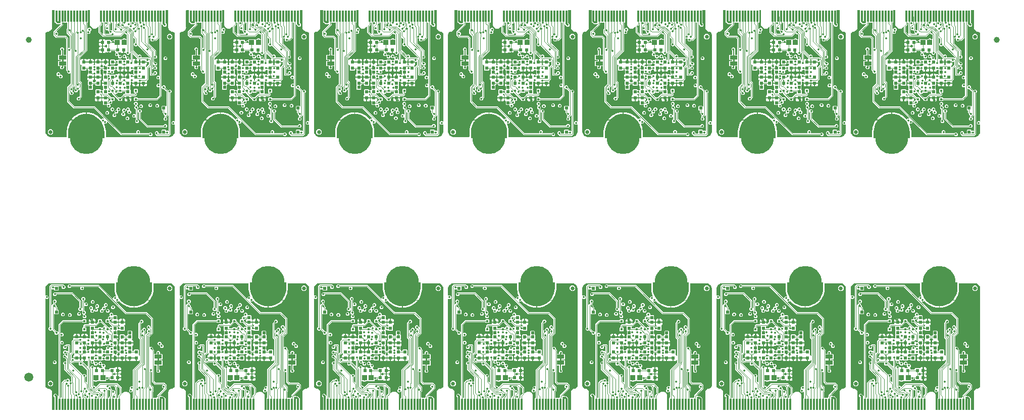
<source format=gbl>
G04 EAGLE Gerber RS-274X export*
G75*
%MOMM*%
%FSLAX34Y34*%
%LPD*%
%INBottom Copper*%
%IPPOS*%
%AMOC8*
5,1,8,0,0,1.08239X$1,22.5*%
G01*
%ADD10R,0.508000X0.508000*%
%ADD11R,0.600000X0.600000*%
%ADD12R,0.400000X0.400000*%
%ADD13R,0.850000X0.900000*%
%ADD14C,0.254000*%
%ADD15R,1.270000X0.635000*%
%ADD16C,0.635000*%
%ADD17R,0.350000X1.950000*%
%ADD18R,0.250000X0.250000*%
%ADD19C,5.500000*%
%ADD20C,1.000000*%
%ADD21C,1.500000*%
%ADD22C,0.352400*%
%ADD23C,0.088900*%
%ADD24C,0.304800*%
%ADD25C,0.203200*%

G36*
X916893Y13563D02*
X916893Y13563D01*
X916922Y13561D01*
X916983Y13583D01*
X917047Y13597D01*
X917071Y13614D01*
X917098Y13624D01*
X917145Y13670D01*
X917198Y13708D01*
X917212Y13734D01*
X917233Y13754D01*
X917245Y13793D01*
X917289Y13872D01*
X917296Y13962D01*
X917308Y14001D01*
X917308Y33527D01*
X917404Y33623D01*
X917427Y33660D01*
X917459Y33691D01*
X917469Y33725D01*
X917505Y33781D01*
X917514Y33840D01*
X917515Y33841D01*
X917515Y33847D01*
X917523Y33903D01*
X917534Y33937D01*
X917534Y34626D01*
X917527Y34655D01*
X917530Y34684D01*
X917522Y34707D01*
X917522Y34713D01*
X917515Y34725D01*
X917508Y34746D01*
X917494Y34809D01*
X917477Y34833D01*
X917467Y34861D01*
X917421Y34908D01*
X917408Y34925D01*
X917400Y34940D01*
X917388Y34952D01*
X917383Y34960D01*
X917378Y34963D01*
X915494Y36847D01*
X915494Y39359D01*
X917270Y41136D01*
X919783Y41136D01*
X921559Y39359D01*
X921559Y39206D01*
X921569Y39164D01*
X921568Y39120D01*
X921585Y39088D01*
X921599Y39023D01*
X921673Y38924D01*
X921689Y38892D01*
X922856Y37726D01*
X922868Y37718D01*
X922877Y37706D01*
X922946Y37668D01*
X923013Y37625D01*
X923028Y37622D01*
X923041Y37615D01*
X923120Y37609D01*
X923198Y37597D01*
X923213Y37601D01*
X923227Y37600D01*
X923302Y37627D01*
X923379Y37648D01*
X923390Y37658D01*
X923404Y37663D01*
X923461Y37718D01*
X923521Y37770D01*
X923528Y37783D01*
X923538Y37793D01*
X923549Y37827D01*
X923602Y37939D01*
X923603Y38005D01*
X923613Y38040D01*
X923613Y140926D01*
X923610Y140940D01*
X923612Y140955D01*
X923609Y140966D01*
X923609Y140971D01*
X923600Y140999D01*
X923590Y141031D01*
X923574Y141109D01*
X923565Y141120D01*
X923561Y141135D01*
X923509Y141195D01*
X923462Y141259D01*
X923449Y141266D01*
X923440Y141278D01*
X923368Y141312D01*
X923298Y141350D01*
X923284Y141351D01*
X923270Y141358D01*
X923191Y141359D01*
X923112Y141366D01*
X923098Y141361D01*
X923083Y141361D01*
X923052Y141344D01*
X922983Y141320D01*
X922974Y141318D01*
X922971Y141315D01*
X922935Y141302D01*
X922888Y141256D01*
X922856Y141239D01*
X921585Y139968D01*
X919072Y139968D01*
X917296Y141745D01*
X917296Y143424D01*
X917286Y143467D01*
X917287Y143511D01*
X917270Y143543D01*
X917256Y143607D01*
X917182Y143707D01*
X917166Y143738D01*
X913074Y147830D01*
X913049Y147846D01*
X913030Y147868D01*
X912971Y147896D01*
X912916Y147931D01*
X912887Y147936D01*
X912861Y147948D01*
X912796Y147949D01*
X912731Y147959D01*
X912703Y147951D01*
X912674Y147951D01*
X912638Y147932D01*
X912551Y147908D01*
X912482Y147849D01*
X912446Y147830D01*
X911585Y146968D01*
X909072Y146968D01*
X907296Y148745D01*
X907296Y151257D01*
X908483Y152445D01*
X908507Y152481D01*
X908538Y152512D01*
X908549Y152547D01*
X908585Y152602D01*
X908603Y152725D01*
X908613Y152759D01*
X908613Y221711D01*
X911618Y224716D01*
X932039Y224716D01*
X934053Y222702D01*
X934052Y222672D01*
X934069Y222640D01*
X934083Y222575D01*
X934157Y222476D01*
X934174Y222445D01*
X935361Y221257D01*
X935361Y218745D01*
X933585Y216968D01*
X931072Y216968D01*
X929296Y218745D01*
X929296Y220842D01*
X929289Y220871D01*
X929292Y220900D01*
X929270Y220961D01*
X929256Y221025D01*
X929239Y221049D01*
X929229Y221076D01*
X929183Y221123D01*
X929145Y221176D01*
X929119Y221190D01*
X929099Y221211D01*
X929060Y221223D01*
X928981Y221267D01*
X928891Y221274D01*
X928852Y221286D01*
X924583Y221286D01*
X924554Y221280D01*
X924525Y221282D01*
X924463Y221260D01*
X924400Y221246D01*
X924376Y221229D01*
X924349Y221219D01*
X924302Y221173D01*
X924249Y221135D01*
X924235Y221109D01*
X924214Y221089D01*
X924202Y221050D01*
X924158Y220971D01*
X924151Y220881D01*
X924139Y220842D01*
X924139Y214935D01*
X923395Y214190D01*
X917262Y214190D01*
X916518Y214935D01*
X916518Y215830D01*
X916515Y215844D01*
X916517Y215859D01*
X916495Y215936D01*
X916478Y216013D01*
X916469Y216025D01*
X916465Y216039D01*
X916414Y216100D01*
X916367Y216164D01*
X916354Y216171D01*
X916344Y216182D01*
X916272Y216216D01*
X916203Y216255D01*
X916188Y216256D01*
X916175Y216262D01*
X916095Y216264D01*
X916016Y216270D01*
X916002Y216265D01*
X915987Y216265D01*
X915956Y216249D01*
X915840Y216207D01*
X915792Y216161D01*
X915760Y216144D01*
X915585Y215968D01*
X913072Y215968D01*
X912801Y216239D01*
X912789Y216247D01*
X912780Y216259D01*
X912756Y216273D01*
X912752Y216276D01*
X912746Y216278D01*
X912711Y216298D01*
X912644Y216341D01*
X912629Y216343D01*
X912616Y216350D01*
X912537Y216357D01*
X912458Y216368D01*
X912444Y216364D01*
X912430Y216366D01*
X912355Y216339D01*
X912278Y216317D01*
X912267Y216307D01*
X912253Y216302D01*
X912196Y216247D01*
X912135Y216196D01*
X912129Y216182D01*
X912118Y216172D01*
X912108Y216138D01*
X912055Y216026D01*
X912054Y215960D01*
X912044Y215926D01*
X912044Y190591D01*
X912047Y190577D01*
X912045Y190562D01*
X912066Y190485D01*
X912083Y190408D01*
X912092Y190396D01*
X912096Y190382D01*
X912148Y190321D01*
X912195Y190257D01*
X912208Y190250D01*
X912217Y190239D01*
X912289Y190205D01*
X912359Y190166D01*
X912373Y190165D01*
X912387Y190159D01*
X912466Y190158D01*
X912545Y190151D01*
X912559Y190156D01*
X912574Y190156D01*
X912605Y190172D01*
X912722Y190214D01*
X912769Y190260D01*
X912801Y190277D01*
X913652Y191128D01*
X915468Y192944D01*
X915484Y192969D01*
X915507Y192988D01*
X915535Y193047D01*
X915570Y193102D01*
X915574Y193131D01*
X915587Y193157D01*
X915588Y193223D01*
X915597Y193287D01*
X915589Y193315D01*
X915590Y193345D01*
X915571Y193380D01*
X915546Y193467D01*
X915517Y193502D01*
X915514Y193510D01*
X915486Y193539D01*
X915468Y193572D01*
X914296Y194745D01*
X914296Y197257D01*
X916072Y199034D01*
X918585Y199034D01*
X920361Y197257D01*
X920361Y194745D01*
X919174Y193557D01*
X919150Y193521D01*
X919118Y193490D01*
X919108Y193455D01*
X919072Y193400D01*
X919054Y193277D01*
X919044Y193243D01*
X919044Y191668D01*
X918811Y191435D01*
X918795Y191411D01*
X918772Y191392D01*
X918744Y191333D01*
X918709Y191278D01*
X918705Y191249D01*
X918692Y191222D01*
X918691Y191157D01*
X918682Y191093D01*
X918690Y191064D01*
X918689Y191035D01*
X918708Y190999D01*
X918733Y190912D01*
X918792Y190843D01*
X918811Y190808D01*
X920361Y189257D01*
X920361Y187578D01*
X920370Y187535D01*
X920370Y187491D01*
X920387Y187459D01*
X920401Y187395D01*
X920474Y187295D01*
X920491Y187264D01*
X922044Y185711D01*
X922044Y182255D01*
X922050Y182227D01*
X922047Y182198D01*
X922069Y182136D01*
X922083Y182072D01*
X922101Y182049D01*
X922111Y182021D01*
X922156Y181974D01*
X922195Y181922D01*
X922220Y181908D01*
X922241Y181887D01*
X922279Y181875D01*
X922359Y181831D01*
X922449Y181823D01*
X922487Y181812D01*
X923395Y181812D01*
X924139Y181067D01*
X924139Y174935D01*
X923395Y174190D01*
X917262Y174190D01*
X916706Y174747D01*
X916693Y174755D01*
X916684Y174767D01*
X916615Y174805D01*
X916548Y174848D01*
X916534Y174850D01*
X916521Y174858D01*
X916442Y174864D01*
X916363Y174876D01*
X916349Y174872D01*
X916334Y174873D01*
X916259Y174846D01*
X916183Y174824D01*
X916171Y174815D01*
X916158Y174810D01*
X916100Y174754D01*
X916040Y174703D01*
X916034Y174690D01*
X916023Y174679D01*
X916013Y174646D01*
X915960Y174534D01*
X915959Y174468D01*
X915948Y174433D01*
X915948Y149991D01*
X915957Y149948D01*
X915957Y149904D01*
X915974Y149872D01*
X915988Y149808D01*
X916061Y149708D01*
X916078Y149677D01*
X919591Y146164D01*
X919628Y146140D01*
X919659Y146109D01*
X919693Y146098D01*
X919749Y146062D01*
X919871Y146044D01*
X919905Y146034D01*
X921585Y146034D01*
X922856Y144763D01*
X922868Y144755D01*
X922877Y144743D01*
X922946Y144704D01*
X923013Y144661D01*
X923028Y144659D01*
X923041Y144652D01*
X923120Y144645D01*
X923198Y144634D01*
X923213Y144638D01*
X923227Y144636D01*
X923302Y144663D01*
X923379Y144685D01*
X923390Y144695D01*
X923404Y144700D01*
X923461Y144755D01*
X923521Y144806D01*
X923528Y144820D01*
X923538Y144830D01*
X923549Y144864D01*
X923602Y144976D01*
X923603Y145042D01*
X923613Y145076D01*
X923613Y157711D01*
X924748Y158846D01*
X929483Y163581D01*
X929483Y163582D01*
X930618Y164716D01*
X963614Y164716D01*
X963643Y164722D01*
X963672Y164720D01*
X963733Y164742D01*
X963797Y164756D01*
X963821Y164773D01*
X963848Y164783D01*
X963895Y164829D01*
X963948Y164867D01*
X963962Y164893D01*
X963983Y164913D01*
X963995Y164952D01*
X964039Y165031D01*
X964046Y165121D01*
X964058Y165160D01*
X964058Y165527D01*
X964802Y166272D01*
X969855Y166272D01*
X970599Y165527D01*
X970599Y160475D01*
X969855Y159730D01*
X964802Y159730D01*
X964058Y160475D01*
X964058Y160842D01*
X964051Y160871D01*
X964054Y160900D01*
X964032Y160961D01*
X964018Y161025D01*
X964001Y161049D01*
X963991Y161076D01*
X963945Y161123D01*
X963907Y161176D01*
X963881Y161190D01*
X963861Y161211D01*
X963822Y161223D01*
X963743Y161267D01*
X963653Y161274D01*
X963614Y161286D01*
X932223Y161286D01*
X932180Y161277D01*
X932136Y161277D01*
X932104Y161260D01*
X932040Y161246D01*
X931940Y161173D01*
X931909Y161156D01*
X927174Y156421D01*
X927150Y156384D01*
X927118Y156353D01*
X927108Y156319D01*
X927072Y156263D01*
X927054Y156141D01*
X927044Y156107D01*
X927044Y143076D01*
X927047Y143062D01*
X927045Y143047D01*
X927066Y142971D01*
X927083Y142893D01*
X927092Y142882D01*
X927096Y142867D01*
X927148Y142807D01*
X927195Y142743D01*
X927208Y142736D01*
X927217Y142724D01*
X927289Y142690D01*
X927359Y142652D01*
X927373Y142651D01*
X927387Y142644D01*
X927466Y142643D01*
X927545Y142636D01*
X927559Y142641D01*
X927574Y142641D01*
X927605Y142658D01*
X927722Y142700D01*
X927769Y142746D01*
X927801Y142763D01*
X928072Y143034D01*
X930585Y143034D01*
X932361Y141257D01*
X932361Y138745D01*
X930585Y136968D01*
X928072Y136968D01*
X927801Y137239D01*
X927789Y137247D01*
X927780Y137259D01*
X927755Y137273D01*
X927740Y137289D01*
X927711Y137297D01*
X927711Y137298D01*
X927644Y137341D01*
X927629Y137343D01*
X927616Y137350D01*
X927537Y137357D01*
X927495Y137363D01*
X927493Y137364D01*
X927491Y137364D01*
X927458Y137368D01*
X927444Y137364D01*
X927430Y137366D01*
X927355Y137339D01*
X927278Y137317D01*
X927267Y137307D01*
X927253Y137302D01*
X927196Y137247D01*
X927164Y137220D01*
X927154Y137212D01*
X927153Y137210D01*
X927135Y137196D01*
X927129Y137182D01*
X927118Y137172D01*
X927108Y137138D01*
X927083Y137085D01*
X927063Y137049D01*
X927062Y137041D01*
X927055Y137026D01*
X927054Y136960D01*
X927044Y136926D01*
X927044Y129199D01*
X927047Y129184D01*
X927045Y129170D01*
X927066Y129093D01*
X927083Y129016D01*
X927092Y129004D01*
X927096Y128990D01*
X927148Y128929D01*
X927195Y128865D01*
X927208Y128858D01*
X927217Y128847D01*
X927289Y128813D01*
X927359Y128774D01*
X927373Y128773D01*
X927387Y128767D01*
X927466Y128765D01*
X927545Y128759D01*
X927559Y128764D01*
X927574Y128763D01*
X927605Y128780D01*
X927722Y128822D01*
X927769Y128868D01*
X927801Y128885D01*
X928511Y129595D01*
X931023Y129595D01*
X932800Y127818D01*
X932800Y125306D01*
X931023Y123529D01*
X928511Y123529D01*
X927801Y124239D01*
X927789Y124247D01*
X927780Y124259D01*
X927711Y124298D01*
X927644Y124341D01*
X927629Y124343D01*
X927616Y124350D01*
X927537Y124357D01*
X927458Y124368D01*
X927444Y124364D01*
X927430Y124366D01*
X927355Y124339D01*
X927278Y124317D01*
X927267Y124307D01*
X927253Y124302D01*
X927196Y124247D01*
X927135Y124196D01*
X927129Y124182D01*
X927118Y124172D01*
X927108Y124138D01*
X927055Y124026D01*
X927054Y123960D01*
X927044Y123926D01*
X927044Y34715D01*
X927050Y34687D01*
X927047Y34658D01*
X927069Y34596D01*
X927083Y34532D01*
X927101Y34509D01*
X927111Y34481D01*
X927156Y34434D01*
X927195Y34382D01*
X927220Y34368D01*
X927241Y34347D01*
X927279Y34335D01*
X927359Y34291D01*
X927449Y34283D01*
X927487Y34272D01*
X927654Y34272D01*
X927672Y34260D01*
X927701Y34256D01*
X927728Y34243D01*
X927793Y34242D01*
X927857Y34233D01*
X927886Y34241D01*
X927915Y34240D01*
X927951Y34259D01*
X927994Y34272D01*
X928169Y34272D01*
X928198Y34278D01*
X928227Y34276D01*
X928289Y34298D01*
X928353Y34311D01*
X928376Y34329D01*
X928404Y34339D01*
X928451Y34384D01*
X928503Y34423D01*
X928517Y34448D01*
X928538Y34469D01*
X928550Y34508D01*
X928594Y34587D01*
X928601Y34677D01*
X928613Y34715D01*
X928613Y59711D01*
X929748Y60846D01*
X932483Y63582D01*
X933618Y64716D01*
X936571Y64716D01*
X936614Y64725D01*
X936657Y64725D01*
X936689Y64742D01*
X936754Y64756D01*
X936853Y64829D01*
X936885Y64846D01*
X938072Y66034D01*
X940585Y66034D01*
X942361Y64257D01*
X942361Y61666D01*
X942367Y61638D01*
X942365Y61608D01*
X942387Y61547D01*
X942401Y61483D01*
X942418Y61460D01*
X942428Y61432D01*
X942473Y61385D01*
X942512Y61333D01*
X942538Y61319D01*
X942558Y61297D01*
X942597Y61286D01*
X942676Y61242D01*
X942766Y61234D01*
X942805Y61223D01*
X944834Y61223D01*
X944863Y61229D01*
X944892Y61226D01*
X944954Y61248D01*
X945018Y61262D01*
X945041Y61280D01*
X945069Y61289D01*
X945116Y61335D01*
X945168Y61374D01*
X945182Y61399D01*
X945203Y61420D01*
X945215Y61458D01*
X945259Y61538D01*
X945266Y61628D01*
X945278Y61666D01*
X945278Y69012D01*
X945269Y69054D01*
X945270Y69098D01*
X945253Y69130D01*
X945239Y69195D01*
X945203Y69242D01*
X945197Y69260D01*
X945167Y69291D01*
X945165Y69294D01*
X945148Y69325D01*
X933263Y81211D01*
X933263Y89244D01*
X933254Y89286D01*
X933255Y89330D01*
X933238Y89362D01*
X933224Y89427D01*
X933150Y89526D01*
X933133Y89557D01*
X931946Y90745D01*
X931946Y93257D01*
X933722Y95034D01*
X936089Y95034D01*
X936118Y95040D01*
X936147Y95038D01*
X936209Y95060D01*
X936273Y95073D01*
X936296Y95091D01*
X936324Y95101D01*
X936371Y95146D01*
X936423Y95185D01*
X936437Y95210D01*
X936458Y95231D01*
X936470Y95270D01*
X936514Y95349D01*
X936521Y95439D01*
X936533Y95477D01*
X936533Y98783D01*
X936529Y98805D01*
X936529Y98815D01*
X936524Y98830D01*
X936525Y98870D01*
X936508Y98902D01*
X936494Y98966D01*
X936420Y99066D01*
X936403Y99097D01*
X935162Y100338D01*
X935125Y100362D01*
X935095Y100393D01*
X935060Y100404D01*
X935004Y100440D01*
X934882Y100458D01*
X934848Y100468D01*
X933169Y100468D01*
X931392Y102245D01*
X931392Y104757D01*
X933169Y106534D01*
X935681Y106534D01*
X937554Y104661D01*
X937566Y104653D01*
X937575Y104641D01*
X937644Y104603D01*
X937711Y104559D01*
X937726Y104557D01*
X937739Y104550D01*
X937818Y104544D01*
X937896Y104532D01*
X937911Y104536D01*
X937925Y104535D01*
X938000Y104562D01*
X938077Y104583D01*
X938088Y104593D01*
X938102Y104598D01*
X938159Y104653D01*
X938219Y104705D01*
X938226Y104718D01*
X938236Y104728D01*
X938247Y104762D01*
X938300Y104874D01*
X938301Y104940D01*
X938311Y104975D01*
X938311Y108409D01*
X938302Y108451D01*
X938303Y108495D01*
X938286Y108527D01*
X938272Y108592D01*
X938236Y108640D01*
X938230Y108658D01*
X938200Y108688D01*
X938198Y108691D01*
X938181Y108722D01*
X938167Y108737D01*
X938161Y108740D01*
X938160Y108742D01*
X938149Y108748D01*
X938130Y108761D01*
X938099Y108792D01*
X938065Y108803D01*
X938009Y108839D01*
X937887Y108857D01*
X937853Y108867D01*
X937505Y108867D01*
X937462Y108858D01*
X937418Y108859D01*
X937386Y108842D01*
X937321Y108828D01*
X937222Y108754D01*
X937191Y108737D01*
X936003Y107550D01*
X933491Y107550D01*
X931714Y109326D01*
X931714Y111839D01*
X933491Y113615D01*
X936003Y113615D01*
X937191Y112428D01*
X937228Y112404D01*
X937258Y112372D01*
X937293Y112362D01*
X937348Y112326D01*
X937471Y112308D01*
X937505Y112298D01*
X939457Y112298D01*
X939554Y112201D01*
X939566Y112193D01*
X939575Y112182D01*
X939644Y112143D01*
X939711Y112100D01*
X939726Y112098D01*
X939739Y112091D01*
X939818Y112084D01*
X939896Y112072D01*
X939911Y112076D01*
X939925Y112075D01*
X940000Y112102D01*
X940077Y112124D01*
X940088Y112133D01*
X940102Y112138D01*
X940159Y112194D01*
X940219Y112245D01*
X940226Y112258D01*
X940236Y112269D01*
X940247Y112303D01*
X940300Y112414D01*
X940301Y112481D01*
X940311Y112515D01*
X940311Y119620D01*
X940305Y119647D01*
X940307Y119671D01*
X940307Y119673D01*
X940307Y119678D01*
X940285Y119739D01*
X940272Y119803D01*
X940254Y119827D01*
X940244Y119854D01*
X940199Y119901D01*
X940160Y119954D01*
X940134Y119968D01*
X940114Y119989D01*
X940075Y120001D01*
X939996Y120045D01*
X939906Y120052D01*
X939867Y120064D01*
X938103Y120064D01*
X938074Y120058D01*
X938045Y120060D01*
X937984Y120038D01*
X937920Y120024D01*
X937896Y120007D01*
X937869Y119997D01*
X937822Y119951D01*
X937769Y119913D01*
X937755Y119887D01*
X937734Y119867D01*
X937722Y119828D01*
X937678Y119749D01*
X937671Y119659D01*
X937659Y119620D01*
X937659Y118043D01*
X935883Y116266D01*
X933370Y116266D01*
X931594Y118043D01*
X931594Y120555D01*
X933370Y122332D01*
X935050Y122332D01*
X935092Y122341D01*
X935136Y122340D01*
X935168Y122357D01*
X935233Y122371D01*
X935332Y122445D01*
X935364Y122462D01*
X936396Y123494D01*
X942737Y123494D01*
X943742Y122489D01*
X943742Y109289D01*
X943745Y109275D01*
X943743Y109260D01*
X943764Y109183D01*
X943781Y109106D01*
X943790Y109094D01*
X943794Y109080D01*
X943846Y109019D01*
X943893Y108955D01*
X943906Y108948D01*
X943915Y108937D01*
X943987Y108903D01*
X944057Y108864D01*
X944071Y108863D01*
X944085Y108857D01*
X944164Y108856D01*
X944243Y108849D01*
X944257Y108854D01*
X944272Y108854D01*
X944303Y108870D01*
X944420Y108912D01*
X944467Y108958D01*
X944499Y108975D01*
X946039Y110515D01*
X946063Y110552D01*
X946094Y110582D01*
X946105Y110617D01*
X946141Y110673D01*
X946159Y110795D01*
X946169Y110829D01*
X946169Y129253D01*
X948774Y131859D01*
X948778Y131865D01*
X948785Y131869D01*
X948829Y131943D01*
X948876Y132016D01*
X948877Y132023D01*
X948881Y132030D01*
X948882Y132054D01*
X948903Y132201D01*
X948888Y132255D01*
X948889Y132287D01*
X948788Y132666D01*
X948788Y135113D01*
X953884Y135113D01*
X953912Y135119D01*
X953942Y135117D01*
X954003Y135139D01*
X954067Y135152D01*
X954090Y135170D01*
X954118Y135180D01*
X954165Y135225D01*
X954217Y135264D01*
X954232Y135290D01*
X954253Y135310D01*
X954264Y135349D01*
X954308Y135428D01*
X954316Y135518D01*
X954328Y135557D01*
X954328Y136002D01*
X954329Y136002D01*
X954329Y135557D01*
X954334Y135537D01*
X954333Y135531D01*
X954335Y135525D01*
X954333Y135499D01*
X954355Y135437D01*
X954369Y135373D01*
X954386Y135350D01*
X954396Y135322D01*
X954442Y135275D01*
X954480Y135223D01*
X954506Y135209D01*
X954526Y135188D01*
X954565Y135176D01*
X954644Y135132D01*
X954734Y135125D01*
X954773Y135113D01*
X959873Y135113D01*
X959875Y135107D01*
X959873Y135087D01*
X959874Y135085D01*
X959873Y135074D01*
X959895Y135013D01*
X959909Y134949D01*
X959926Y134926D01*
X959936Y134898D01*
X959981Y134851D01*
X960020Y134799D01*
X960046Y134784D01*
X960066Y134763D01*
X960105Y134752D01*
X960184Y134708D01*
X960274Y134700D01*
X960313Y134688D01*
X961344Y134688D01*
X961373Y134695D01*
X961402Y134692D01*
X961463Y134714D01*
X961527Y134728D01*
X961551Y134745D01*
X961578Y134755D01*
X961625Y134801D01*
X961678Y134840D01*
X961692Y134865D01*
X961713Y134886D01*
X961725Y134924D01*
X961769Y135003D01*
X961776Y135094D01*
X961782Y135113D01*
X966884Y135113D01*
X966912Y135119D01*
X966942Y135117D01*
X967003Y135139D01*
X967067Y135152D01*
X967090Y135170D01*
X967118Y135180D01*
X967165Y135225D01*
X967217Y135264D01*
X967232Y135290D01*
X967253Y135310D01*
X967264Y135349D01*
X967308Y135428D01*
X967316Y135518D01*
X967328Y135557D01*
X967328Y136002D01*
X967329Y136002D01*
X967329Y135557D01*
X967334Y135537D01*
X967333Y135531D01*
X967335Y135525D01*
X967333Y135499D01*
X967355Y135437D01*
X967369Y135373D01*
X967386Y135350D01*
X967396Y135322D01*
X967442Y135275D01*
X967480Y135223D01*
X967506Y135209D01*
X967526Y135188D01*
X967565Y135176D01*
X967644Y135132D01*
X967734Y135125D01*
X967773Y135113D01*
X972869Y135113D01*
X972869Y134323D01*
X972875Y134294D01*
X972873Y134265D01*
X972895Y134204D01*
X972909Y134140D01*
X972926Y134116D01*
X972936Y134089D01*
X972981Y134042D01*
X973020Y133989D01*
X973046Y133975D01*
X973066Y133954D01*
X973105Y133942D01*
X973184Y133898D01*
X973274Y133891D01*
X973313Y133879D01*
X975235Y133879D01*
X975300Y133814D01*
X975313Y133806D01*
X975321Y133794D01*
X975391Y133755D01*
X975458Y133712D01*
X975472Y133710D01*
X975485Y133703D01*
X975564Y133696D01*
X975643Y133685D01*
X975657Y133689D01*
X975672Y133687D01*
X975747Y133714D01*
X975823Y133736D01*
X975834Y133746D01*
X975848Y133751D01*
X975905Y133806D01*
X975966Y133857D01*
X975972Y133871D01*
X975983Y133881D01*
X975993Y133915D01*
X976046Y134027D01*
X976047Y134093D01*
X976058Y134127D01*
X976058Y139527D01*
X976388Y139857D01*
X976411Y139894D01*
X976443Y139925D01*
X976453Y139959D01*
X976489Y140015D01*
X976507Y140137D01*
X976518Y140171D01*
X976518Y146067D01*
X976678Y146227D01*
X976693Y146252D01*
X976716Y146271D01*
X976744Y146330D01*
X976779Y146385D01*
X976783Y146414D01*
X976796Y146440D01*
X976797Y146505D01*
X976807Y146570D01*
X976799Y146598D01*
X976799Y146628D01*
X976780Y146663D01*
X976755Y146750D01*
X976697Y146819D01*
X976678Y146855D01*
X976058Y147475D01*
X976058Y153942D01*
X976051Y153971D01*
X976054Y154000D01*
X976032Y154061D01*
X976018Y154125D01*
X976001Y154149D01*
X975991Y154176D01*
X975945Y154223D01*
X975907Y154276D01*
X975881Y154290D01*
X975861Y154311D01*
X975822Y154323D01*
X975743Y154367D01*
X975653Y154374D01*
X975614Y154386D01*
X969687Y154386D01*
X969659Y154380D01*
X969630Y154382D01*
X969568Y154360D01*
X969504Y154346D01*
X969481Y154329D01*
X969453Y154319D01*
X969406Y154273D01*
X969354Y154235D01*
X969340Y154209D01*
X969318Y154189D01*
X969307Y154150D01*
X969263Y154071D01*
X969255Y153981D01*
X969244Y153942D01*
X969244Y152715D01*
X969250Y152687D01*
X969247Y152658D01*
X969269Y152596D01*
X969283Y152532D01*
X969301Y152509D01*
X969311Y152481D01*
X969356Y152434D01*
X969395Y152382D01*
X969420Y152368D01*
X969441Y152347D01*
X969479Y152335D01*
X969559Y152291D01*
X969649Y152283D01*
X969687Y152272D01*
X969855Y152272D01*
X970599Y151527D01*
X970599Y146475D01*
X969855Y145730D01*
X964802Y145730D01*
X964058Y146475D01*
X964058Y151527D01*
X964802Y152272D01*
X965369Y152272D01*
X965398Y152278D01*
X965427Y152276D01*
X965489Y152298D01*
X965553Y152311D01*
X965576Y152329D01*
X965604Y152339D01*
X965651Y152384D01*
X965703Y152423D01*
X965717Y152448D01*
X965738Y152469D01*
X965750Y152508D01*
X965794Y152587D01*
X965801Y152677D01*
X965813Y152715D01*
X965813Y155811D01*
X966683Y156681D01*
X966683Y156682D01*
X967818Y157816D01*
X974344Y157816D01*
X974373Y157822D01*
X974402Y157820D01*
X974463Y157842D01*
X974527Y157856D01*
X974551Y157873D01*
X974578Y157883D01*
X974625Y157929D01*
X974678Y157967D01*
X974692Y157993D01*
X974713Y158013D01*
X974725Y158052D01*
X974769Y158131D01*
X974776Y158221D01*
X974788Y158260D01*
X974788Y160113D01*
X979884Y160113D01*
X979912Y160119D01*
X979942Y160117D01*
X980003Y160139D01*
X980067Y160152D01*
X980090Y160170D01*
X980118Y160180D01*
X980165Y160225D01*
X980217Y160264D01*
X980232Y160290D01*
X980253Y160310D01*
X980264Y160349D01*
X980308Y160428D01*
X980316Y160518D01*
X980328Y160557D01*
X980328Y161002D01*
X980329Y161002D01*
X980329Y160557D01*
X980335Y160528D01*
X980333Y160499D01*
X980355Y160437D01*
X980369Y160373D01*
X980386Y160350D01*
X980396Y160322D01*
X980442Y160275D01*
X980480Y160223D01*
X980506Y160209D01*
X980526Y160188D01*
X980565Y160176D01*
X980644Y160132D01*
X980734Y160125D01*
X980773Y160113D01*
X985869Y160113D01*
X985869Y159039D01*
X985872Y159024D01*
X985870Y159010D01*
X985892Y158933D01*
X985909Y158856D01*
X985917Y158844D01*
X985921Y158830D01*
X985973Y158769D01*
X986020Y158705D01*
X986033Y158698D01*
X986043Y158687D01*
X986115Y158653D01*
X986184Y158614D01*
X986199Y158613D01*
X986212Y158607D01*
X986292Y158605D01*
X986371Y158599D01*
X986385Y158604D01*
X986399Y158603D01*
X986431Y158620D01*
X986547Y158662D01*
X986595Y158708D01*
X986627Y158725D01*
X989928Y162026D01*
X989951Y162063D01*
X989983Y162093D01*
X989993Y162128D01*
X990029Y162183D01*
X990047Y162306D01*
X990058Y162340D01*
X990058Y165527D01*
X990802Y166272D01*
X995855Y166272D01*
X996599Y165527D01*
X996599Y164140D01*
X996608Y164097D01*
X996608Y164053D01*
X996625Y164021D01*
X996639Y163957D01*
X996712Y163857D01*
X996729Y163826D01*
X1008153Y152402D01*
X1008190Y152378D01*
X1008221Y152347D01*
X1008255Y152336D01*
X1008311Y152300D01*
X1008433Y152282D01*
X1008467Y152272D01*
X1008855Y152272D01*
X1009060Y152067D01*
X1009084Y152051D01*
X1009103Y152029D01*
X1009162Y152001D01*
X1009217Y151965D01*
X1009246Y151961D01*
X1009273Y151949D01*
X1009338Y151947D01*
X1009402Y151938D01*
X1009431Y151946D01*
X1009460Y151945D01*
X1009495Y151964D01*
X1009582Y151989D01*
X1009652Y152048D01*
X1009687Y152067D01*
X1010583Y152963D01*
X1013095Y152963D01*
X1013300Y152758D01*
X1013313Y152750D01*
X1013321Y152738D01*
X1013391Y152699D01*
X1013458Y152656D01*
X1013472Y152654D01*
X1013485Y152647D01*
X1013564Y152641D01*
X1013643Y152629D01*
X1013657Y152633D01*
X1013672Y152632D01*
X1013747Y152659D01*
X1013823Y152680D01*
X1013834Y152690D01*
X1013848Y152695D01*
X1013906Y152750D01*
X1013966Y152802D01*
X1013972Y152815D01*
X1013983Y152825D01*
X1013993Y152859D01*
X1014046Y152971D01*
X1014047Y153037D01*
X1014058Y153072D01*
X1014058Y153962D01*
X1014048Y154005D01*
X1014049Y154049D01*
X1014032Y154081D01*
X1014018Y154145D01*
X1013944Y154245D01*
X1013928Y154276D01*
X1008603Y159600D01*
X1008567Y159624D01*
X1008536Y159655D01*
X1008502Y159666D01*
X1008446Y159702D01*
X1008323Y159720D01*
X1008290Y159730D01*
X1003802Y159730D01*
X1003058Y160475D01*
X1003058Y165527D01*
X1003802Y166272D01*
X1006147Y166272D01*
X1006176Y166278D01*
X1006205Y166276D01*
X1006267Y166298D01*
X1006331Y166311D01*
X1006354Y166329D01*
X1006382Y166339D01*
X1006429Y166384D01*
X1006481Y166423D01*
X1006495Y166448D01*
X1006516Y166469D01*
X1006528Y166508D01*
X1006572Y166587D01*
X1006579Y166677D01*
X1006591Y166715D01*
X1006591Y169357D01*
X1008368Y171134D01*
X1010035Y171134D01*
X1010050Y171137D01*
X1010064Y171135D01*
X1010141Y171157D01*
X1010219Y171173D01*
X1010230Y171182D01*
X1010245Y171186D01*
X1010305Y171238D01*
X1010369Y171285D01*
X1010376Y171298D01*
X1010387Y171307D01*
X1010422Y171379D01*
X1010460Y171449D01*
X1010461Y171463D01*
X1010468Y171477D01*
X1010469Y171556D01*
X1010475Y171635D01*
X1010470Y171649D01*
X1010471Y171664D01*
X1010454Y171695D01*
X1010412Y171812D01*
X1010366Y171859D01*
X1010349Y171891D01*
X1009496Y172745D01*
X1009496Y175257D01*
X1011272Y177034D01*
X1013785Y177034D01*
X1015561Y175257D01*
X1015561Y173255D01*
X1015567Y173227D01*
X1015565Y173198D01*
X1015587Y173136D01*
X1015601Y173072D01*
X1015618Y173049D01*
X1015628Y173021D01*
X1015673Y172974D01*
X1015712Y172922D01*
X1015738Y172908D01*
X1015758Y172887D01*
X1015797Y172875D01*
X1015876Y172831D01*
X1015966Y172823D01*
X1016005Y172812D01*
X1021395Y172812D01*
X1022139Y172067D01*
X1022139Y166723D01*
X1022141Y166716D01*
X1022139Y166708D01*
X1022160Y166624D01*
X1022179Y166540D01*
X1022183Y166534D01*
X1022185Y166527D01*
X1022202Y166509D01*
X1022290Y166389D01*
X1022339Y166362D01*
X1022361Y166339D01*
X1022888Y166034D01*
X1023362Y165561D01*
X1023696Y164982D01*
X1023869Y164336D01*
X1023869Y161889D01*
X1018773Y161889D01*
X1018744Y161883D01*
X1018715Y161885D01*
X1018654Y161863D01*
X1018590Y161850D01*
X1018566Y161832D01*
X1018539Y161822D01*
X1018492Y161777D01*
X1018439Y161738D01*
X1018425Y161712D01*
X1018404Y161692D01*
X1018392Y161653D01*
X1018348Y161574D01*
X1018341Y161484D01*
X1018329Y161445D01*
X1018329Y160557D01*
X1018335Y160528D01*
X1018333Y160499D01*
X1018355Y160437D01*
X1018369Y160373D01*
X1018386Y160350D01*
X1018396Y160322D01*
X1018442Y160275D01*
X1018480Y160223D01*
X1018506Y160209D01*
X1018526Y160188D01*
X1018565Y160176D01*
X1018644Y160132D01*
X1018734Y160125D01*
X1018773Y160113D01*
X1023869Y160113D01*
X1023869Y157666D01*
X1023696Y157020D01*
X1023546Y156760D01*
X1023526Y156698D01*
X1023498Y156639D01*
X1023497Y156610D01*
X1023489Y156582D01*
X1023496Y156517D01*
X1023495Y156452D01*
X1023506Y156431D01*
X1023510Y156396D01*
X1023606Y156235D01*
X1023613Y156230D01*
X1023616Y156225D01*
X1024477Y155364D01*
X1024477Y154176D01*
X1024483Y154147D01*
X1024481Y154118D01*
X1024503Y154056D01*
X1024517Y153993D01*
X1024534Y153969D01*
X1024544Y153941D01*
X1024589Y153894D01*
X1024628Y153842D01*
X1024654Y153828D01*
X1024674Y153807D01*
X1024713Y153795D01*
X1024792Y153751D01*
X1024882Y153744D01*
X1024921Y153732D01*
X1025614Y153732D01*
X1025643Y153738D01*
X1025672Y153736D01*
X1025733Y153758D01*
X1025797Y153771D01*
X1025821Y153789D01*
X1025848Y153799D01*
X1025895Y153844D01*
X1025948Y153883D01*
X1025962Y153909D01*
X1025983Y153929D01*
X1025995Y153968D01*
X1026039Y154047D01*
X1026046Y154137D01*
X1026058Y154176D01*
X1026058Y154527D01*
X1026456Y154926D01*
X1026503Y154999D01*
X1026552Y155070D01*
X1026554Y155077D01*
X1026558Y155083D01*
X1026570Y155170D01*
X1026586Y155254D01*
X1026584Y155261D01*
X1026585Y155269D01*
X1026561Y155352D01*
X1026540Y155436D01*
X1026536Y155440D01*
X1026534Y155449D01*
X1026413Y155592D01*
X1026380Y155607D01*
X1026364Y155624D01*
X1025768Y155968D01*
X1025295Y156441D01*
X1024961Y157020D01*
X1024788Y157666D01*
X1024788Y160113D01*
X1029884Y160113D01*
X1029912Y160119D01*
X1029942Y160117D01*
X1030003Y160139D01*
X1030067Y160152D01*
X1030090Y160170D01*
X1030118Y160180D01*
X1030165Y160225D01*
X1030217Y160264D01*
X1030232Y160290D01*
X1030253Y160310D01*
X1030264Y160349D01*
X1030308Y160428D01*
X1030316Y160518D01*
X1030328Y160557D01*
X1030328Y161002D01*
X1030329Y161002D01*
X1030329Y160557D01*
X1030335Y160528D01*
X1030333Y160499D01*
X1030355Y160437D01*
X1030369Y160373D01*
X1030386Y160350D01*
X1030396Y160322D01*
X1030442Y160275D01*
X1030480Y160223D01*
X1030506Y160209D01*
X1030526Y160188D01*
X1030565Y160176D01*
X1030644Y160132D01*
X1030734Y160125D01*
X1030773Y160113D01*
X1035869Y160113D01*
X1035869Y157666D01*
X1035696Y157020D01*
X1035362Y156441D01*
X1034888Y155968D01*
X1034293Y155624D01*
X1034229Y155566D01*
X1034162Y155510D01*
X1034159Y155503D01*
X1034154Y155498D01*
X1034119Y155419D01*
X1034082Y155340D01*
X1034082Y155333D01*
X1034079Y155326D01*
X1034081Y155240D01*
X1034079Y155153D01*
X1034082Y155148D01*
X1034082Y155139D01*
X1034162Y154969D01*
X1034190Y154946D01*
X1034201Y154926D01*
X1034599Y154527D01*
X1034599Y147475D01*
X1033855Y146730D01*
X1026802Y146730D01*
X1025996Y147536D01*
X1025959Y147560D01*
X1025929Y147592D01*
X1025894Y147602D01*
X1025838Y147638D01*
X1025716Y147656D01*
X1025682Y147666D01*
X1023674Y147666D01*
X1023357Y147984D01*
X1023344Y147992D01*
X1023335Y148004D01*
X1023266Y148042D01*
X1023199Y148085D01*
X1023185Y148088D01*
X1023172Y148095D01*
X1023093Y148101D01*
X1023014Y148113D01*
X1023000Y148109D01*
X1022985Y148110D01*
X1022910Y148083D01*
X1022834Y148061D01*
X1022823Y148052D01*
X1022809Y148047D01*
X1022751Y147991D01*
X1022691Y147940D01*
X1022685Y147927D01*
X1022674Y147917D01*
X1022664Y147883D01*
X1022611Y147771D01*
X1022610Y147705D01*
X1022599Y147670D01*
X1022599Y147475D01*
X1021979Y146855D01*
X1021963Y146830D01*
X1021941Y146811D01*
X1021913Y146752D01*
X1021878Y146697D01*
X1021873Y146668D01*
X1021861Y146642D01*
X1021860Y146577D01*
X1021850Y146512D01*
X1021858Y146484D01*
X1021858Y146454D01*
X1021877Y146419D01*
X1021902Y146332D01*
X1021960Y146263D01*
X1021979Y146227D01*
X1022139Y146067D01*
X1022139Y141723D01*
X1022141Y141716D01*
X1022139Y141708D01*
X1022160Y141624D01*
X1022179Y141540D01*
X1022183Y141534D01*
X1022185Y141527D01*
X1022202Y141509D01*
X1022290Y141389D01*
X1022339Y141362D01*
X1022361Y141339D01*
X1022888Y141034D01*
X1023362Y140561D01*
X1023696Y139982D01*
X1023869Y139336D01*
X1023869Y136889D01*
X1018773Y136889D01*
X1018744Y136883D01*
X1018715Y136885D01*
X1018654Y136863D01*
X1018590Y136850D01*
X1018566Y136832D01*
X1018539Y136822D01*
X1018492Y136777D01*
X1018439Y136738D01*
X1018425Y136712D01*
X1018404Y136692D01*
X1018392Y136653D01*
X1018348Y136574D01*
X1018341Y136484D01*
X1018329Y136445D01*
X1018329Y135557D01*
X1018334Y135537D01*
X1018333Y135531D01*
X1018335Y135525D01*
X1018333Y135499D01*
X1018355Y135437D01*
X1018369Y135373D01*
X1018386Y135350D01*
X1018396Y135322D01*
X1018442Y135275D01*
X1018480Y135223D01*
X1018506Y135209D01*
X1018526Y135188D01*
X1018565Y135176D01*
X1018644Y135132D01*
X1018734Y135125D01*
X1018773Y135113D01*
X1023869Y135113D01*
X1023869Y132666D01*
X1023696Y132020D01*
X1023362Y131441D01*
X1022888Y130968D01*
X1022293Y130624D01*
X1022229Y130566D01*
X1022162Y130510D01*
X1022159Y130503D01*
X1022154Y130498D01*
X1022119Y130419D01*
X1022082Y130340D01*
X1022082Y130333D01*
X1022079Y130326D01*
X1022081Y130240D01*
X1022079Y130153D01*
X1022082Y130148D01*
X1022082Y130139D01*
X1022162Y129969D01*
X1022190Y129946D01*
X1022201Y129926D01*
X1022599Y129527D01*
X1022599Y122475D01*
X1022029Y121905D01*
X1022013Y121880D01*
X1021991Y121861D01*
X1021963Y121802D01*
X1021928Y121747D01*
X1021923Y121718D01*
X1021911Y121692D01*
X1021910Y121627D01*
X1021900Y121562D01*
X1021908Y121534D01*
X1021908Y121505D01*
X1021927Y121469D01*
X1021952Y121382D01*
X1022010Y121313D01*
X1022029Y121277D01*
X1022239Y121067D01*
X1022239Y115071D01*
X1022248Y115028D01*
X1022248Y114985D01*
X1022265Y114953D01*
X1022279Y114888D01*
X1022352Y114789D01*
X1022369Y114757D01*
X1022599Y114527D01*
X1022599Y113160D01*
X1022605Y113131D01*
X1022603Y113102D01*
X1022625Y113041D01*
X1022639Y112977D01*
X1022656Y112953D01*
X1022666Y112926D01*
X1022711Y112879D01*
X1022750Y112826D01*
X1022776Y112812D01*
X1022796Y112791D01*
X1022835Y112779D01*
X1022914Y112735D01*
X1023004Y112728D01*
X1023043Y112716D01*
X1025614Y112716D01*
X1025643Y112722D01*
X1025672Y112720D01*
X1025733Y112742D01*
X1025797Y112756D01*
X1025821Y112773D01*
X1025848Y112783D01*
X1025895Y112829D01*
X1025948Y112867D01*
X1025962Y112893D01*
X1025983Y112913D01*
X1025995Y112952D01*
X1026039Y113031D01*
X1026046Y113121D01*
X1026058Y113160D01*
X1026058Y114527D01*
X1026388Y114857D01*
X1026402Y114879D01*
X1026408Y114883D01*
X1026416Y114898D01*
X1026443Y114925D01*
X1026453Y114959D01*
X1026489Y115015D01*
X1026492Y115036D01*
X1026499Y115047D01*
X1026504Y115115D01*
X1026507Y115137D01*
X1026518Y115171D01*
X1026518Y120279D01*
X1026516Y120286D01*
X1026517Y120294D01*
X1026496Y120378D01*
X1026478Y120462D01*
X1026474Y120468D01*
X1026472Y120475D01*
X1026455Y120493D01*
X1026367Y120613D01*
X1026318Y120640D01*
X1026296Y120663D01*
X1025768Y120968D01*
X1025295Y121441D01*
X1024961Y122020D01*
X1024788Y122666D01*
X1024788Y125113D01*
X1029884Y125113D01*
X1029912Y125119D01*
X1029942Y125117D01*
X1030003Y125139D01*
X1030067Y125152D01*
X1030090Y125170D01*
X1030118Y125180D01*
X1030165Y125225D01*
X1030217Y125264D01*
X1030232Y125290D01*
X1030253Y125310D01*
X1030264Y125349D01*
X1030308Y125428D01*
X1030316Y125518D01*
X1030328Y125557D01*
X1030328Y126445D01*
X1030321Y126474D01*
X1030324Y126503D01*
X1030302Y126565D01*
X1030288Y126629D01*
X1030271Y126652D01*
X1030261Y126680D01*
X1030215Y126727D01*
X1030176Y126779D01*
X1030151Y126793D01*
X1030130Y126814D01*
X1030092Y126826D01*
X1030013Y126870D01*
X1029922Y126877D01*
X1029884Y126889D01*
X1024788Y126889D01*
X1024788Y129336D01*
X1024961Y129982D01*
X1025295Y130561D01*
X1025768Y131034D01*
X1026364Y131378D01*
X1026428Y131436D01*
X1026494Y131492D01*
X1026498Y131499D01*
X1026503Y131504D01*
X1026537Y131583D01*
X1026575Y131662D01*
X1026575Y131669D01*
X1026578Y131676D01*
X1026576Y131762D01*
X1026578Y131849D01*
X1026575Y131854D01*
X1026575Y131863D01*
X1026494Y132033D01*
X1026467Y132056D01*
X1026456Y132076D01*
X1026058Y132475D01*
X1026058Y139527D01*
X1026802Y140272D01*
X1033855Y140272D01*
X1034599Y139527D01*
X1034599Y138160D01*
X1034605Y138131D01*
X1034603Y138102D01*
X1034625Y138041D01*
X1034639Y137977D01*
X1034656Y137953D01*
X1034666Y137926D01*
X1034711Y137879D01*
X1034750Y137826D01*
X1034776Y137812D01*
X1034796Y137791D01*
X1034835Y137779D01*
X1034914Y137735D01*
X1035004Y137728D01*
X1035043Y137716D01*
X1038614Y137716D01*
X1038643Y137722D01*
X1038672Y137720D01*
X1038733Y137742D01*
X1038797Y137756D01*
X1038821Y137773D01*
X1038848Y137783D01*
X1038895Y137829D01*
X1038948Y137867D01*
X1038962Y137893D01*
X1038983Y137913D01*
X1038995Y137952D01*
X1039039Y138031D01*
X1039046Y138121D01*
X1039058Y138160D01*
X1039058Y139527D01*
X1039388Y139857D01*
X1039411Y139894D01*
X1039443Y139925D01*
X1039453Y139959D01*
X1039489Y140015D01*
X1039507Y140137D01*
X1039518Y140171D01*
X1039518Y146067D01*
X1040262Y146812D01*
X1046395Y146812D01*
X1047139Y146067D01*
X1047139Y140171D01*
X1047148Y140128D01*
X1047148Y140085D01*
X1047165Y140053D01*
X1047179Y139988D01*
X1047252Y139889D01*
X1047269Y139857D01*
X1047599Y139527D01*
X1047599Y132475D01*
X1047201Y132076D01*
X1047154Y132003D01*
X1047105Y131932D01*
X1047103Y131925D01*
X1047099Y131919D01*
X1047086Y131832D01*
X1047071Y131748D01*
X1047073Y131741D01*
X1047072Y131733D01*
X1047095Y131650D01*
X1047116Y131566D01*
X1047121Y131562D01*
X1047123Y131553D01*
X1047244Y131410D01*
X1047277Y131395D01*
X1047293Y131378D01*
X1047888Y131034D01*
X1048362Y130561D01*
X1048696Y129982D01*
X1048869Y129336D01*
X1048869Y126889D01*
X1043773Y126889D01*
X1043744Y126883D01*
X1043715Y126885D01*
X1043654Y126863D01*
X1043590Y126850D01*
X1043566Y126832D01*
X1043539Y126822D01*
X1043492Y126777D01*
X1043439Y126738D01*
X1043425Y126712D01*
X1043404Y126692D01*
X1043392Y126653D01*
X1043348Y126574D01*
X1043341Y126484D01*
X1043329Y126445D01*
X1043329Y125557D01*
X1043335Y125528D01*
X1043333Y125499D01*
X1043355Y125437D01*
X1043369Y125373D01*
X1043386Y125350D01*
X1043396Y125322D01*
X1043442Y125275D01*
X1043480Y125223D01*
X1043506Y125209D01*
X1043526Y125188D01*
X1043565Y125176D01*
X1043644Y125132D01*
X1043734Y125125D01*
X1043773Y125113D01*
X1048869Y125113D01*
X1048869Y122666D01*
X1048696Y122020D01*
X1048362Y121441D01*
X1047888Y120968D01*
X1047361Y120663D01*
X1047356Y120658D01*
X1047349Y120656D01*
X1047286Y120595D01*
X1047222Y120538D01*
X1047219Y120531D01*
X1047214Y120526D01*
X1047207Y120502D01*
X1047148Y120366D01*
X1047149Y120310D01*
X1047139Y120279D01*
X1047139Y115171D01*
X1047145Y115144D01*
X1047143Y115118D01*
X1047148Y115104D01*
X1047148Y115085D01*
X1047165Y115053D01*
X1047179Y114988D01*
X1047199Y114960D01*
X1047206Y114942D01*
X1047236Y114911D01*
X1047252Y114889D01*
X1047269Y114857D01*
X1047599Y114527D01*
X1047599Y113160D01*
X1047605Y113131D01*
X1047603Y113102D01*
X1047625Y113041D01*
X1047639Y112977D01*
X1047656Y112953D01*
X1047666Y112926D01*
X1047711Y112879D01*
X1047750Y112826D01*
X1047776Y112812D01*
X1047796Y112791D01*
X1047835Y112779D01*
X1047914Y112735D01*
X1048004Y112728D01*
X1048043Y112716D01*
X1049614Y112716D01*
X1049643Y112722D01*
X1049672Y112720D01*
X1049733Y112742D01*
X1049797Y112756D01*
X1049821Y112773D01*
X1049848Y112783D01*
X1049895Y112829D01*
X1049948Y112867D01*
X1049962Y112893D01*
X1049983Y112913D01*
X1049995Y112952D01*
X1050039Y113031D01*
X1050046Y113121D01*
X1050058Y113160D01*
X1050058Y114527D01*
X1050802Y115272D01*
X1057855Y115272D01*
X1058599Y114527D01*
X1058599Y107475D01*
X1058201Y107076D01*
X1058154Y107003D01*
X1058105Y106932D01*
X1058103Y106925D01*
X1058099Y106919D01*
X1058086Y106832D01*
X1058071Y106748D01*
X1058073Y106741D01*
X1058072Y106733D01*
X1058095Y106650D01*
X1058116Y106566D01*
X1058121Y106562D01*
X1058123Y106553D01*
X1058244Y106410D01*
X1058277Y106395D01*
X1058293Y106378D01*
X1058888Y106034D01*
X1059362Y105561D01*
X1059696Y104982D01*
X1059741Y104815D01*
X1059758Y104782D01*
X1059765Y104746D01*
X1059800Y104700D01*
X1059826Y104648D01*
X1059855Y104625D01*
X1059877Y104596D01*
X1059928Y104567D01*
X1059973Y104531D01*
X1060009Y104522D01*
X1060041Y104505D01*
X1060098Y104500D01*
X1060155Y104486D01*
X1060191Y104492D01*
X1060227Y104489D01*
X1060282Y104509D01*
X1060339Y104519D01*
X1060369Y104540D01*
X1060404Y104552D01*
X1060446Y104593D01*
X1060493Y104626D01*
X1060512Y104657D01*
X1060538Y104683D01*
X1060550Y104720D01*
X1060590Y104787D01*
X1060591Y104836D01*
X1060594Y104841D01*
X1060597Y104876D01*
X1060613Y104929D01*
X1060613Y131757D01*
X1060604Y131799D01*
X1060605Y131843D01*
X1060588Y131875D01*
X1060574Y131940D01*
X1060500Y132039D01*
X1060483Y132071D01*
X1058089Y134465D01*
X1058089Y159565D01*
X1059977Y161453D01*
X1059989Y161471D01*
X1059997Y161477D01*
X1060007Y161496D01*
X1060032Y161520D01*
X1060043Y161555D01*
X1060078Y161610D01*
X1060081Y161629D01*
X1060088Y161641D01*
X1060094Y161713D01*
X1060097Y161733D01*
X1060107Y161767D01*
X1060107Y163446D01*
X1061883Y165223D01*
X1064396Y165223D01*
X1066172Y163446D01*
X1066172Y160934D01*
X1064396Y159157D01*
X1062716Y159157D01*
X1062674Y159148D01*
X1062630Y159149D01*
X1062598Y159132D01*
X1062533Y159118D01*
X1062434Y159044D01*
X1062403Y159027D01*
X1061649Y158274D01*
X1061625Y158237D01*
X1061594Y158207D01*
X1061583Y158172D01*
X1061548Y158116D01*
X1061529Y157994D01*
X1061519Y157960D01*
X1061519Y147774D01*
X1061522Y147760D01*
X1061520Y147745D01*
X1061542Y147668D01*
X1061559Y147591D01*
X1061567Y147579D01*
X1061572Y147565D01*
X1061623Y147504D01*
X1061670Y147440D01*
X1061683Y147433D01*
X1061693Y147422D01*
X1061765Y147388D01*
X1061834Y147349D01*
X1061849Y147348D01*
X1061862Y147342D01*
X1061942Y147340D01*
X1062021Y147334D01*
X1062035Y147339D01*
X1062049Y147339D01*
X1062081Y147355D01*
X1062197Y147397D01*
X1062245Y147443D01*
X1062277Y147460D01*
X1063168Y148351D01*
X1064058Y148351D01*
X1064087Y148357D01*
X1064116Y148355D01*
X1064178Y148377D01*
X1064242Y148391D01*
X1064265Y148408D01*
X1064293Y148418D01*
X1064340Y148464D01*
X1064392Y148502D01*
X1064406Y148528D01*
X1064427Y148548D01*
X1064439Y148587D01*
X1064483Y148666D01*
X1064490Y148756D01*
X1064502Y148795D01*
X1064502Y149705D01*
X1066279Y151481D01*
X1068791Y151481D01*
X1070568Y149705D01*
X1070568Y147192D01*
X1069814Y146438D01*
X1069790Y146401D01*
X1069758Y146371D01*
X1069748Y146336D01*
X1069712Y146281D01*
X1069694Y146158D01*
X1069684Y146124D01*
X1069684Y141458D01*
X1069687Y141443D01*
X1069685Y141429D01*
X1069706Y141352D01*
X1069723Y141275D01*
X1069732Y141263D01*
X1069736Y141249D01*
X1069788Y141188D01*
X1069835Y141124D01*
X1069848Y141117D01*
X1069857Y141106D01*
X1069929Y141072D01*
X1069999Y141033D01*
X1070013Y141032D01*
X1070027Y141026D01*
X1070106Y141024D01*
X1070185Y141018D01*
X1070199Y141023D01*
X1070214Y141022D01*
X1070245Y141039D01*
X1070362Y141081D01*
X1070409Y141127D01*
X1070441Y141144D01*
X1072760Y143463D01*
X1072776Y143488D01*
X1072798Y143506D01*
X1072826Y143565D01*
X1072862Y143620D01*
X1072866Y143649D01*
X1072878Y143676D01*
X1072880Y143741D01*
X1072889Y143806D01*
X1072881Y143834D01*
X1072882Y143863D01*
X1072863Y143899D01*
X1072838Y143986D01*
X1072779Y144055D01*
X1072760Y144090D01*
X1072106Y144745D01*
X1072106Y147257D01*
X1073839Y148991D01*
X1073847Y149003D01*
X1073859Y149012D01*
X1073898Y149081D01*
X1073941Y149148D01*
X1073943Y149163D01*
X1073950Y149176D01*
X1073957Y149255D01*
X1073968Y149334D01*
X1073964Y149348D01*
X1073965Y149362D01*
X1073939Y149437D01*
X1073917Y149514D01*
X1073907Y149525D01*
X1073902Y149539D01*
X1073847Y149596D01*
X1073796Y149657D01*
X1073782Y149663D01*
X1073772Y149673D01*
X1073738Y149684D01*
X1073626Y149737D01*
X1073560Y149738D01*
X1073525Y149748D01*
X1073523Y149748D01*
X1071746Y151525D01*
X1071746Y154037D01*
X1073523Y155814D01*
X1076035Y155814D01*
X1077812Y154037D01*
X1077812Y152358D01*
X1077851Y152175D01*
X1077857Y152166D01*
X1077858Y152159D01*
X1077859Y152159D01*
X1077912Y152093D01*
X1077963Y152024D01*
X1077970Y152020D01*
X1077976Y152013D01*
X1078052Y151975D01*
X1078127Y151933D01*
X1078135Y151932D01*
X1078143Y151928D01*
X1078228Y151925D01*
X1078313Y151918D01*
X1078321Y151921D01*
X1078330Y151920D01*
X1078409Y151952D01*
X1078490Y151981D01*
X1078496Y151987D01*
X1078504Y151990D01*
X1078563Y152052D01*
X1078624Y152111D01*
X1078626Y152118D01*
X1078634Y152125D01*
X1078696Y152302D01*
X1078691Y152330D01*
X1078699Y152358D01*
X1078699Y166001D01*
X1078690Y166043D01*
X1078691Y166087D01*
X1078674Y166119D01*
X1078660Y166184D01*
X1078586Y166283D01*
X1078569Y166315D01*
X1070198Y174686D01*
X1070161Y174709D01*
X1070131Y174741D01*
X1070096Y174751D01*
X1070040Y174787D01*
X1069918Y174806D01*
X1069884Y174816D01*
X1035888Y174816D01*
X990737Y219967D01*
X990700Y219991D01*
X990670Y220022D01*
X990635Y220033D01*
X990579Y220068D01*
X990457Y220087D01*
X990423Y220097D01*
X966593Y220097D01*
X966578Y220094D01*
X966564Y220096D01*
X966487Y220074D01*
X966410Y220057D01*
X966398Y220049D01*
X966384Y220044D01*
X966323Y219993D01*
X966259Y219946D01*
X966252Y219933D01*
X966241Y219923D01*
X966207Y219851D01*
X966168Y219782D01*
X966167Y219767D01*
X966161Y219754D01*
X966159Y219674D01*
X966153Y219595D01*
X966158Y219581D01*
X966158Y219567D01*
X966174Y219536D01*
X966216Y219419D01*
X966262Y219371D01*
X966279Y219339D01*
X966361Y219257D01*
X966361Y216745D01*
X964585Y214968D01*
X962072Y214968D01*
X960296Y216745D01*
X960296Y219257D01*
X960378Y219339D01*
X960386Y219352D01*
X960398Y219361D01*
X960436Y219430D01*
X960479Y219497D01*
X960482Y219511D01*
X960489Y219524D01*
X960495Y219603D01*
X960507Y219682D01*
X960503Y219696D01*
X960504Y219711D01*
X960477Y219786D01*
X960455Y219862D01*
X960446Y219873D01*
X960441Y219887D01*
X960386Y219945D01*
X960334Y220005D01*
X960321Y220011D01*
X960311Y220022D01*
X960277Y220032D01*
X960165Y220085D01*
X960099Y220086D01*
X960064Y220097D01*
X945275Y220097D01*
X945232Y220088D01*
X945188Y220088D01*
X945156Y220071D01*
X945092Y220057D01*
X944992Y219984D01*
X944961Y219967D01*
X943773Y218779D01*
X941261Y218779D01*
X939485Y220556D01*
X939485Y223068D01*
X941261Y224845D01*
X943773Y224845D01*
X944961Y223657D01*
X944998Y223634D01*
X945028Y223602D01*
X945063Y223592D01*
X945118Y223556D01*
X945241Y223538D01*
X945275Y223527D01*
X992028Y223527D01*
X1014648Y200907D01*
X1014661Y200899D01*
X1014669Y200887D01*
X1014739Y200849D01*
X1014806Y200805D01*
X1014820Y200803D01*
X1014833Y200796D01*
X1014912Y200790D01*
X1014991Y200778D01*
X1015005Y200782D01*
X1015020Y200781D01*
X1015095Y200808D01*
X1015171Y200829D01*
X1015182Y200839D01*
X1015196Y200844D01*
X1015253Y200899D01*
X1015314Y200951D01*
X1015320Y200964D01*
X1015331Y200974D01*
X1015341Y201008D01*
X1015394Y201120D01*
X1015395Y201186D01*
X1015406Y201221D01*
X1015406Y202544D01*
X1017182Y204320D01*
X1019842Y204320D01*
X1019870Y204326D01*
X1019897Y204324D01*
X1019960Y204346D01*
X1020025Y204360D01*
X1020048Y204376D01*
X1020074Y204386D01*
X1020122Y204432D01*
X1020176Y204471D01*
X1020189Y204496D01*
X1020210Y204515D01*
X1020235Y204577D01*
X1020267Y204635D01*
X1020269Y204663D01*
X1020280Y204689D01*
X1020275Y204729D01*
X1020282Y204822D01*
X1020253Y204905D01*
X1020248Y204944D01*
X1019674Y206234D01*
X1018612Y209502D01*
X1017897Y212865D01*
X1017538Y216282D01*
X1017538Y226033D01*
X1017531Y226061D01*
X1017534Y226090D01*
X1017512Y226152D01*
X1017498Y226216D01*
X1017481Y226239D01*
X1017471Y226267D01*
X1017425Y226314D01*
X1017386Y226366D01*
X1017361Y226380D01*
X1017340Y226401D01*
X1017302Y226413D01*
X1017223Y226457D01*
X1017132Y226465D01*
X1017094Y226476D01*
X910346Y226476D01*
X910305Y226467D01*
X910279Y226471D01*
X908236Y226160D01*
X908107Y226111D01*
X908078Y226104D01*
X904493Y223994D01*
X904355Y223867D01*
X904346Y223847D01*
X904335Y223837D01*
X902226Y220251D01*
X902182Y220120D01*
X902170Y220093D01*
X901858Y218050D01*
X901861Y218008D01*
X901853Y217983D01*
X901853Y205886D01*
X901856Y205872D01*
X901854Y205857D01*
X901876Y205780D01*
X901893Y205703D01*
X901901Y205691D01*
X901906Y205677D01*
X901957Y205616D01*
X902004Y205552D01*
X902017Y205545D01*
X902027Y205534D01*
X902099Y205500D01*
X902168Y205461D01*
X902183Y205460D01*
X902196Y205454D01*
X902276Y205452D01*
X902355Y205446D01*
X902369Y205451D01*
X902383Y205451D01*
X902415Y205467D01*
X902531Y205509D01*
X902579Y205555D01*
X902611Y205572D01*
X903072Y206034D01*
X905585Y206034D01*
X907361Y204257D01*
X907361Y201745D01*
X905585Y199968D01*
X903072Y199968D01*
X902611Y200430D01*
X902598Y200438D01*
X902589Y200450D01*
X902520Y200488D01*
X902453Y200531D01*
X902439Y200534D01*
X902426Y200541D01*
X902347Y200547D01*
X902268Y200559D01*
X902254Y200555D01*
X902239Y200556D01*
X902164Y200529D01*
X902088Y200507D01*
X902076Y200498D01*
X902063Y200493D01*
X902005Y200438D01*
X901945Y200386D01*
X901939Y200373D01*
X901928Y200363D01*
X901918Y200329D01*
X901865Y200217D01*
X901864Y200151D01*
X901853Y200116D01*
X901853Y54025D01*
X901862Y53984D01*
X901858Y53957D01*
X902017Y52940D01*
X902066Y52813D01*
X902073Y52783D01*
X903142Y50971D01*
X903269Y50833D01*
X903288Y50825D01*
X903298Y50814D01*
X905110Y49745D01*
X905161Y49729D01*
X905207Y49703D01*
X905245Y49700D01*
X905268Y49689D01*
X906228Y49540D01*
X906248Y49541D01*
X906261Y49536D01*
X906449Y49521D01*
X906477Y49519D01*
X906491Y49521D01*
X906500Y49518D01*
X907052Y49502D01*
X907065Y49493D01*
X907160Y49476D01*
X907198Y49461D01*
X908108Y49389D01*
X910914Y47601D01*
X912555Y44707D01*
X912580Y43827D01*
X912589Y43790D01*
X912589Y43753D01*
X912603Y43726D01*
X912603Y43029D01*
X912605Y43022D01*
X912603Y43016D01*
X912623Y42325D01*
X912615Y42256D01*
X912603Y42218D01*
X912603Y14001D01*
X912609Y13972D01*
X912607Y13943D01*
X912629Y13882D01*
X912643Y13818D01*
X912660Y13794D01*
X912670Y13767D01*
X912715Y13720D01*
X912754Y13667D01*
X912780Y13653D01*
X912800Y13632D01*
X912839Y13620D01*
X912918Y13576D01*
X913008Y13569D01*
X913047Y13557D01*
X916864Y13557D01*
X916893Y13563D01*
G37*
G36*
X16564Y13563D02*
X16564Y13563D01*
X16593Y13561D01*
X16655Y13583D01*
X16719Y13597D01*
X16742Y13614D01*
X16770Y13624D01*
X16817Y13670D01*
X16869Y13708D01*
X16883Y13734D01*
X16904Y13754D01*
X16916Y13793D01*
X16960Y13872D01*
X16968Y13962D01*
X16979Y14001D01*
X16979Y33527D01*
X17075Y33623D01*
X17099Y33660D01*
X17130Y33691D01*
X17141Y33725D01*
X17177Y33781D01*
X17186Y33840D01*
X17186Y33841D01*
X17187Y33847D01*
X17195Y33903D01*
X17205Y33937D01*
X17205Y34626D01*
X17199Y34655D01*
X17201Y34684D01*
X17193Y34707D01*
X17193Y34713D01*
X17187Y34725D01*
X17179Y34746D01*
X17166Y34809D01*
X17148Y34833D01*
X17138Y34861D01*
X17093Y34908D01*
X17080Y34925D01*
X17072Y34940D01*
X17060Y34952D01*
X17054Y34960D01*
X17050Y34963D01*
X15165Y36847D01*
X15165Y39359D01*
X16942Y41136D01*
X19454Y41136D01*
X21231Y39359D01*
X21231Y39206D01*
X21240Y39164D01*
X21239Y39120D01*
X21256Y39088D01*
X21270Y39023D01*
X21344Y38924D01*
X21361Y38892D01*
X22527Y37726D01*
X22540Y37718D01*
X22548Y37706D01*
X22618Y37668D01*
X22685Y37625D01*
X22699Y37622D01*
X22712Y37615D01*
X22791Y37609D01*
X22870Y37597D01*
X22884Y37601D01*
X22899Y37600D01*
X22974Y37627D01*
X23050Y37648D01*
X23061Y37658D01*
X23075Y37663D01*
X23132Y37718D01*
X23193Y37770D01*
X23199Y37783D01*
X23210Y37793D01*
X23220Y37827D01*
X23273Y37939D01*
X23274Y38005D01*
X23285Y38040D01*
X23285Y140926D01*
X23282Y140940D01*
X23284Y140955D01*
X23281Y140966D01*
X23281Y140971D01*
X23271Y140998D01*
X23262Y141031D01*
X23245Y141109D01*
X23236Y141120D01*
X23232Y141135D01*
X23181Y141195D01*
X23134Y141259D01*
X23121Y141266D01*
X23111Y141278D01*
X23039Y141312D01*
X22970Y141350D01*
X22955Y141351D01*
X22942Y141358D01*
X22862Y141359D01*
X22783Y141366D01*
X22769Y141361D01*
X22755Y141361D01*
X22723Y141344D01*
X22655Y141320D01*
X22646Y141318D01*
X22643Y141315D01*
X22607Y141302D01*
X22559Y141256D01*
X22527Y141239D01*
X21256Y139968D01*
X18744Y139968D01*
X16967Y141745D01*
X16967Y143424D01*
X16958Y143467D01*
X16959Y143511D01*
X16942Y143543D01*
X16928Y143607D01*
X16854Y143707D01*
X16837Y143738D01*
X12745Y147830D01*
X12721Y147846D01*
X12702Y147868D01*
X12643Y147896D01*
X12588Y147931D01*
X12559Y147936D01*
X12532Y147948D01*
X12467Y147949D01*
X12403Y147959D01*
X12374Y147951D01*
X12345Y147951D01*
X12310Y147932D01*
X12222Y147908D01*
X12153Y147849D01*
X12118Y147830D01*
X11256Y146968D01*
X8744Y146968D01*
X6967Y148745D01*
X6967Y151257D01*
X8155Y152445D01*
X8178Y152481D01*
X8210Y152512D01*
X8220Y152547D01*
X8256Y152602D01*
X8275Y152725D01*
X8285Y152759D01*
X8285Y221711D01*
X11290Y224716D01*
X31710Y224716D01*
X33724Y222702D01*
X33724Y222672D01*
X33741Y222640D01*
X33755Y222575D01*
X33828Y222476D01*
X33845Y222445D01*
X35033Y221257D01*
X35033Y218745D01*
X33256Y216968D01*
X30744Y216968D01*
X28967Y218745D01*
X28967Y220842D01*
X28961Y220871D01*
X28963Y220900D01*
X28941Y220961D01*
X28928Y221025D01*
X28910Y221049D01*
X28900Y221076D01*
X28855Y221123D01*
X28816Y221176D01*
X28791Y221190D01*
X28770Y221211D01*
X28731Y221223D01*
X28652Y221267D01*
X28562Y221274D01*
X28524Y221286D01*
X24254Y221286D01*
X24226Y221280D01*
X24197Y221282D01*
X24135Y221260D01*
X24071Y221246D01*
X24048Y221229D01*
X24020Y221219D01*
X23973Y221173D01*
X23921Y221135D01*
X23907Y221109D01*
X23886Y221089D01*
X23874Y221050D01*
X23830Y220971D01*
X23822Y220881D01*
X23811Y220842D01*
X23811Y214935D01*
X23066Y214190D01*
X16934Y214190D01*
X16189Y214935D01*
X16189Y215830D01*
X16186Y215844D01*
X16188Y215859D01*
X16166Y215936D01*
X16150Y216013D01*
X16141Y216025D01*
X16137Y216039D01*
X16086Y216100D01*
X16038Y216164D01*
X16025Y216171D01*
X16016Y216182D01*
X15944Y216216D01*
X15874Y216255D01*
X15860Y216256D01*
X15846Y216262D01*
X15767Y216264D01*
X15688Y216270D01*
X15674Y216265D01*
X15659Y216265D01*
X15628Y216249D01*
X15511Y216207D01*
X15464Y216161D01*
X15432Y216144D01*
X15256Y215968D01*
X12744Y215968D01*
X12473Y216239D01*
X12460Y216247D01*
X12452Y216259D01*
X12427Y216273D01*
X12424Y216276D01*
X12418Y216278D01*
X12382Y216298D01*
X12315Y216341D01*
X12301Y216343D01*
X12288Y216350D01*
X12209Y216357D01*
X12130Y216368D01*
X12116Y216364D01*
X12101Y216366D01*
X12026Y216339D01*
X11950Y216317D01*
X11939Y216307D01*
X11925Y216302D01*
X11867Y216247D01*
X11807Y216196D01*
X11801Y216182D01*
X11790Y216172D01*
X11780Y216138D01*
X11727Y216026D01*
X11726Y215960D01*
X11715Y215926D01*
X11715Y190591D01*
X11718Y190577D01*
X11716Y190562D01*
X11738Y190485D01*
X11755Y190408D01*
X11764Y190396D01*
X11768Y190382D01*
X11819Y190321D01*
X11866Y190257D01*
X11879Y190250D01*
X11889Y190239D01*
X11961Y190205D01*
X12030Y190166D01*
X12045Y190165D01*
X12058Y190159D01*
X12138Y190158D01*
X12217Y190151D01*
X12231Y190156D01*
X12245Y190156D01*
X12277Y190172D01*
X12393Y190214D01*
X12441Y190260D01*
X12473Y190277D01*
X13324Y191128D01*
X15140Y192944D01*
X15156Y192969D01*
X15178Y192988D01*
X15206Y193047D01*
X15242Y193102D01*
X15246Y193131D01*
X15258Y193157D01*
X15259Y193223D01*
X15269Y193287D01*
X15261Y193315D01*
X15262Y193345D01*
X15243Y193380D01*
X15218Y193467D01*
X15188Y193502D01*
X15185Y193510D01*
X15158Y193539D01*
X15140Y193572D01*
X13967Y194745D01*
X13967Y197257D01*
X15744Y199034D01*
X18256Y199034D01*
X20033Y197257D01*
X20033Y194745D01*
X18845Y193557D01*
X18822Y193521D01*
X18790Y193490D01*
X18780Y193455D01*
X18744Y193400D01*
X18725Y193277D01*
X18715Y193243D01*
X18715Y191668D01*
X18482Y191435D01*
X18466Y191411D01*
X18444Y191392D01*
X18416Y191333D01*
X18381Y191278D01*
X18376Y191249D01*
X18364Y191222D01*
X18363Y191157D01*
X18353Y191093D01*
X18361Y191064D01*
X18361Y191035D01*
X18380Y190999D01*
X18405Y190912D01*
X18463Y190843D01*
X18482Y190808D01*
X20033Y189257D01*
X20033Y187578D01*
X20042Y187535D01*
X20041Y187491D01*
X20058Y187459D01*
X20072Y187395D01*
X20146Y187295D01*
X20163Y187264D01*
X21715Y185711D01*
X21715Y182255D01*
X21721Y182227D01*
X21719Y182198D01*
X21741Y182136D01*
X21755Y182072D01*
X21772Y182049D01*
X21782Y182021D01*
X21828Y181974D01*
X21866Y181922D01*
X21892Y181908D01*
X21912Y181887D01*
X21951Y181875D01*
X22030Y181831D01*
X22120Y181823D01*
X22159Y181812D01*
X23066Y181812D01*
X23811Y181067D01*
X23811Y174935D01*
X23066Y174190D01*
X16934Y174190D01*
X16377Y174747D01*
X16365Y174755D01*
X16356Y174767D01*
X16287Y174805D01*
X16220Y174848D01*
X16205Y174850D01*
X16192Y174858D01*
X16113Y174864D01*
X16034Y174876D01*
X16020Y174872D01*
X16006Y174873D01*
X15931Y174846D01*
X15854Y174824D01*
X15843Y174815D01*
X15829Y174810D01*
X15772Y174754D01*
X15711Y174703D01*
X15705Y174690D01*
X15695Y174679D01*
X15684Y174646D01*
X15631Y174534D01*
X15630Y174468D01*
X15620Y174433D01*
X15620Y149991D01*
X15629Y149948D01*
X15628Y149904D01*
X15645Y149872D01*
X15659Y149808D01*
X15733Y149708D01*
X15750Y149677D01*
X19263Y146164D01*
X19300Y146140D01*
X19330Y146109D01*
X19365Y146098D01*
X19420Y146062D01*
X19543Y146044D01*
X19577Y146034D01*
X21256Y146034D01*
X22527Y144763D01*
X22540Y144755D01*
X22548Y144743D01*
X22618Y144704D01*
X22685Y144661D01*
X22699Y144659D01*
X22712Y144652D01*
X22791Y144645D01*
X22870Y144634D01*
X22884Y144638D01*
X22899Y144636D01*
X22974Y144663D01*
X23050Y144685D01*
X23061Y144695D01*
X23075Y144700D01*
X23132Y144755D01*
X23193Y144806D01*
X23199Y144820D01*
X23210Y144830D01*
X23220Y144864D01*
X23273Y144976D01*
X23274Y145042D01*
X23285Y145076D01*
X23285Y157711D01*
X30290Y164716D01*
X63286Y164716D01*
X63314Y164722D01*
X63343Y164720D01*
X63405Y164742D01*
X63469Y164756D01*
X63492Y164773D01*
X63520Y164783D01*
X63567Y164829D01*
X63619Y164867D01*
X63633Y164893D01*
X63654Y164913D01*
X63666Y164952D01*
X63710Y165031D01*
X63718Y165121D01*
X63729Y165160D01*
X63729Y165527D01*
X64474Y166272D01*
X69526Y166272D01*
X70271Y165527D01*
X70271Y160475D01*
X69526Y159730D01*
X64474Y159730D01*
X63729Y160475D01*
X63729Y160842D01*
X63723Y160871D01*
X63725Y160900D01*
X63703Y160961D01*
X63690Y161025D01*
X63672Y161049D01*
X63662Y161076D01*
X63617Y161123D01*
X63578Y161176D01*
X63553Y161190D01*
X63532Y161211D01*
X63493Y161223D01*
X63414Y161267D01*
X63324Y161274D01*
X63286Y161286D01*
X31894Y161286D01*
X31852Y161277D01*
X31808Y161277D01*
X31776Y161260D01*
X31711Y161246D01*
X31612Y161173D01*
X31581Y161156D01*
X26845Y156420D01*
X26822Y156384D01*
X26790Y156353D01*
X26780Y156319D01*
X26744Y156263D01*
X26725Y156141D01*
X26715Y156107D01*
X26715Y143076D01*
X26718Y143062D01*
X26716Y143047D01*
X26738Y142971D01*
X26755Y142893D01*
X26764Y142882D01*
X26768Y142867D01*
X26819Y142807D01*
X26866Y142743D01*
X26879Y142736D01*
X26889Y142724D01*
X26961Y142690D01*
X27030Y142652D01*
X27045Y142651D01*
X27058Y142644D01*
X27138Y142643D01*
X27217Y142636D01*
X27231Y142641D01*
X27246Y142641D01*
X27277Y142658D01*
X27393Y142700D01*
X27441Y142746D01*
X27473Y142763D01*
X27744Y143034D01*
X30256Y143034D01*
X32033Y141257D01*
X32033Y138745D01*
X30256Y136968D01*
X27744Y136968D01*
X27473Y137239D01*
X27460Y137247D01*
X27452Y137259D01*
X27426Y137273D01*
X27411Y137289D01*
X27383Y137297D01*
X27382Y137298D01*
X27315Y137341D01*
X27301Y137343D01*
X27288Y137350D01*
X27209Y137357D01*
X27167Y137363D01*
X27165Y137363D01*
X27163Y137363D01*
X27130Y137368D01*
X27116Y137364D01*
X27101Y137366D01*
X27026Y137339D01*
X26950Y137317D01*
X26939Y137307D01*
X26925Y137302D01*
X26867Y137247D01*
X26835Y137219D01*
X26825Y137212D01*
X26824Y137210D01*
X26807Y137196D01*
X26801Y137182D01*
X26790Y137172D01*
X26780Y137138D01*
X26755Y137085D01*
X26734Y137049D01*
X26734Y137041D01*
X26727Y137026D01*
X26726Y136960D01*
X26715Y136926D01*
X26715Y129199D01*
X26718Y129184D01*
X26716Y129170D01*
X26738Y129093D01*
X26755Y129016D01*
X26764Y129004D01*
X26768Y128990D01*
X26819Y128929D01*
X26866Y128865D01*
X26879Y128858D01*
X26889Y128847D01*
X26961Y128813D01*
X27030Y128774D01*
X27045Y128773D01*
X27058Y128767D01*
X27138Y128765D01*
X27217Y128759D01*
X27231Y128764D01*
X27245Y128763D01*
X27277Y128780D01*
X27393Y128822D01*
X27441Y128868D01*
X27473Y128885D01*
X28183Y129595D01*
X30695Y129595D01*
X32472Y127818D01*
X32472Y125306D01*
X30695Y123529D01*
X28183Y123529D01*
X27473Y124239D01*
X27460Y124247D01*
X27452Y124259D01*
X27382Y124298D01*
X27315Y124341D01*
X27301Y124343D01*
X27288Y124350D01*
X27209Y124357D01*
X27130Y124368D01*
X27116Y124364D01*
X27101Y124366D01*
X27026Y124339D01*
X26950Y124317D01*
X26939Y124307D01*
X26925Y124302D01*
X26868Y124247D01*
X26807Y124196D01*
X26801Y124182D01*
X26790Y124172D01*
X26780Y124138D01*
X26727Y124026D01*
X26726Y123960D01*
X26715Y123926D01*
X26715Y34715D01*
X26721Y34687D01*
X26719Y34658D01*
X26741Y34596D01*
X26755Y34532D01*
X26772Y34509D01*
X26782Y34481D01*
X26828Y34434D01*
X26866Y34382D01*
X26892Y34368D01*
X26912Y34347D01*
X26951Y34335D01*
X27030Y34291D01*
X27120Y34283D01*
X27159Y34272D01*
X27326Y34272D01*
X27344Y34260D01*
X27373Y34256D01*
X27399Y34243D01*
X27465Y34242D01*
X27529Y34233D01*
X27557Y34241D01*
X27587Y34240D01*
X27622Y34259D01*
X27665Y34272D01*
X27841Y34272D01*
X27870Y34278D01*
X27899Y34276D01*
X27960Y34298D01*
X28024Y34311D01*
X28048Y34329D01*
X28075Y34339D01*
X28122Y34384D01*
X28175Y34423D01*
X28189Y34448D01*
X28210Y34469D01*
X28222Y34508D01*
X28266Y34587D01*
X28273Y34677D01*
X28285Y34715D01*
X28285Y59711D01*
X33290Y64716D01*
X36242Y64716D01*
X36285Y64725D01*
X36329Y64725D01*
X36361Y64742D01*
X36426Y64756D01*
X36525Y64829D01*
X36556Y64846D01*
X37744Y66034D01*
X40256Y66034D01*
X42033Y64257D01*
X42033Y61666D01*
X42039Y61638D01*
X42037Y61608D01*
X42059Y61547D01*
X42072Y61483D01*
X42090Y61460D01*
X42100Y61432D01*
X42145Y61385D01*
X42184Y61333D01*
X42209Y61319D01*
X42230Y61297D01*
X42269Y61286D01*
X42348Y61242D01*
X42438Y61234D01*
X42476Y61223D01*
X44506Y61223D01*
X44535Y61229D01*
X44564Y61226D01*
X44625Y61248D01*
X44689Y61262D01*
X44713Y61280D01*
X44740Y61289D01*
X44787Y61335D01*
X44840Y61374D01*
X44854Y61399D01*
X44875Y61420D01*
X44887Y61458D01*
X44931Y61538D01*
X44938Y61628D01*
X44950Y61666D01*
X44950Y69012D01*
X44941Y69054D01*
X44941Y69098D01*
X44924Y69130D01*
X44910Y69195D01*
X44875Y69242D01*
X44869Y69260D01*
X44839Y69291D01*
X44837Y69294D01*
X44820Y69326D01*
X34069Y80076D01*
X32935Y81211D01*
X32935Y89243D01*
X32926Y89286D01*
X32926Y89330D01*
X32909Y89362D01*
X32895Y89427D01*
X32822Y89526D01*
X32805Y89557D01*
X31617Y90745D01*
X31617Y93257D01*
X33394Y95034D01*
X35761Y95034D01*
X35790Y95040D01*
X35819Y95038D01*
X35880Y95060D01*
X35944Y95073D01*
X35968Y95091D01*
X35995Y95101D01*
X36042Y95146D01*
X36095Y95185D01*
X36109Y95210D01*
X36130Y95231D01*
X36142Y95270D01*
X36186Y95349D01*
X36193Y95439D01*
X36205Y95477D01*
X36205Y98783D01*
X36200Y98805D01*
X36201Y98815D01*
X36196Y98830D01*
X36196Y98870D01*
X36179Y98902D01*
X36165Y98966D01*
X36092Y99066D01*
X36075Y99097D01*
X34833Y100338D01*
X34797Y100362D01*
X34766Y100393D01*
X34731Y100404D01*
X34676Y100440D01*
X34553Y100458D01*
X34520Y100468D01*
X32840Y100468D01*
X31064Y102245D01*
X31064Y104757D01*
X32840Y106534D01*
X35353Y106534D01*
X37225Y104661D01*
X37238Y104653D01*
X37246Y104641D01*
X37316Y104603D01*
X37383Y104559D01*
X37397Y104557D01*
X37410Y104550D01*
X37489Y104544D01*
X37568Y104532D01*
X37582Y104536D01*
X37597Y104535D01*
X37672Y104562D01*
X37748Y104583D01*
X37759Y104593D01*
X37773Y104598D01*
X37830Y104653D01*
X37891Y104705D01*
X37897Y104718D01*
X37908Y104728D01*
X37918Y104762D01*
X37971Y104874D01*
X37972Y104940D01*
X37983Y104975D01*
X37983Y108409D01*
X37974Y108451D01*
X37974Y108495D01*
X37957Y108527D01*
X37943Y108592D01*
X37908Y108640D01*
X37901Y108658D01*
X37872Y108688D01*
X37870Y108691D01*
X37853Y108722D01*
X37838Y108737D01*
X37833Y108740D01*
X37832Y108742D01*
X37821Y108748D01*
X37801Y108761D01*
X37771Y108792D01*
X37736Y108803D01*
X37681Y108839D01*
X37558Y108857D01*
X37524Y108867D01*
X37176Y108867D01*
X37133Y108858D01*
X37090Y108859D01*
X37058Y108842D01*
X36993Y108828D01*
X36894Y108754D01*
X36862Y108737D01*
X35675Y107550D01*
X33162Y107550D01*
X31386Y109326D01*
X31386Y111839D01*
X33162Y113615D01*
X35675Y113615D01*
X36862Y112428D01*
X36899Y112404D01*
X36930Y112372D01*
X36964Y112362D01*
X37020Y112326D01*
X37142Y112308D01*
X37176Y112298D01*
X39129Y112298D01*
X39225Y112201D01*
X39238Y112193D01*
X39246Y112182D01*
X39316Y112143D01*
X39383Y112100D01*
X39397Y112098D01*
X39410Y112091D01*
X39489Y112084D01*
X39568Y112072D01*
X39582Y112076D01*
X39597Y112075D01*
X39672Y112102D01*
X39748Y112124D01*
X39759Y112133D01*
X39773Y112138D01*
X39831Y112194D01*
X39891Y112245D01*
X39897Y112258D01*
X39908Y112269D01*
X39918Y112303D01*
X39971Y112414D01*
X39972Y112481D01*
X39983Y112515D01*
X39983Y119620D01*
X39977Y119647D01*
X39979Y119671D01*
X39979Y119673D01*
X39979Y119678D01*
X39957Y119739D01*
X39943Y119803D01*
X39926Y119827D01*
X39916Y119854D01*
X39870Y119901D01*
X39832Y119954D01*
X39806Y119968D01*
X39786Y119989D01*
X39747Y120001D01*
X39668Y120045D01*
X39578Y120052D01*
X39539Y120064D01*
X37775Y120064D01*
X37746Y120058D01*
X37717Y120060D01*
X37655Y120038D01*
X37592Y120024D01*
X37568Y120007D01*
X37540Y119997D01*
X37493Y119951D01*
X37441Y119913D01*
X37427Y119887D01*
X37406Y119867D01*
X37394Y119828D01*
X37350Y119749D01*
X37343Y119659D01*
X37331Y119620D01*
X37331Y118043D01*
X35554Y116266D01*
X33042Y116266D01*
X31265Y118043D01*
X31265Y120555D01*
X33042Y122332D01*
X34721Y122332D01*
X34764Y122341D01*
X34808Y122340D01*
X34840Y122357D01*
X34904Y122371D01*
X35004Y122445D01*
X35035Y122462D01*
X36068Y123494D01*
X42408Y123494D01*
X43413Y122489D01*
X43413Y109289D01*
X43416Y109275D01*
X43414Y109260D01*
X43436Y109183D01*
X43453Y109106D01*
X43462Y109094D01*
X43466Y109080D01*
X43517Y109019D01*
X43564Y108955D01*
X43577Y108948D01*
X43587Y108937D01*
X43659Y108903D01*
X43728Y108864D01*
X43743Y108863D01*
X43756Y108857D01*
X43836Y108856D01*
X43915Y108849D01*
X43929Y108854D01*
X43943Y108854D01*
X43975Y108870D01*
X44091Y108912D01*
X44139Y108958D01*
X44171Y108975D01*
X45711Y110515D01*
X45734Y110552D01*
X45766Y110582D01*
X45776Y110617D01*
X45812Y110673D01*
X45831Y110795D01*
X45841Y110829D01*
X45841Y129253D01*
X48446Y131859D01*
X48450Y131865D01*
X48456Y131869D01*
X48501Y131943D01*
X48548Y132016D01*
X48549Y132023D01*
X48552Y132030D01*
X48553Y132054D01*
X48575Y132201D01*
X48560Y132255D01*
X48561Y132287D01*
X48459Y132666D01*
X48459Y135113D01*
X53555Y135113D01*
X53584Y135119D01*
X53613Y135117D01*
X53675Y135139D01*
X53739Y135152D01*
X53762Y135170D01*
X53790Y135180D01*
X53837Y135225D01*
X53889Y135264D01*
X53903Y135290D01*
X53924Y135310D01*
X53936Y135349D01*
X53980Y135428D01*
X53987Y135518D01*
X53999Y135557D01*
X53999Y136002D01*
X54001Y136002D01*
X54001Y135557D01*
X54005Y135537D01*
X54005Y135531D01*
X54007Y135525D01*
X54005Y135499D01*
X54027Y135437D01*
X54040Y135373D01*
X54058Y135350D01*
X54068Y135322D01*
X54113Y135275D01*
X54152Y135223D01*
X54178Y135209D01*
X54198Y135188D01*
X54237Y135176D01*
X54316Y135132D01*
X54406Y135125D01*
X54445Y135113D01*
X59545Y135113D01*
X59546Y135107D01*
X59544Y135087D01*
X59545Y135085D01*
X59544Y135074D01*
X59567Y135013D01*
X59580Y134949D01*
X59598Y134926D01*
X59608Y134898D01*
X59653Y134851D01*
X59692Y134799D01*
X59717Y134784D01*
X59738Y134763D01*
X59776Y134752D01*
X59856Y134708D01*
X59946Y134700D01*
X59984Y134688D01*
X61016Y134688D01*
X61044Y134695D01*
X61073Y134692D01*
X61135Y134714D01*
X61199Y134728D01*
X61222Y134745D01*
X61250Y134755D01*
X61297Y134801D01*
X61349Y134840D01*
X61363Y134865D01*
X61384Y134886D01*
X61396Y134924D01*
X61440Y135003D01*
X61448Y135094D01*
X61453Y135113D01*
X66555Y135113D01*
X66584Y135119D01*
X66613Y135117D01*
X66675Y135139D01*
X66739Y135152D01*
X66762Y135170D01*
X66790Y135180D01*
X66837Y135225D01*
X66889Y135264D01*
X66903Y135290D01*
X66924Y135310D01*
X66936Y135349D01*
X66980Y135428D01*
X66987Y135518D01*
X66999Y135557D01*
X66999Y136002D01*
X67001Y136002D01*
X67001Y135557D01*
X67005Y135537D01*
X67005Y135531D01*
X67007Y135525D01*
X67005Y135499D01*
X67027Y135437D01*
X67040Y135373D01*
X67058Y135350D01*
X67068Y135322D01*
X67113Y135275D01*
X67152Y135223D01*
X67178Y135209D01*
X67198Y135188D01*
X67237Y135176D01*
X67316Y135132D01*
X67406Y135125D01*
X67445Y135113D01*
X72541Y135113D01*
X72541Y134323D01*
X72547Y134294D01*
X72544Y134265D01*
X72567Y134204D01*
X72580Y134140D01*
X72598Y134116D01*
X72608Y134089D01*
X72653Y134042D01*
X72692Y133989D01*
X72717Y133975D01*
X72738Y133954D01*
X72776Y133942D01*
X72856Y133898D01*
X72946Y133891D01*
X72984Y133879D01*
X74906Y133879D01*
X74972Y133814D01*
X74984Y133806D01*
X74993Y133794D01*
X75062Y133755D01*
X75129Y133712D01*
X75144Y133710D01*
X75157Y133703D01*
X75236Y133696D01*
X75314Y133685D01*
X75329Y133689D01*
X75343Y133687D01*
X75418Y133714D01*
X75495Y133736D01*
X75506Y133746D01*
X75520Y133751D01*
X75577Y133806D01*
X75638Y133857D01*
X75644Y133871D01*
X75654Y133881D01*
X75665Y133915D01*
X75718Y134027D01*
X75719Y134093D01*
X75729Y134127D01*
X75729Y139527D01*
X76059Y139857D01*
X76083Y139894D01*
X76114Y139925D01*
X76125Y139959D01*
X76161Y140015D01*
X76179Y140137D01*
X76189Y140171D01*
X76189Y146067D01*
X76349Y146227D01*
X76365Y146252D01*
X76387Y146271D01*
X76415Y146330D01*
X76451Y146385D01*
X76455Y146414D01*
X76468Y146440D01*
X76469Y146505D01*
X76478Y146570D01*
X76470Y146598D01*
X76471Y146628D01*
X76452Y146663D01*
X76427Y146750D01*
X76368Y146819D01*
X76349Y146855D01*
X75729Y147475D01*
X75729Y153942D01*
X75723Y153971D01*
X75725Y154000D01*
X75703Y154061D01*
X75690Y154125D01*
X75672Y154149D01*
X75662Y154176D01*
X75617Y154223D01*
X75578Y154276D01*
X75553Y154290D01*
X75532Y154311D01*
X75493Y154323D01*
X75414Y154367D01*
X75324Y154374D01*
X75286Y154386D01*
X69359Y154386D01*
X69330Y154380D01*
X69301Y154382D01*
X69240Y154360D01*
X69176Y154346D01*
X69152Y154329D01*
X69125Y154319D01*
X69078Y154273D01*
X69025Y154235D01*
X69011Y154209D01*
X68990Y154189D01*
X68978Y154150D01*
X68934Y154071D01*
X68927Y153981D01*
X68915Y153942D01*
X68915Y152715D01*
X68921Y152687D01*
X68919Y152658D01*
X68941Y152596D01*
X68955Y152532D01*
X68972Y152509D01*
X68982Y152481D01*
X69028Y152434D01*
X69066Y152382D01*
X69092Y152368D01*
X69112Y152347D01*
X69151Y152335D01*
X69230Y152291D01*
X69320Y152283D01*
X69359Y152272D01*
X69526Y152272D01*
X70271Y151527D01*
X70271Y146475D01*
X69526Y145730D01*
X64474Y145730D01*
X63729Y146475D01*
X63729Y151527D01*
X64474Y152272D01*
X65041Y152272D01*
X65070Y152278D01*
X65099Y152276D01*
X65160Y152298D01*
X65224Y152311D01*
X65248Y152329D01*
X65275Y152339D01*
X65322Y152384D01*
X65375Y152423D01*
X65389Y152448D01*
X65410Y152469D01*
X65422Y152508D01*
X65466Y152587D01*
X65473Y152677D01*
X65485Y152715D01*
X65485Y155811D01*
X67490Y157816D01*
X74016Y157816D01*
X74044Y157822D01*
X74073Y157820D01*
X74135Y157842D01*
X74199Y157856D01*
X74222Y157873D01*
X74250Y157883D01*
X74297Y157929D01*
X74349Y157967D01*
X74363Y157993D01*
X74384Y158013D01*
X74396Y158052D01*
X74440Y158131D01*
X74448Y158221D01*
X74459Y158260D01*
X74459Y160113D01*
X79555Y160113D01*
X79584Y160119D01*
X79613Y160117D01*
X79675Y160139D01*
X79739Y160152D01*
X79762Y160170D01*
X79790Y160180D01*
X79837Y160225D01*
X79889Y160264D01*
X79903Y160290D01*
X79924Y160310D01*
X79936Y160349D01*
X79980Y160428D01*
X79987Y160518D01*
X79999Y160557D01*
X79999Y161002D01*
X80001Y161002D01*
X80001Y160557D01*
X80007Y160528D01*
X80005Y160499D01*
X80027Y160437D01*
X80040Y160373D01*
X80058Y160350D01*
X80068Y160322D01*
X80113Y160275D01*
X80152Y160223D01*
X80178Y160209D01*
X80198Y160188D01*
X80237Y160176D01*
X80316Y160132D01*
X80406Y160125D01*
X80445Y160113D01*
X85541Y160113D01*
X85541Y159039D01*
X85544Y159024D01*
X85542Y159010D01*
X85564Y158933D01*
X85580Y158856D01*
X85589Y158844D01*
X85593Y158830D01*
X85645Y158769D01*
X85692Y158705D01*
X85705Y158698D01*
X85714Y158687D01*
X85786Y158653D01*
X85856Y158614D01*
X85870Y158613D01*
X85884Y158607D01*
X85963Y158605D01*
X86042Y158599D01*
X86056Y158604D01*
X86071Y158603D01*
X86102Y158620D01*
X86219Y158662D01*
X86266Y158708D01*
X86298Y158725D01*
X89599Y162026D01*
X89623Y162063D01*
X89654Y162093D01*
X89665Y162128D01*
X89701Y162183D01*
X89719Y162306D01*
X89729Y162340D01*
X89729Y165527D01*
X90474Y166272D01*
X95526Y166272D01*
X96271Y165527D01*
X96271Y164140D01*
X96280Y164097D01*
X96279Y164053D01*
X96296Y164021D01*
X96310Y163957D01*
X96384Y163857D01*
X96401Y163826D01*
X106581Y153646D01*
X107825Y152402D01*
X107862Y152378D01*
X107892Y152347D01*
X107927Y152336D01*
X107982Y152300D01*
X108105Y152282D01*
X108139Y152272D01*
X108526Y152272D01*
X108731Y152067D01*
X108756Y152051D01*
X108775Y152029D01*
X108834Y152001D01*
X108889Y151965D01*
X108918Y151961D01*
X108944Y151949D01*
X109009Y151947D01*
X109074Y151938D01*
X109102Y151946D01*
X109131Y151945D01*
X109167Y151964D01*
X109254Y151989D01*
X109323Y152048D01*
X109359Y152067D01*
X110255Y152963D01*
X112767Y152963D01*
X112972Y152758D01*
X112984Y152750D01*
X112993Y152738D01*
X113063Y152699D01*
X113129Y152656D01*
X113144Y152654D01*
X113157Y152647D01*
X113236Y152641D01*
X113314Y152629D01*
X113329Y152633D01*
X113343Y152632D01*
X113418Y152659D01*
X113495Y152680D01*
X113506Y152690D01*
X113520Y152695D01*
X113577Y152750D01*
X113638Y152802D01*
X113644Y152815D01*
X113654Y152825D01*
X113665Y152859D01*
X113718Y152971D01*
X113719Y153037D01*
X113729Y153072D01*
X113729Y153962D01*
X113720Y154005D01*
X113721Y154049D01*
X113704Y154081D01*
X113690Y154145D01*
X113616Y154245D01*
X113599Y154276D01*
X108275Y159600D01*
X108238Y159624D01*
X108208Y159655D01*
X108173Y159666D01*
X108118Y159702D01*
X107995Y159720D01*
X107961Y159730D01*
X103474Y159730D01*
X102729Y160475D01*
X102729Y165527D01*
X103474Y166272D01*
X105819Y166272D01*
X105848Y166278D01*
X105877Y166276D01*
X105938Y166298D01*
X106002Y166311D01*
X106026Y166329D01*
X106053Y166339D01*
X106100Y166384D01*
X106153Y166423D01*
X106167Y166448D01*
X106188Y166469D01*
X106200Y166508D01*
X106244Y166587D01*
X106251Y166677D01*
X106263Y166715D01*
X106263Y169357D01*
X108039Y171134D01*
X109707Y171134D01*
X109721Y171137D01*
X109736Y171135D01*
X109813Y171157D01*
X109890Y171173D01*
X109902Y171182D01*
X109916Y171186D01*
X109977Y171238D01*
X110041Y171285D01*
X110048Y171298D01*
X110059Y171307D01*
X110093Y171379D01*
X110132Y171449D01*
X110133Y171463D01*
X110139Y171477D01*
X110141Y171556D01*
X110147Y171635D01*
X110142Y171649D01*
X110142Y171664D01*
X110126Y171695D01*
X110084Y171812D01*
X110038Y171859D01*
X110021Y171891D01*
X109167Y172745D01*
X109167Y175257D01*
X110944Y177034D01*
X113456Y177034D01*
X115233Y175257D01*
X115233Y173255D01*
X115239Y173227D01*
X115237Y173198D01*
X115259Y173136D01*
X115272Y173072D01*
X115290Y173049D01*
X115300Y173021D01*
X115345Y172974D01*
X115384Y172922D01*
X115409Y172908D01*
X115430Y172887D01*
X115469Y172875D01*
X115548Y172831D01*
X115638Y172823D01*
X115676Y172812D01*
X121066Y172812D01*
X121811Y172067D01*
X121811Y166723D01*
X121812Y166716D01*
X121811Y166708D01*
X121832Y166624D01*
X121850Y166540D01*
X121855Y166534D01*
X121856Y166527D01*
X121873Y166509D01*
X121962Y166389D01*
X122010Y166362D01*
X122033Y166339D01*
X122560Y166034D01*
X123033Y165561D01*
X123368Y164982D01*
X123541Y164336D01*
X123541Y161889D01*
X118445Y161889D01*
X118416Y161883D01*
X118387Y161885D01*
X118325Y161863D01*
X118261Y161850D01*
X118238Y161832D01*
X118210Y161822D01*
X118163Y161777D01*
X118111Y161738D01*
X118097Y161712D01*
X118076Y161692D01*
X118064Y161653D01*
X118020Y161574D01*
X118013Y161484D01*
X118001Y161445D01*
X118001Y160557D01*
X118007Y160528D01*
X118005Y160499D01*
X118027Y160437D01*
X118040Y160373D01*
X118058Y160350D01*
X118068Y160322D01*
X118113Y160275D01*
X118152Y160223D01*
X118178Y160209D01*
X118198Y160188D01*
X118237Y160176D01*
X118316Y160132D01*
X118406Y160125D01*
X118445Y160113D01*
X123541Y160113D01*
X123541Y157666D01*
X123368Y157020D01*
X123217Y156760D01*
X123198Y156698D01*
X123170Y156639D01*
X123169Y156610D01*
X123160Y156582D01*
X123168Y156517D01*
X123166Y156452D01*
X123177Y156431D01*
X123182Y156396D01*
X123278Y156235D01*
X123285Y156230D01*
X123288Y156225D01*
X124149Y155364D01*
X124149Y154176D01*
X124155Y154147D01*
X124153Y154118D01*
X124175Y154056D01*
X124188Y153993D01*
X124206Y153969D01*
X124216Y153941D01*
X124261Y153894D01*
X124300Y153842D01*
X124325Y153828D01*
X124346Y153807D01*
X124385Y153795D01*
X124464Y153751D01*
X124554Y153744D01*
X124592Y153732D01*
X125286Y153732D01*
X125314Y153738D01*
X125343Y153736D01*
X125405Y153758D01*
X125469Y153771D01*
X125492Y153789D01*
X125520Y153799D01*
X125567Y153844D01*
X125619Y153883D01*
X125633Y153909D01*
X125654Y153929D01*
X125666Y153968D01*
X125710Y154047D01*
X125718Y154137D01*
X125729Y154176D01*
X125729Y154527D01*
X126128Y154926D01*
X126175Y154999D01*
X126224Y155070D01*
X126225Y155077D01*
X126229Y155083D01*
X126242Y155170D01*
X126257Y155254D01*
X126256Y155261D01*
X126257Y155269D01*
X126233Y155352D01*
X126212Y155436D01*
X126208Y155440D01*
X126205Y155449D01*
X126084Y155592D01*
X126052Y155607D01*
X126036Y155624D01*
X125440Y155968D01*
X124967Y156441D01*
X124632Y157020D01*
X124459Y157666D01*
X124459Y160113D01*
X129555Y160113D01*
X129584Y160119D01*
X129613Y160117D01*
X129675Y160139D01*
X129739Y160152D01*
X129762Y160170D01*
X129790Y160180D01*
X129837Y160225D01*
X129889Y160264D01*
X129903Y160290D01*
X129924Y160310D01*
X129936Y160349D01*
X129980Y160428D01*
X129987Y160518D01*
X129999Y160557D01*
X129999Y161002D01*
X130001Y161002D01*
X130001Y160557D01*
X130007Y160528D01*
X130005Y160499D01*
X130027Y160437D01*
X130040Y160373D01*
X130058Y160350D01*
X130068Y160322D01*
X130113Y160275D01*
X130152Y160223D01*
X130178Y160209D01*
X130198Y160188D01*
X130237Y160176D01*
X130316Y160132D01*
X130406Y160125D01*
X130445Y160113D01*
X135541Y160113D01*
X135541Y157666D01*
X135368Y157020D01*
X135033Y156441D01*
X134560Y155968D01*
X133964Y155624D01*
X133901Y155566D01*
X133834Y155510D01*
X133831Y155503D01*
X133825Y155498D01*
X133791Y155419D01*
X133754Y155340D01*
X133754Y155333D01*
X133751Y155326D01*
X133752Y155240D01*
X133751Y155153D01*
X133754Y155148D01*
X133754Y155139D01*
X133834Y154969D01*
X133861Y154946D01*
X133872Y154926D01*
X134271Y154527D01*
X134271Y147475D01*
X133526Y146730D01*
X126474Y146730D01*
X125667Y147536D01*
X125631Y147560D01*
X125600Y147592D01*
X125566Y147602D01*
X125510Y147638D01*
X125387Y147656D01*
X125354Y147666D01*
X123346Y147666D01*
X123028Y147984D01*
X123016Y147992D01*
X123007Y148004D01*
X122938Y148042D01*
X122871Y148085D01*
X122856Y148088D01*
X122843Y148095D01*
X122764Y148101D01*
X122686Y148113D01*
X122671Y148109D01*
X122657Y148110D01*
X122582Y148083D01*
X122505Y148061D01*
X122494Y148052D01*
X122480Y148047D01*
X122423Y147991D01*
X122362Y147940D01*
X122356Y147927D01*
X122346Y147917D01*
X122335Y147883D01*
X122282Y147771D01*
X122281Y147705D01*
X122271Y147670D01*
X122271Y147475D01*
X121651Y146855D01*
X121635Y146830D01*
X121613Y146811D01*
X121585Y146752D01*
X121549Y146697D01*
X121545Y146668D01*
X121532Y146642D01*
X121531Y146577D01*
X121522Y146512D01*
X121530Y146484D01*
X121529Y146454D01*
X121548Y146419D01*
X121573Y146332D01*
X121632Y146263D01*
X121651Y146227D01*
X121811Y146067D01*
X121811Y141723D01*
X121812Y141716D01*
X121811Y141708D01*
X121832Y141624D01*
X121850Y141540D01*
X121855Y141534D01*
X121856Y141527D01*
X121873Y141509D01*
X121962Y141389D01*
X122010Y141362D01*
X122033Y141339D01*
X122560Y141034D01*
X123033Y140561D01*
X123368Y139982D01*
X123541Y139336D01*
X123541Y136889D01*
X118445Y136889D01*
X118416Y136883D01*
X118387Y136885D01*
X118325Y136863D01*
X118261Y136850D01*
X118238Y136832D01*
X118210Y136822D01*
X118163Y136777D01*
X118111Y136738D01*
X118097Y136712D01*
X118076Y136692D01*
X118064Y136653D01*
X118020Y136574D01*
X118013Y136484D01*
X118001Y136445D01*
X118001Y135557D01*
X118005Y135537D01*
X118005Y135531D01*
X118007Y135525D01*
X118005Y135499D01*
X118027Y135437D01*
X118040Y135373D01*
X118058Y135350D01*
X118068Y135322D01*
X118113Y135275D01*
X118152Y135223D01*
X118178Y135209D01*
X118198Y135188D01*
X118237Y135176D01*
X118316Y135132D01*
X118406Y135125D01*
X118445Y135113D01*
X123541Y135113D01*
X123541Y132666D01*
X123368Y132020D01*
X123033Y131441D01*
X122560Y130968D01*
X121964Y130624D01*
X121900Y130566D01*
X121834Y130510D01*
X121831Y130503D01*
X121825Y130498D01*
X121791Y130419D01*
X121754Y130340D01*
X121754Y130333D01*
X121751Y130326D01*
X121752Y130240D01*
X121751Y130153D01*
X121754Y130148D01*
X121754Y130139D01*
X121834Y129969D01*
X121861Y129946D01*
X121872Y129926D01*
X122271Y129527D01*
X122271Y122475D01*
X121701Y121905D01*
X121685Y121880D01*
X121663Y121861D01*
X121635Y121802D01*
X121599Y121747D01*
X121595Y121718D01*
X121582Y121692D01*
X121581Y121627D01*
X121572Y121562D01*
X121580Y121534D01*
X121579Y121505D01*
X121598Y121469D01*
X121623Y121382D01*
X121682Y121313D01*
X121701Y121277D01*
X121911Y121067D01*
X121911Y115071D01*
X121920Y115028D01*
X121919Y114985D01*
X121936Y114953D01*
X121950Y114888D01*
X122024Y114788D01*
X122041Y114757D01*
X122271Y114527D01*
X122271Y113160D01*
X122277Y113131D01*
X122275Y113102D01*
X122297Y113041D01*
X122310Y112977D01*
X122328Y112953D01*
X122338Y112926D01*
X122383Y112879D01*
X122422Y112826D01*
X122447Y112812D01*
X122468Y112791D01*
X122507Y112779D01*
X122586Y112735D01*
X122676Y112728D01*
X122714Y112716D01*
X125286Y112716D01*
X125314Y112722D01*
X125343Y112720D01*
X125405Y112742D01*
X125469Y112756D01*
X125492Y112773D01*
X125520Y112783D01*
X125567Y112829D01*
X125619Y112867D01*
X125633Y112893D01*
X125654Y112913D01*
X125666Y112952D01*
X125710Y113031D01*
X125718Y113121D01*
X125729Y113160D01*
X125729Y114527D01*
X126059Y114857D01*
X126073Y114879D01*
X126079Y114883D01*
X126088Y114899D01*
X126114Y114925D01*
X126125Y114959D01*
X126161Y115015D01*
X126164Y115036D01*
X126170Y115047D01*
X126176Y115115D01*
X126179Y115137D01*
X126189Y115171D01*
X126189Y120279D01*
X126188Y120286D01*
X126189Y120294D01*
X126168Y120378D01*
X126150Y120462D01*
X126145Y120468D01*
X126144Y120475D01*
X126127Y120493D01*
X126038Y120613D01*
X125990Y120640D01*
X125967Y120663D01*
X125440Y120968D01*
X124967Y121441D01*
X124632Y122020D01*
X124459Y122666D01*
X124459Y125113D01*
X129555Y125113D01*
X129584Y125119D01*
X129613Y125117D01*
X129675Y125139D01*
X129739Y125152D01*
X129762Y125170D01*
X129790Y125180D01*
X129837Y125225D01*
X129889Y125264D01*
X129903Y125290D01*
X129924Y125310D01*
X129936Y125349D01*
X129980Y125428D01*
X129987Y125518D01*
X129999Y125557D01*
X129999Y126445D01*
X129993Y126474D01*
X129995Y126503D01*
X129973Y126565D01*
X129960Y126629D01*
X129942Y126652D01*
X129932Y126680D01*
X129887Y126727D01*
X129848Y126779D01*
X129822Y126793D01*
X129802Y126814D01*
X129763Y126826D01*
X129684Y126870D01*
X129594Y126877D01*
X129555Y126889D01*
X124459Y126889D01*
X124459Y129336D01*
X124632Y129982D01*
X124967Y130561D01*
X125440Y131034D01*
X126036Y131378D01*
X126100Y131436D01*
X126166Y131492D01*
X126169Y131499D01*
X126175Y131504D01*
X126209Y131583D01*
X126246Y131662D01*
X126246Y131669D01*
X126249Y131676D01*
X126248Y131762D01*
X126249Y131849D01*
X126246Y131854D01*
X126246Y131863D01*
X126166Y132033D01*
X126139Y132056D01*
X126128Y132076D01*
X125729Y132475D01*
X125729Y139527D01*
X126474Y140272D01*
X133526Y140272D01*
X134271Y139527D01*
X134271Y138160D01*
X134277Y138131D01*
X134275Y138102D01*
X134297Y138041D01*
X134310Y137977D01*
X134328Y137953D01*
X134338Y137926D01*
X134383Y137879D01*
X134422Y137826D01*
X134447Y137812D01*
X134468Y137791D01*
X134507Y137779D01*
X134586Y137735D01*
X134676Y137728D01*
X134714Y137716D01*
X138286Y137716D01*
X138314Y137722D01*
X138343Y137720D01*
X138405Y137742D01*
X138469Y137756D01*
X138492Y137773D01*
X138520Y137783D01*
X138567Y137829D01*
X138619Y137867D01*
X138633Y137893D01*
X138654Y137913D01*
X138666Y137952D01*
X138710Y138031D01*
X138718Y138121D01*
X138729Y138160D01*
X138729Y139527D01*
X139059Y139857D01*
X139083Y139894D01*
X139114Y139925D01*
X139125Y139959D01*
X139161Y140015D01*
X139179Y140137D01*
X139189Y140171D01*
X139189Y146067D01*
X139934Y146812D01*
X146066Y146812D01*
X146811Y146067D01*
X146811Y140171D01*
X146820Y140128D01*
X146819Y140085D01*
X146836Y140053D01*
X146850Y139988D01*
X146924Y139889D01*
X146941Y139857D01*
X147271Y139527D01*
X147271Y132475D01*
X146872Y132076D01*
X146825Y132003D01*
X146776Y131932D01*
X146775Y131925D01*
X146771Y131919D01*
X146758Y131832D01*
X146743Y131748D01*
X146744Y131741D01*
X146743Y131733D01*
X146767Y131650D01*
X146788Y131566D01*
X146792Y131562D01*
X146795Y131553D01*
X146916Y131410D01*
X146948Y131395D01*
X146964Y131378D01*
X147560Y131034D01*
X148033Y130561D01*
X148368Y129982D01*
X148541Y129336D01*
X148541Y126889D01*
X143445Y126889D01*
X143416Y126883D01*
X143387Y126885D01*
X143325Y126863D01*
X143261Y126850D01*
X143238Y126832D01*
X143210Y126822D01*
X143163Y126777D01*
X143111Y126738D01*
X143097Y126712D01*
X143076Y126692D01*
X143064Y126653D01*
X143020Y126574D01*
X143013Y126484D01*
X143001Y126445D01*
X143001Y125557D01*
X143007Y125528D01*
X143005Y125499D01*
X143027Y125437D01*
X143040Y125373D01*
X143058Y125350D01*
X143068Y125322D01*
X143113Y125275D01*
X143152Y125223D01*
X143178Y125209D01*
X143198Y125188D01*
X143237Y125176D01*
X143316Y125132D01*
X143406Y125125D01*
X143445Y125113D01*
X148541Y125113D01*
X148541Y122666D01*
X148368Y122020D01*
X148033Y121441D01*
X147560Y120968D01*
X147033Y120663D01*
X147027Y120658D01*
X147020Y120656D01*
X146957Y120595D01*
X146894Y120538D01*
X146891Y120531D01*
X146886Y120526D01*
X146878Y120502D01*
X146819Y120366D01*
X146820Y120310D01*
X146811Y120279D01*
X146811Y115171D01*
X146817Y115144D01*
X146815Y115118D01*
X146820Y115104D01*
X146819Y115085D01*
X146836Y115053D01*
X146850Y114988D01*
X146871Y114960D01*
X146878Y114942D01*
X146908Y114911D01*
X146924Y114889D01*
X146941Y114857D01*
X147271Y114527D01*
X147271Y113160D01*
X147277Y113131D01*
X147275Y113102D01*
X147297Y113041D01*
X147310Y112977D01*
X147328Y112953D01*
X147338Y112926D01*
X147383Y112879D01*
X147422Y112826D01*
X147447Y112812D01*
X147468Y112791D01*
X147507Y112779D01*
X147586Y112735D01*
X147676Y112728D01*
X147714Y112716D01*
X149286Y112716D01*
X149314Y112722D01*
X149343Y112720D01*
X149405Y112742D01*
X149469Y112756D01*
X149492Y112773D01*
X149520Y112783D01*
X149567Y112829D01*
X149619Y112867D01*
X149633Y112893D01*
X149654Y112913D01*
X149666Y112952D01*
X149710Y113031D01*
X149718Y113121D01*
X149729Y113160D01*
X149729Y114527D01*
X150474Y115272D01*
X157526Y115272D01*
X158271Y114527D01*
X158271Y107475D01*
X157872Y107076D01*
X157825Y107003D01*
X157776Y106932D01*
X157775Y106925D01*
X157771Y106919D01*
X157758Y106832D01*
X157743Y106748D01*
X157744Y106741D01*
X157743Y106733D01*
X157767Y106650D01*
X157788Y106566D01*
X157792Y106562D01*
X157795Y106553D01*
X157916Y106410D01*
X157948Y106395D01*
X157964Y106378D01*
X158560Y106034D01*
X159033Y105561D01*
X159368Y104982D01*
X159412Y104815D01*
X159429Y104782D01*
X159437Y104746D01*
X159471Y104700D01*
X159498Y104648D01*
X159527Y104625D01*
X159548Y104596D01*
X159599Y104567D01*
X159645Y104531D01*
X159680Y104522D01*
X159712Y104505D01*
X159770Y104500D01*
X159826Y104486D01*
X159862Y104492D01*
X159899Y104489D01*
X159954Y104509D01*
X160011Y104519D01*
X160041Y104540D01*
X160075Y104552D01*
X160117Y104593D01*
X160165Y104626D01*
X160184Y104657D01*
X160210Y104683D01*
X160221Y104720D01*
X160261Y104787D01*
X160263Y104836D01*
X160266Y104841D01*
X160268Y104876D01*
X160285Y104929D01*
X160285Y131757D01*
X160276Y131799D01*
X160276Y131843D01*
X160259Y131875D01*
X160245Y131940D01*
X160172Y132039D01*
X160155Y132070D01*
X157760Y134465D01*
X157760Y159565D01*
X159648Y161453D01*
X159660Y161471D01*
X159668Y161477D01*
X159679Y161496D01*
X159704Y161520D01*
X159714Y161555D01*
X159750Y161610D01*
X159753Y161629D01*
X159759Y161641D01*
X159765Y161713D01*
X159768Y161733D01*
X159778Y161767D01*
X159778Y163446D01*
X161555Y165223D01*
X164067Y165223D01*
X165844Y163446D01*
X165844Y160934D01*
X164067Y159157D01*
X162388Y159157D01*
X162345Y159148D01*
X162301Y159149D01*
X162269Y159132D01*
X162205Y159118D01*
X162105Y159044D01*
X162074Y159027D01*
X161321Y158274D01*
X161297Y158237D01*
X161266Y158207D01*
X161255Y158172D01*
X161219Y158116D01*
X161201Y157994D01*
X161191Y157960D01*
X161191Y147774D01*
X161194Y147760D01*
X161192Y147745D01*
X161214Y147668D01*
X161230Y147591D01*
X161239Y147579D01*
X161243Y147565D01*
X161295Y147504D01*
X161342Y147440D01*
X161355Y147433D01*
X161364Y147422D01*
X161436Y147388D01*
X161506Y147349D01*
X161520Y147348D01*
X161534Y147342D01*
X161613Y147340D01*
X161692Y147334D01*
X161706Y147339D01*
X161721Y147339D01*
X161752Y147355D01*
X161869Y147397D01*
X161916Y147443D01*
X161948Y147460D01*
X162839Y148351D01*
X163730Y148351D01*
X163759Y148357D01*
X163788Y148355D01*
X163849Y148377D01*
X163913Y148391D01*
X163937Y148408D01*
X163964Y148418D01*
X164011Y148464D01*
X164064Y148502D01*
X164078Y148528D01*
X164099Y148548D01*
X164111Y148587D01*
X164155Y148666D01*
X164162Y148756D01*
X164174Y148795D01*
X164174Y149705D01*
X165950Y151481D01*
X168463Y151481D01*
X170239Y149705D01*
X170239Y147192D01*
X169485Y146438D01*
X169461Y146401D01*
X169430Y146371D01*
X169420Y146336D01*
X169384Y146281D01*
X169365Y146158D01*
X169355Y146124D01*
X169355Y141458D01*
X169358Y141443D01*
X169356Y141429D01*
X169378Y141352D01*
X169395Y141275D01*
X169404Y141263D01*
X169408Y141249D01*
X169459Y141188D01*
X169506Y141124D01*
X169519Y141117D01*
X169529Y141106D01*
X169601Y141072D01*
X169670Y141033D01*
X169685Y141032D01*
X169698Y141026D01*
X169778Y141024D01*
X169857Y141018D01*
X169871Y141023D01*
X169885Y141022D01*
X169917Y141039D01*
X170033Y141081D01*
X170081Y141127D01*
X170113Y141144D01*
X172432Y143463D01*
X172448Y143488D01*
X172470Y143506D01*
X172498Y143565D01*
X172533Y143620D01*
X172538Y143649D01*
X172550Y143676D01*
X172551Y143741D01*
X172561Y143806D01*
X172553Y143834D01*
X172553Y143863D01*
X172534Y143899D01*
X172509Y143986D01*
X172451Y144055D01*
X172432Y144090D01*
X171777Y144745D01*
X171777Y147257D01*
X173511Y148991D01*
X173519Y149003D01*
X173531Y149012D01*
X173569Y149081D01*
X173612Y149148D01*
X173615Y149163D01*
X173622Y149176D01*
X173628Y149255D01*
X173640Y149334D01*
X173636Y149348D01*
X173637Y149362D01*
X173610Y149437D01*
X173588Y149514D01*
X173579Y149525D01*
X173574Y149539D01*
X173519Y149596D01*
X173467Y149657D01*
X173454Y149663D01*
X173444Y149673D01*
X173410Y149684D01*
X173298Y149737D01*
X173232Y149738D01*
X173197Y149748D01*
X173194Y149748D01*
X171418Y151525D01*
X171418Y154037D01*
X173194Y155814D01*
X175707Y155814D01*
X177483Y154037D01*
X177483Y152358D01*
X177523Y152175D01*
X177529Y152166D01*
X177530Y152159D01*
X177584Y152093D01*
X177634Y152024D01*
X177642Y152020D01*
X177647Y152013D01*
X177724Y151975D01*
X177798Y151933D01*
X177807Y151932D01*
X177815Y151928D01*
X177900Y151925D01*
X177985Y151918D01*
X177993Y151921D01*
X178002Y151920D01*
X178081Y151952D01*
X178161Y151981D01*
X178168Y151987D01*
X178176Y151990D01*
X178235Y152052D01*
X178296Y152111D01*
X178298Y152118D01*
X178305Y152125D01*
X178367Y152302D01*
X178362Y152330D01*
X178371Y152358D01*
X178371Y166001D01*
X178362Y166043D01*
X178362Y166087D01*
X178345Y166119D01*
X178331Y166184D01*
X178258Y166283D01*
X178241Y166314D01*
X169869Y174686D01*
X169833Y174709D01*
X169802Y174741D01*
X169768Y174751D01*
X169712Y174787D01*
X169590Y174806D01*
X169556Y174816D01*
X135560Y174816D01*
X90408Y219967D01*
X90372Y219991D01*
X90341Y220022D01*
X90307Y220033D01*
X90251Y220068D01*
X90128Y220087D01*
X90095Y220097D01*
X66264Y220097D01*
X66250Y220094D01*
X66235Y220096D01*
X66159Y220074D01*
X66081Y220057D01*
X66069Y220049D01*
X66055Y220044D01*
X65995Y219993D01*
X65931Y219946D01*
X65924Y219933D01*
X65912Y219923D01*
X65878Y219851D01*
X65840Y219782D01*
X65838Y219767D01*
X65832Y219754D01*
X65831Y219674D01*
X65824Y219595D01*
X65829Y219581D01*
X65829Y219567D01*
X65846Y219536D01*
X65887Y219419D01*
X65934Y219371D01*
X65951Y219339D01*
X66033Y219257D01*
X66033Y216745D01*
X64256Y214968D01*
X61744Y214968D01*
X59967Y216745D01*
X59967Y219257D01*
X60049Y219339D01*
X60057Y219352D01*
X60069Y219361D01*
X60108Y219430D01*
X60151Y219497D01*
X60153Y219511D01*
X60160Y219524D01*
X60167Y219603D01*
X60178Y219682D01*
X60174Y219696D01*
X60176Y219711D01*
X60149Y219786D01*
X60127Y219862D01*
X60118Y219873D01*
X60113Y219887D01*
X60057Y219945D01*
X60006Y220005D01*
X59993Y220011D01*
X59982Y220022D01*
X59948Y220032D01*
X59837Y220085D01*
X59770Y220086D01*
X59736Y220097D01*
X44946Y220097D01*
X44904Y220088D01*
X44860Y220088D01*
X44828Y220071D01*
X44763Y220057D01*
X44664Y219984D01*
X44633Y219967D01*
X43445Y218779D01*
X40933Y218779D01*
X39156Y220556D01*
X39156Y223068D01*
X40933Y224845D01*
X43445Y224845D01*
X44633Y223657D01*
X44669Y223634D01*
X44700Y223602D01*
X44734Y223592D01*
X44790Y223556D01*
X44913Y223538D01*
X44946Y223527D01*
X91699Y223527D01*
X114320Y200907D01*
X114332Y200899D01*
X114341Y200887D01*
X114410Y200849D01*
X114477Y200805D01*
X114492Y200803D01*
X114505Y200796D01*
X114584Y200790D01*
X114663Y200778D01*
X114677Y200782D01*
X114691Y200781D01*
X114766Y200808D01*
X114843Y200829D01*
X114854Y200839D01*
X114868Y200844D01*
X114925Y200899D01*
X114986Y200951D01*
X114992Y200964D01*
X115002Y200974D01*
X115013Y201008D01*
X115066Y201120D01*
X115067Y201186D01*
X115077Y201221D01*
X115077Y202544D01*
X116854Y204320D01*
X119514Y204320D01*
X119541Y204326D01*
X119569Y204324D01*
X119632Y204346D01*
X119697Y204360D01*
X119719Y204376D01*
X119746Y204386D01*
X119794Y204432D01*
X119847Y204471D01*
X119861Y204496D01*
X119881Y204515D01*
X119906Y204577D01*
X119938Y204635D01*
X119941Y204663D01*
X119951Y204689D01*
X119946Y204729D01*
X119954Y204822D01*
X119924Y204905D01*
X119919Y204944D01*
X119345Y206234D01*
X118283Y209502D01*
X117568Y212865D01*
X117209Y216282D01*
X117209Y226033D01*
X117203Y226061D01*
X117205Y226090D01*
X117183Y226152D01*
X117170Y226216D01*
X117152Y226239D01*
X117142Y226267D01*
X117097Y226314D01*
X117058Y226366D01*
X117032Y226380D01*
X117012Y226401D01*
X116973Y226413D01*
X116894Y226457D01*
X116804Y226465D01*
X116765Y226476D01*
X10018Y226476D01*
X9977Y226467D01*
X9951Y226471D01*
X7908Y226160D01*
X7779Y226111D01*
X7750Y226104D01*
X4164Y223994D01*
X4026Y223867D01*
X4018Y223847D01*
X4007Y223837D01*
X1897Y220251D01*
X1854Y220120D01*
X1841Y220093D01*
X1530Y218050D01*
X1532Y218008D01*
X1525Y217983D01*
X1525Y205886D01*
X1528Y205872D01*
X1526Y205857D01*
X1548Y205780D01*
X1564Y205703D01*
X1573Y205691D01*
X1577Y205677D01*
X1629Y205616D01*
X1676Y205552D01*
X1689Y205545D01*
X1698Y205534D01*
X1770Y205500D01*
X1840Y205461D01*
X1854Y205460D01*
X1868Y205454D01*
X1947Y205452D01*
X2026Y205446D01*
X2040Y205451D01*
X2055Y205451D01*
X2086Y205467D01*
X2203Y205509D01*
X2250Y205555D01*
X2282Y205572D01*
X2744Y206034D01*
X5256Y206034D01*
X7033Y204257D01*
X7033Y201745D01*
X5256Y199968D01*
X2744Y199968D01*
X2282Y200430D01*
X2270Y200438D01*
X2261Y200450D01*
X2192Y200488D01*
X2125Y200531D01*
X2110Y200534D01*
X2097Y200541D01*
X2018Y200547D01*
X1939Y200559D01*
X1925Y200555D01*
X1911Y200556D01*
X1836Y200529D01*
X1759Y200507D01*
X1748Y200498D01*
X1734Y200493D01*
X1677Y200438D01*
X1616Y200386D01*
X1610Y200373D01*
X1600Y200363D01*
X1589Y200329D01*
X1536Y200217D01*
X1535Y200151D01*
X1525Y200116D01*
X1525Y54025D01*
X1534Y53984D01*
X1530Y53957D01*
X1688Y52940D01*
X1737Y52813D01*
X1744Y52783D01*
X2813Y50971D01*
X2940Y50833D01*
X2960Y50825D01*
X2970Y50814D01*
X4782Y49745D01*
X4912Y49702D01*
X4939Y49689D01*
X5899Y49540D01*
X5920Y49541D01*
X5932Y49536D01*
X6121Y49521D01*
X6148Y49519D01*
X6162Y49521D01*
X6171Y49518D01*
X6723Y49502D01*
X6737Y49493D01*
X6832Y49476D01*
X6869Y49461D01*
X7780Y49389D01*
X10586Y47601D01*
X12227Y44707D01*
X12252Y43827D01*
X12261Y43790D01*
X12260Y43752D01*
X12275Y43726D01*
X12275Y43029D01*
X12276Y43022D01*
X12275Y43017D01*
X12294Y42325D01*
X12286Y42256D01*
X12275Y42218D01*
X12275Y14001D01*
X12281Y13972D01*
X12279Y13943D01*
X12301Y13882D01*
X12314Y13818D01*
X12332Y13794D01*
X12342Y13767D01*
X12387Y13720D01*
X12426Y13667D01*
X12451Y13653D01*
X12472Y13632D01*
X12511Y13620D01*
X12590Y13576D01*
X12680Y13569D01*
X12718Y13557D01*
X16536Y13557D01*
X16564Y13563D01*
G37*
G36*
X691798Y13563D02*
X691798Y13563D01*
X691827Y13561D01*
X691889Y13583D01*
X691952Y13597D01*
X691976Y13614D01*
X692003Y13624D01*
X692050Y13670D01*
X692103Y13708D01*
X692117Y13734D01*
X692138Y13754D01*
X692150Y13793D01*
X692194Y13872D01*
X692201Y13962D01*
X692213Y14001D01*
X692213Y33527D01*
X692309Y33623D01*
X692333Y33660D01*
X692364Y33691D01*
X692375Y33725D01*
X692410Y33781D01*
X692419Y33840D01*
X692420Y33841D01*
X692420Y33847D01*
X692429Y33903D01*
X692439Y33937D01*
X692439Y34626D01*
X692433Y34655D01*
X692435Y34684D01*
X692427Y34707D01*
X692427Y34713D01*
X692421Y34725D01*
X692413Y34746D01*
X692399Y34809D01*
X692382Y34833D01*
X692372Y34861D01*
X692327Y34908D01*
X692314Y34925D01*
X692306Y34940D01*
X692294Y34952D01*
X692288Y34960D01*
X692283Y34963D01*
X690399Y36847D01*
X690399Y39359D01*
X692176Y41136D01*
X694688Y41136D01*
X696464Y39359D01*
X696464Y39206D01*
X696474Y39164D01*
X696473Y39120D01*
X696490Y39088D01*
X696504Y39023D01*
X696578Y38924D01*
X696594Y38892D01*
X697761Y37726D01*
X697773Y37718D01*
X697782Y37706D01*
X697851Y37668D01*
X697918Y37625D01*
X697933Y37622D01*
X697946Y37615D01*
X698025Y37609D01*
X698104Y37597D01*
X698118Y37601D01*
X698132Y37600D01*
X698207Y37627D01*
X698284Y37648D01*
X698295Y37658D01*
X698309Y37663D01*
X698366Y37718D01*
X698427Y37770D01*
X698433Y37783D01*
X698444Y37793D01*
X698454Y37827D01*
X698507Y37939D01*
X698508Y38005D01*
X698518Y38040D01*
X698518Y140926D01*
X698515Y140940D01*
X698517Y140955D01*
X698514Y140966D01*
X698515Y140971D01*
X698505Y140998D01*
X698496Y141031D01*
X698479Y141109D01*
X698470Y141120D01*
X698466Y141135D01*
X698414Y141195D01*
X698367Y141259D01*
X698354Y141266D01*
X698345Y141278D01*
X698273Y141312D01*
X698203Y141350D01*
X698189Y141351D01*
X698175Y141358D01*
X698096Y141359D01*
X698017Y141366D01*
X698003Y141361D01*
X697988Y141361D01*
X697957Y141344D01*
X697888Y141320D01*
X697879Y141318D01*
X697876Y141315D01*
X697840Y141302D01*
X697793Y141256D01*
X697761Y141239D01*
X696490Y139968D01*
X693977Y139968D01*
X692201Y141745D01*
X692201Y143424D01*
X692192Y143467D01*
X692192Y143511D01*
X692175Y143543D01*
X692161Y143607D01*
X692088Y143707D01*
X692071Y143738D01*
X687979Y147830D01*
X687954Y147846D01*
X687935Y147868D01*
X687876Y147896D01*
X687822Y147931D01*
X687793Y147936D01*
X687766Y147948D01*
X687701Y147949D01*
X687636Y147959D01*
X687608Y147951D01*
X687579Y147951D01*
X687543Y147932D01*
X687456Y147908D01*
X687387Y147849D01*
X687351Y147830D01*
X686490Y146968D01*
X683977Y146968D01*
X682201Y148745D01*
X682201Y151257D01*
X683388Y152445D01*
X683412Y152481D01*
X683444Y152512D01*
X683454Y152547D01*
X683490Y152602D01*
X683508Y152725D01*
X683518Y152759D01*
X683518Y221711D01*
X686523Y224716D01*
X706944Y224716D01*
X708958Y222702D01*
X708957Y222672D01*
X708974Y222640D01*
X708988Y222575D01*
X709062Y222476D01*
X709079Y222445D01*
X710266Y221257D01*
X710266Y218745D01*
X708490Y216968D01*
X705977Y216968D01*
X704201Y218745D01*
X704201Y220842D01*
X704195Y220871D01*
X704197Y220900D01*
X704175Y220961D01*
X704161Y221025D01*
X704144Y221049D01*
X704134Y221076D01*
X704089Y221123D01*
X704050Y221176D01*
X704024Y221190D01*
X704004Y221211D01*
X703965Y221223D01*
X703886Y221267D01*
X703796Y221274D01*
X703757Y221286D01*
X699488Y221286D01*
X699459Y221280D01*
X699430Y221282D01*
X699369Y221260D01*
X699305Y221246D01*
X699281Y221229D01*
X699254Y221219D01*
X699207Y221173D01*
X699154Y221135D01*
X699140Y221109D01*
X699119Y221089D01*
X699107Y221050D01*
X699063Y220971D01*
X699056Y220881D01*
X699044Y220842D01*
X699044Y214935D01*
X698300Y214190D01*
X692167Y214190D01*
X691423Y214935D01*
X691423Y215830D01*
X691420Y215844D01*
X691422Y215859D01*
X691400Y215936D01*
X691383Y216013D01*
X691375Y216025D01*
X691370Y216039D01*
X691319Y216100D01*
X691272Y216164D01*
X691259Y216171D01*
X691249Y216182D01*
X691177Y216216D01*
X691108Y216255D01*
X691093Y216256D01*
X691080Y216262D01*
X691001Y216264D01*
X690921Y216270D01*
X690907Y216265D01*
X690893Y216265D01*
X690861Y216249D01*
X690745Y216207D01*
X690697Y216161D01*
X690665Y216144D01*
X690490Y215968D01*
X687977Y215968D01*
X687706Y216239D01*
X687694Y216247D01*
X687685Y216259D01*
X687661Y216273D01*
X687657Y216276D01*
X687651Y216278D01*
X687616Y216298D01*
X687549Y216341D01*
X687534Y216343D01*
X687521Y216350D01*
X687442Y216357D01*
X687364Y216368D01*
X687349Y216364D01*
X687335Y216366D01*
X687260Y216339D01*
X687183Y216317D01*
X687172Y216307D01*
X687158Y216302D01*
X687101Y216247D01*
X687041Y216196D01*
X687034Y216182D01*
X687024Y216172D01*
X687013Y216138D01*
X686960Y216026D01*
X686959Y215960D01*
X686949Y215926D01*
X686949Y190591D01*
X686952Y190577D01*
X686950Y190562D01*
X686972Y190485D01*
X686988Y190408D01*
X686997Y190396D01*
X687001Y190382D01*
X687053Y190321D01*
X687100Y190257D01*
X687113Y190250D01*
X687122Y190239D01*
X687194Y190205D01*
X687264Y190166D01*
X687278Y190165D01*
X687292Y190159D01*
X687371Y190158D01*
X687450Y190151D01*
X687464Y190156D01*
X687479Y190156D01*
X687510Y190172D01*
X687627Y190214D01*
X687674Y190260D01*
X687706Y190277D01*
X688558Y191128D01*
X690374Y192944D01*
X690390Y192969D01*
X690412Y192988D01*
X690440Y193047D01*
X690475Y193102D01*
X690479Y193131D01*
X690492Y193157D01*
X690493Y193223D01*
X690503Y193287D01*
X690495Y193315D01*
X690495Y193345D01*
X690476Y193380D01*
X690451Y193467D01*
X690422Y193502D01*
X690419Y193510D01*
X690391Y193539D01*
X690374Y193572D01*
X689201Y194745D01*
X689201Y197257D01*
X690977Y199034D01*
X693490Y199034D01*
X695266Y197257D01*
X695266Y194745D01*
X694079Y193557D01*
X694055Y193521D01*
X694024Y193490D01*
X694013Y193455D01*
X693977Y193400D01*
X693959Y193277D01*
X693949Y193244D01*
X693949Y191668D01*
X693716Y191435D01*
X693700Y191411D01*
X693678Y191392D01*
X693650Y191333D01*
X693614Y191278D01*
X693610Y191249D01*
X693597Y191222D01*
X693596Y191157D01*
X693587Y191093D01*
X693595Y191064D01*
X693594Y191035D01*
X693613Y190999D01*
X693638Y190912D01*
X693697Y190843D01*
X693716Y190808D01*
X695266Y189257D01*
X695266Y187578D01*
X695276Y187535D01*
X695275Y187491D01*
X695292Y187459D01*
X695306Y187395D01*
X695380Y187295D01*
X695396Y187264D01*
X696949Y185711D01*
X696949Y182255D01*
X696955Y182227D01*
X696953Y182198D01*
X696975Y182136D01*
X696988Y182072D01*
X697006Y182049D01*
X697016Y182021D01*
X697061Y181974D01*
X697100Y181922D01*
X697126Y181908D01*
X697146Y181887D01*
X697185Y181875D01*
X697264Y181831D01*
X697354Y181823D01*
X697393Y181812D01*
X698300Y181812D01*
X699044Y181067D01*
X699044Y174935D01*
X698300Y174190D01*
X692167Y174190D01*
X691611Y174747D01*
X691598Y174755D01*
X691590Y174767D01*
X691520Y174805D01*
X691453Y174848D01*
X691439Y174850D01*
X691426Y174858D01*
X691347Y174864D01*
X691268Y174876D01*
X691254Y174872D01*
X691239Y174873D01*
X691164Y174846D01*
X691088Y174824D01*
X691077Y174815D01*
X691063Y174810D01*
X691006Y174754D01*
X690945Y174703D01*
X690939Y174690D01*
X690928Y174679D01*
X690918Y174646D01*
X690865Y174534D01*
X690864Y174468D01*
X690853Y174433D01*
X690853Y149991D01*
X690863Y149948D01*
X690862Y149904D01*
X690879Y149872D01*
X690893Y149808D01*
X690967Y149708D01*
X690983Y149677D01*
X694497Y146164D01*
X694533Y146140D01*
X694564Y146109D01*
X694598Y146098D01*
X694654Y146062D01*
X694777Y146044D01*
X694810Y146034D01*
X696490Y146034D01*
X697761Y144763D01*
X697773Y144755D01*
X697782Y144743D01*
X697851Y144704D01*
X697918Y144661D01*
X697933Y144659D01*
X697946Y144652D01*
X698025Y144645D01*
X698104Y144634D01*
X698118Y144638D01*
X698132Y144636D01*
X698207Y144663D01*
X698284Y144685D01*
X698295Y144695D01*
X698309Y144700D01*
X698366Y144755D01*
X698427Y144806D01*
X698433Y144820D01*
X698444Y144830D01*
X698454Y144864D01*
X698507Y144976D01*
X698508Y145042D01*
X698518Y145076D01*
X698518Y157711D01*
X705523Y164716D01*
X738519Y164716D01*
X738548Y164722D01*
X738577Y164720D01*
X738639Y164742D01*
X738702Y164756D01*
X738726Y164773D01*
X738753Y164783D01*
X738800Y164829D01*
X738853Y164867D01*
X738867Y164893D01*
X738888Y164913D01*
X738900Y164952D01*
X738944Y165031D01*
X738951Y165121D01*
X738963Y165160D01*
X738963Y165527D01*
X739707Y166272D01*
X744760Y166272D01*
X745504Y165527D01*
X745504Y160475D01*
X744760Y159730D01*
X739707Y159730D01*
X738963Y160475D01*
X738963Y160842D01*
X738957Y160871D01*
X738959Y160900D01*
X738937Y160961D01*
X738923Y161025D01*
X738906Y161049D01*
X738896Y161076D01*
X738851Y161123D01*
X738812Y161176D01*
X738786Y161190D01*
X738766Y161211D01*
X738727Y161223D01*
X738648Y161267D01*
X738558Y161274D01*
X738519Y161286D01*
X707128Y161286D01*
X707085Y161277D01*
X707041Y161277D01*
X707009Y161260D01*
X706945Y161246D01*
X706845Y161173D01*
X706814Y161156D01*
X702079Y156420D01*
X702055Y156384D01*
X702024Y156353D01*
X702013Y156319D01*
X701977Y156263D01*
X701959Y156141D01*
X701949Y156107D01*
X701949Y143076D01*
X701952Y143062D01*
X701950Y143047D01*
X701972Y142971D01*
X701988Y142893D01*
X701997Y142882D01*
X702001Y142867D01*
X702053Y142807D01*
X702100Y142743D01*
X702113Y142736D01*
X702122Y142724D01*
X702194Y142690D01*
X702264Y142652D01*
X702278Y142651D01*
X702292Y142644D01*
X702371Y142643D01*
X702450Y142636D01*
X702464Y142641D01*
X702479Y142641D01*
X702510Y142658D01*
X702627Y142700D01*
X702674Y142746D01*
X702706Y142763D01*
X702977Y143034D01*
X705490Y143034D01*
X707266Y141257D01*
X707266Y138745D01*
X705490Y136968D01*
X702977Y136968D01*
X702706Y137239D01*
X702694Y137247D01*
X702685Y137259D01*
X702660Y137273D01*
X702645Y137289D01*
X702617Y137297D01*
X702616Y137298D01*
X702549Y137341D01*
X702534Y137343D01*
X702521Y137350D01*
X702442Y137357D01*
X702400Y137363D01*
X702398Y137363D01*
X702396Y137363D01*
X702364Y137368D01*
X702349Y137364D01*
X702335Y137366D01*
X702260Y137339D01*
X702183Y137317D01*
X702172Y137307D01*
X702158Y137302D01*
X702101Y137247D01*
X702068Y137219D01*
X702059Y137212D01*
X702058Y137210D01*
X702041Y137196D01*
X702034Y137182D01*
X702024Y137172D01*
X702013Y137138D01*
X701988Y137085D01*
X701968Y137049D01*
X701967Y137041D01*
X701960Y137026D01*
X701959Y136960D01*
X701949Y136926D01*
X701949Y129199D01*
X701952Y129184D01*
X701950Y129170D01*
X701972Y129093D01*
X701988Y129016D01*
X701997Y129004D01*
X702001Y128990D01*
X702053Y128929D01*
X702100Y128865D01*
X702113Y128858D01*
X702122Y128847D01*
X702194Y128813D01*
X702264Y128774D01*
X702278Y128773D01*
X702292Y128767D01*
X702371Y128765D01*
X702450Y128759D01*
X702464Y128764D01*
X702479Y128763D01*
X702510Y128780D01*
X702627Y128822D01*
X702674Y128868D01*
X702706Y128885D01*
X703416Y129595D01*
X705929Y129595D01*
X707705Y127818D01*
X707705Y125306D01*
X705929Y123529D01*
X703416Y123529D01*
X702706Y124239D01*
X702694Y124247D01*
X702685Y124259D01*
X702616Y124298D01*
X702549Y124341D01*
X702534Y124343D01*
X702521Y124350D01*
X702442Y124357D01*
X702364Y124368D01*
X702349Y124364D01*
X702335Y124366D01*
X702260Y124339D01*
X702183Y124317D01*
X702172Y124307D01*
X702158Y124302D01*
X702101Y124247D01*
X702041Y124196D01*
X702034Y124182D01*
X702024Y124172D01*
X702013Y124138D01*
X701960Y124026D01*
X701959Y123960D01*
X701949Y123926D01*
X701949Y34715D01*
X701955Y34687D01*
X701953Y34658D01*
X701975Y34596D01*
X701988Y34532D01*
X702006Y34509D01*
X702016Y34481D01*
X702061Y34434D01*
X702100Y34382D01*
X702126Y34368D01*
X702146Y34347D01*
X702185Y34335D01*
X702264Y34291D01*
X702354Y34283D01*
X702393Y34272D01*
X702560Y34272D01*
X702577Y34260D01*
X702606Y34256D01*
X702633Y34243D01*
X702698Y34242D01*
X702763Y34233D01*
X702791Y34241D01*
X702820Y34240D01*
X702856Y34259D01*
X702899Y34272D01*
X703075Y34272D01*
X703103Y34278D01*
X703132Y34276D01*
X703194Y34298D01*
X703258Y34311D01*
X703281Y34329D01*
X703309Y34339D01*
X703356Y34384D01*
X703408Y34423D01*
X703422Y34448D01*
X703444Y34469D01*
X703455Y34508D01*
X703499Y34587D01*
X703507Y34677D01*
X703518Y34715D01*
X703518Y59711D01*
X704653Y60846D01*
X707388Y63581D01*
X707388Y63582D01*
X708523Y64716D01*
X711476Y64716D01*
X711519Y64725D01*
X711563Y64725D01*
X711595Y64742D01*
X711659Y64756D01*
X711759Y64829D01*
X711790Y64846D01*
X712977Y66034D01*
X715490Y66034D01*
X717266Y64257D01*
X717266Y61666D01*
X717273Y61638D01*
X717270Y61608D01*
X717292Y61547D01*
X717306Y61483D01*
X717323Y61460D01*
X717333Y61432D01*
X717379Y61385D01*
X717417Y61333D01*
X717443Y61319D01*
X717463Y61297D01*
X717502Y61286D01*
X717581Y61242D01*
X717671Y61234D01*
X717710Y61223D01*
X719740Y61223D01*
X719768Y61229D01*
X719797Y61226D01*
X719859Y61248D01*
X719923Y61262D01*
X719946Y61280D01*
X719974Y61289D01*
X720021Y61335D01*
X720073Y61374D01*
X720087Y61399D01*
X720109Y61420D01*
X720120Y61458D01*
X720164Y61538D01*
X720172Y61628D01*
X720183Y61666D01*
X720183Y69012D01*
X720174Y69054D01*
X720175Y69098D01*
X720158Y69130D01*
X720144Y69195D01*
X720109Y69242D01*
X720102Y69260D01*
X720073Y69291D01*
X720070Y69294D01*
X720053Y69325D01*
X708168Y81211D01*
X708168Y89243D01*
X708159Y89286D01*
X708160Y89330D01*
X708143Y89362D01*
X708129Y89427D01*
X708055Y89526D01*
X708038Y89557D01*
X706851Y90745D01*
X706851Y93257D01*
X708627Y95034D01*
X710995Y95034D01*
X711023Y95040D01*
X711052Y95038D01*
X711114Y95060D01*
X711178Y95073D01*
X711201Y95091D01*
X711229Y95101D01*
X711276Y95146D01*
X711328Y95185D01*
X711342Y95210D01*
X711364Y95231D01*
X711375Y95270D01*
X711419Y95349D01*
X711427Y95439D01*
X711438Y95477D01*
X711438Y98783D01*
X711434Y98805D01*
X711435Y98815D01*
X711429Y98830D01*
X711430Y98870D01*
X711413Y98902D01*
X711399Y98966D01*
X711325Y99066D01*
X711308Y99097D01*
X710067Y100338D01*
X710030Y100362D01*
X710000Y100393D01*
X709965Y100404D01*
X709909Y100440D01*
X709787Y100458D01*
X709753Y100468D01*
X708074Y100468D01*
X706297Y102245D01*
X706297Y104757D01*
X708074Y106534D01*
X710586Y106534D01*
X712459Y104661D01*
X712471Y104653D01*
X712480Y104641D01*
X712549Y104603D01*
X712616Y104559D01*
X712631Y104557D01*
X712644Y104550D01*
X712723Y104544D01*
X712802Y104532D01*
X712816Y104536D01*
X712830Y104535D01*
X712905Y104562D01*
X712982Y104583D01*
X712993Y104593D01*
X713007Y104598D01*
X713064Y104653D01*
X713125Y104705D01*
X713131Y104718D01*
X713142Y104728D01*
X713152Y104762D01*
X713205Y104874D01*
X713206Y104940D01*
X713216Y104975D01*
X713216Y108409D01*
X713207Y108451D01*
X713208Y108495D01*
X713191Y108527D01*
X713177Y108592D01*
X713141Y108640D01*
X713135Y108658D01*
X713106Y108688D01*
X713103Y108691D01*
X713086Y108722D01*
X713072Y108737D01*
X713067Y108740D01*
X713065Y108742D01*
X713054Y108748D01*
X713035Y108761D01*
X713005Y108792D01*
X712970Y108803D01*
X712914Y108839D01*
X712792Y108857D01*
X712758Y108867D01*
X712410Y108867D01*
X712367Y108858D01*
X712323Y108859D01*
X712291Y108842D01*
X712227Y108828D01*
X712127Y108754D01*
X712096Y108737D01*
X710908Y107550D01*
X708396Y107550D01*
X706619Y109326D01*
X706619Y111839D01*
X708396Y113615D01*
X710908Y113615D01*
X712096Y112428D01*
X712133Y112404D01*
X712163Y112372D01*
X712198Y112362D01*
X712253Y112326D01*
X712376Y112308D01*
X712410Y112298D01*
X714363Y112298D01*
X714459Y112201D01*
X714471Y112193D01*
X714480Y112182D01*
X714550Y112143D01*
X714616Y112100D01*
X714631Y112098D01*
X714644Y112091D01*
X714723Y112084D01*
X714802Y112072D01*
X714816Y112076D01*
X714830Y112075D01*
X714905Y112102D01*
X714982Y112124D01*
X714993Y112133D01*
X715007Y112138D01*
X715064Y112194D01*
X715125Y112245D01*
X715131Y112258D01*
X715142Y112269D01*
X715152Y112303D01*
X715205Y112414D01*
X715206Y112481D01*
X715216Y112515D01*
X715216Y119620D01*
X715211Y119647D01*
X715213Y119671D01*
X715212Y119673D01*
X715213Y119678D01*
X715191Y119739D01*
X715177Y119803D01*
X715159Y119827D01*
X715149Y119854D01*
X715104Y119901D01*
X715065Y119954D01*
X715040Y119968D01*
X715019Y119989D01*
X714981Y120001D01*
X714901Y120045D01*
X714811Y120052D01*
X714773Y120064D01*
X713008Y120064D01*
X712980Y120058D01*
X712950Y120060D01*
X712889Y120038D01*
X712825Y120024D01*
X712802Y120007D01*
X712774Y119997D01*
X712727Y119951D01*
X712675Y119913D01*
X712660Y119887D01*
X712639Y119867D01*
X712628Y119828D01*
X712584Y119749D01*
X712576Y119659D01*
X712564Y119620D01*
X712564Y118043D01*
X710788Y116266D01*
X708276Y116266D01*
X706499Y118043D01*
X706499Y120555D01*
X708276Y122332D01*
X709955Y122332D01*
X709998Y122341D01*
X710041Y122340D01*
X710073Y122357D01*
X710138Y122371D01*
X710237Y122445D01*
X710269Y122462D01*
X711301Y123494D01*
X717642Y123494D01*
X718647Y122489D01*
X718647Y109289D01*
X718650Y109275D01*
X718648Y109260D01*
X718670Y109183D01*
X718686Y109106D01*
X718695Y109094D01*
X718699Y109080D01*
X718751Y109019D01*
X718798Y108955D01*
X718811Y108948D01*
X718820Y108937D01*
X718892Y108903D01*
X718962Y108864D01*
X718976Y108863D01*
X718990Y108857D01*
X719069Y108856D01*
X719148Y108849D01*
X719162Y108854D01*
X719177Y108854D01*
X719208Y108870D01*
X719325Y108912D01*
X719372Y108958D01*
X719404Y108975D01*
X720944Y110515D01*
X720968Y110552D01*
X721000Y110582D01*
X721010Y110617D01*
X721046Y110673D01*
X721064Y110795D01*
X721074Y110829D01*
X721074Y129253D01*
X723680Y131859D01*
X723684Y131865D01*
X723690Y131869D01*
X723734Y131943D01*
X723781Y132016D01*
X723782Y132023D01*
X723786Y132030D01*
X723787Y132054D01*
X723809Y132201D01*
X723793Y132255D01*
X723794Y132287D01*
X723693Y132666D01*
X723693Y135113D01*
X728789Y135113D01*
X728818Y135119D01*
X728847Y135117D01*
X728908Y135139D01*
X728972Y135152D01*
X728996Y135170D01*
X729023Y135180D01*
X729070Y135225D01*
X729123Y135264D01*
X729137Y135290D01*
X729158Y135310D01*
X729170Y135349D01*
X729214Y135428D01*
X729221Y135518D01*
X729233Y135557D01*
X729233Y136002D01*
X729234Y136002D01*
X729234Y135557D01*
X729239Y135537D01*
X729238Y135531D01*
X729240Y135525D01*
X729238Y135499D01*
X729260Y135437D01*
X729274Y135373D01*
X729291Y135350D01*
X729301Y135322D01*
X729347Y135275D01*
X729386Y135223D01*
X729411Y135209D01*
X729432Y135188D01*
X729470Y135176D01*
X729549Y135132D01*
X729640Y135125D01*
X729678Y135113D01*
X734778Y135113D01*
X734780Y135107D01*
X734778Y135087D01*
X734779Y135085D01*
X734778Y135074D01*
X734800Y135013D01*
X734814Y134949D01*
X734831Y134926D01*
X734841Y134898D01*
X734887Y134851D01*
X734925Y134799D01*
X734951Y134784D01*
X734971Y134763D01*
X735010Y134752D01*
X735089Y134708D01*
X735179Y134700D01*
X735218Y134688D01*
X736249Y134688D01*
X736278Y134695D01*
X736307Y134692D01*
X736369Y134714D01*
X736432Y134728D01*
X736456Y134745D01*
X736483Y134755D01*
X736530Y134801D01*
X736583Y134840D01*
X736597Y134865D01*
X736618Y134886D01*
X736630Y134924D01*
X736674Y135003D01*
X736681Y135094D01*
X736687Y135113D01*
X741789Y135113D01*
X741818Y135119D01*
X741847Y135117D01*
X741908Y135139D01*
X741972Y135152D01*
X741996Y135170D01*
X742023Y135180D01*
X742070Y135225D01*
X742123Y135264D01*
X742137Y135290D01*
X742158Y135310D01*
X742170Y135349D01*
X742214Y135428D01*
X742221Y135518D01*
X742233Y135557D01*
X742233Y136002D01*
X742234Y136002D01*
X742234Y135557D01*
X742239Y135537D01*
X742238Y135531D01*
X742240Y135525D01*
X742238Y135499D01*
X742260Y135437D01*
X742274Y135373D01*
X742291Y135350D01*
X742301Y135322D01*
X742347Y135275D01*
X742386Y135223D01*
X742411Y135209D01*
X742432Y135188D01*
X742470Y135176D01*
X742549Y135132D01*
X742640Y135125D01*
X742678Y135113D01*
X747774Y135113D01*
X747774Y134323D01*
X747780Y134294D01*
X747778Y134265D01*
X747800Y134204D01*
X747814Y134140D01*
X747831Y134116D01*
X747841Y134089D01*
X747887Y134042D01*
X747925Y133989D01*
X747951Y133975D01*
X747971Y133954D01*
X748010Y133942D01*
X748089Y133898D01*
X748179Y133891D01*
X748218Y133879D01*
X750140Y133879D01*
X750205Y133814D01*
X750218Y133806D01*
X750227Y133794D01*
X750296Y133755D01*
X750363Y133712D01*
X750377Y133710D01*
X750390Y133703D01*
X750469Y133696D01*
X750548Y133685D01*
X750562Y133689D01*
X750577Y133687D01*
X750652Y133714D01*
X750728Y133736D01*
X750739Y133746D01*
X750753Y133751D01*
X750811Y133806D01*
X750871Y133857D01*
X750877Y133871D01*
X750888Y133881D01*
X750898Y133915D01*
X750951Y134027D01*
X750952Y134093D01*
X750963Y134127D01*
X750963Y139527D01*
X751293Y139857D01*
X751317Y139894D01*
X751348Y139925D01*
X751359Y139959D01*
X751394Y140015D01*
X751413Y140137D01*
X751423Y140171D01*
X751423Y146067D01*
X751583Y146227D01*
X751599Y146252D01*
X751621Y146271D01*
X751649Y146330D01*
X751684Y146385D01*
X751689Y146414D01*
X751701Y146440D01*
X751702Y146505D01*
X751712Y146570D01*
X751704Y146598D01*
X751704Y146627D01*
X751685Y146663D01*
X751660Y146750D01*
X751602Y146819D01*
X751583Y146855D01*
X750963Y147475D01*
X750963Y153942D01*
X750957Y153971D01*
X750959Y154000D01*
X750937Y154061D01*
X750923Y154125D01*
X750906Y154149D01*
X750896Y154176D01*
X750851Y154223D01*
X750812Y154276D01*
X750786Y154290D01*
X750766Y154311D01*
X750727Y154323D01*
X750648Y154367D01*
X750558Y154374D01*
X750519Y154386D01*
X744593Y154386D01*
X744564Y154380D01*
X744535Y154382D01*
X744473Y154360D01*
X744409Y154346D01*
X744386Y154329D01*
X744358Y154319D01*
X744311Y154273D01*
X744259Y154235D01*
X744245Y154209D01*
X744224Y154189D01*
X744212Y154150D01*
X744168Y154071D01*
X744161Y153981D01*
X744149Y153942D01*
X744149Y152715D01*
X744155Y152687D01*
X744153Y152658D01*
X744175Y152596D01*
X744188Y152532D01*
X744206Y152509D01*
X744216Y152481D01*
X744261Y152434D01*
X744300Y152382D01*
X744326Y152368D01*
X744346Y152347D01*
X744385Y152335D01*
X744464Y152291D01*
X744554Y152283D01*
X744593Y152272D01*
X744760Y152272D01*
X745504Y151527D01*
X745504Y146475D01*
X744760Y145730D01*
X739707Y145730D01*
X738963Y146475D01*
X738963Y151527D01*
X739707Y152272D01*
X740275Y152272D01*
X740303Y152278D01*
X740332Y152276D01*
X740394Y152298D01*
X740458Y152311D01*
X740481Y152329D01*
X740509Y152339D01*
X740556Y152384D01*
X740608Y152423D01*
X740622Y152448D01*
X740644Y152469D01*
X740655Y152508D01*
X740699Y152587D01*
X740707Y152677D01*
X740718Y152715D01*
X740718Y155811D01*
X742723Y157816D01*
X749249Y157816D01*
X749278Y157822D01*
X749307Y157820D01*
X749369Y157842D01*
X749432Y157856D01*
X749456Y157873D01*
X749483Y157883D01*
X749530Y157929D01*
X749583Y157967D01*
X749597Y157993D01*
X749618Y158013D01*
X749630Y158052D01*
X749674Y158131D01*
X749681Y158221D01*
X749693Y158260D01*
X749693Y160113D01*
X754789Y160113D01*
X754818Y160119D01*
X754847Y160117D01*
X754908Y160139D01*
X754972Y160152D01*
X754996Y160170D01*
X755023Y160180D01*
X755070Y160225D01*
X755123Y160264D01*
X755137Y160290D01*
X755158Y160310D01*
X755170Y160349D01*
X755214Y160428D01*
X755221Y160518D01*
X755233Y160557D01*
X755233Y161002D01*
X755234Y161002D01*
X755234Y160557D01*
X755241Y160528D01*
X755238Y160499D01*
X755260Y160437D01*
X755274Y160373D01*
X755291Y160350D01*
X755301Y160322D01*
X755347Y160275D01*
X755386Y160223D01*
X755411Y160209D01*
X755432Y160188D01*
X755470Y160176D01*
X755549Y160132D01*
X755640Y160125D01*
X755678Y160113D01*
X760774Y160113D01*
X760774Y159039D01*
X760777Y159024D01*
X760775Y159010D01*
X760797Y158933D01*
X760814Y158856D01*
X760823Y158844D01*
X760827Y158830D01*
X760878Y158769D01*
X760925Y158705D01*
X760938Y158698D01*
X760948Y158687D01*
X761020Y158653D01*
X761089Y158614D01*
X761104Y158613D01*
X761117Y158607D01*
X761197Y158605D01*
X761276Y158599D01*
X761290Y158604D01*
X761305Y158603D01*
X761336Y158620D01*
X761452Y158662D01*
X761500Y158708D01*
X761532Y158725D01*
X764833Y162026D01*
X764857Y162063D01*
X764888Y162093D01*
X764899Y162128D01*
X764934Y162183D01*
X764953Y162306D01*
X764963Y162340D01*
X764963Y165527D01*
X765707Y166272D01*
X770760Y166272D01*
X771504Y165527D01*
X771504Y164140D01*
X771514Y164097D01*
X771513Y164053D01*
X771530Y164021D01*
X771544Y163957D01*
X771618Y163857D01*
X771634Y163826D01*
X783059Y152402D01*
X783095Y152378D01*
X783126Y152347D01*
X783160Y152336D01*
X783216Y152300D01*
X783339Y152282D01*
X783372Y152272D01*
X783760Y152272D01*
X783965Y152067D01*
X783989Y152051D01*
X784008Y152029D01*
X784067Y152001D01*
X784122Y151965D01*
X784151Y151961D01*
X784178Y151949D01*
X784243Y151947D01*
X784308Y151938D01*
X784336Y151946D01*
X784365Y151945D01*
X784401Y151964D01*
X784488Y151989D01*
X784557Y152048D01*
X784592Y152067D01*
X785488Y152963D01*
X788001Y152963D01*
X788205Y152758D01*
X788218Y152750D01*
X788227Y152738D01*
X788296Y152699D01*
X788363Y152656D01*
X788377Y152654D01*
X788390Y152647D01*
X788469Y152641D01*
X788548Y152629D01*
X788562Y152633D01*
X788577Y152632D01*
X788652Y152659D01*
X788728Y152680D01*
X788739Y152690D01*
X788753Y152695D01*
X788811Y152750D01*
X788871Y152802D01*
X788877Y152815D01*
X788888Y152825D01*
X788898Y152859D01*
X788951Y152971D01*
X788952Y153037D01*
X788963Y153072D01*
X788963Y153962D01*
X788954Y154005D01*
X788954Y154049D01*
X788937Y154081D01*
X788923Y154145D01*
X788850Y154245D01*
X788833Y154276D01*
X783509Y159600D01*
X783472Y159624D01*
X783441Y159655D01*
X783407Y159666D01*
X783351Y159702D01*
X783229Y159720D01*
X783195Y159730D01*
X778707Y159730D01*
X777963Y160475D01*
X777963Y165527D01*
X778707Y166272D01*
X781053Y166272D01*
X781081Y166278D01*
X781110Y166276D01*
X781172Y166298D01*
X781236Y166311D01*
X781259Y166329D01*
X781287Y166339D01*
X781334Y166384D01*
X781386Y166423D01*
X781400Y166448D01*
X781422Y166469D01*
X781433Y166508D01*
X781477Y166587D01*
X781485Y166677D01*
X781496Y166715D01*
X781496Y169357D01*
X783273Y171134D01*
X784941Y171134D01*
X784955Y171137D01*
X784970Y171135D01*
X785046Y171157D01*
X785124Y171173D01*
X785136Y171182D01*
X785150Y171186D01*
X785210Y171238D01*
X785274Y171285D01*
X785281Y171298D01*
X785293Y171307D01*
X785327Y171379D01*
X785365Y171449D01*
X785366Y171463D01*
X785373Y171477D01*
X785374Y171556D01*
X785381Y171635D01*
X785376Y171649D01*
X785376Y171664D01*
X785359Y171695D01*
X785318Y171812D01*
X785271Y171859D01*
X785254Y171891D01*
X784401Y172745D01*
X784401Y175257D01*
X786177Y177034D01*
X788690Y177034D01*
X790466Y175257D01*
X790466Y173255D01*
X790473Y173227D01*
X790470Y173198D01*
X790492Y173136D01*
X790506Y173072D01*
X790523Y173049D01*
X790533Y173021D01*
X790579Y172974D01*
X790617Y172922D01*
X790643Y172908D01*
X790663Y172887D01*
X790702Y172875D01*
X790781Y172831D01*
X790871Y172823D01*
X790910Y172812D01*
X796300Y172812D01*
X797044Y172067D01*
X797044Y166723D01*
X797046Y166716D01*
X797045Y166708D01*
X797066Y166624D01*
X797084Y166540D01*
X797088Y166534D01*
X797090Y166527D01*
X797107Y166509D01*
X797195Y166389D01*
X797244Y166362D01*
X797266Y166339D01*
X797794Y166034D01*
X798267Y165561D01*
X798601Y164982D01*
X798774Y164336D01*
X798774Y161889D01*
X793678Y161889D01*
X793650Y161883D01*
X793620Y161885D01*
X793559Y161863D01*
X793495Y161850D01*
X793472Y161832D01*
X793444Y161822D01*
X793397Y161777D01*
X793345Y161738D01*
X793330Y161712D01*
X793309Y161692D01*
X793298Y161653D01*
X793254Y161574D01*
X793246Y161484D01*
X793234Y161445D01*
X793234Y160557D01*
X793241Y160528D01*
X793238Y160499D01*
X793260Y160437D01*
X793274Y160373D01*
X793291Y160350D01*
X793301Y160322D01*
X793347Y160275D01*
X793386Y160223D01*
X793411Y160209D01*
X793432Y160188D01*
X793470Y160176D01*
X793549Y160132D01*
X793640Y160125D01*
X793678Y160113D01*
X798774Y160113D01*
X798774Y157666D01*
X798601Y157020D01*
X798451Y156760D01*
X798431Y156698D01*
X798403Y156639D01*
X798403Y156610D01*
X798394Y156582D01*
X798401Y156517D01*
X798400Y156452D01*
X798411Y156431D01*
X798415Y156396D01*
X798511Y156235D01*
X798519Y156230D01*
X798522Y156225D01*
X799382Y155364D01*
X799382Y154176D01*
X799389Y154147D01*
X799386Y154118D01*
X799408Y154056D01*
X799422Y153993D01*
X799439Y153969D01*
X799449Y153941D01*
X799495Y153894D01*
X799533Y153842D01*
X799559Y153828D01*
X799579Y153807D01*
X799618Y153795D01*
X799697Y153751D01*
X799787Y153744D01*
X799826Y153732D01*
X800519Y153732D01*
X800548Y153738D01*
X800577Y153736D01*
X800639Y153758D01*
X800702Y153771D01*
X800726Y153789D01*
X800753Y153799D01*
X800800Y153844D01*
X800853Y153883D01*
X800867Y153909D01*
X800888Y153929D01*
X800900Y153968D01*
X800944Y154047D01*
X800951Y154137D01*
X800963Y154176D01*
X800963Y154527D01*
X801361Y154926D01*
X801408Y154999D01*
X801457Y155070D01*
X801459Y155077D01*
X801463Y155083D01*
X801476Y155170D01*
X801491Y155254D01*
X801489Y155261D01*
X801490Y155269D01*
X801467Y155352D01*
X801446Y155436D01*
X801441Y155440D01*
X801439Y155449D01*
X801318Y155592D01*
X801285Y155607D01*
X801269Y155624D01*
X800674Y155968D01*
X800200Y156441D01*
X799866Y157020D01*
X799693Y157666D01*
X799693Y160113D01*
X804789Y160113D01*
X804818Y160119D01*
X804847Y160117D01*
X804908Y160139D01*
X804972Y160152D01*
X804996Y160170D01*
X805023Y160180D01*
X805070Y160225D01*
X805123Y160264D01*
X805137Y160290D01*
X805158Y160310D01*
X805170Y160349D01*
X805214Y160428D01*
X805221Y160518D01*
X805233Y160557D01*
X805233Y161002D01*
X805234Y161002D01*
X805234Y160557D01*
X805241Y160528D01*
X805238Y160499D01*
X805260Y160437D01*
X805274Y160373D01*
X805291Y160350D01*
X805301Y160322D01*
X805347Y160275D01*
X805386Y160223D01*
X805411Y160209D01*
X805432Y160188D01*
X805470Y160176D01*
X805549Y160132D01*
X805640Y160125D01*
X805678Y160113D01*
X810774Y160113D01*
X810774Y157666D01*
X810601Y157020D01*
X810267Y156441D01*
X809794Y155968D01*
X809198Y155624D01*
X809134Y155566D01*
X809068Y155510D01*
X809064Y155503D01*
X809059Y155498D01*
X809025Y155419D01*
X808987Y155340D01*
X808987Y155333D01*
X808984Y155326D01*
X808986Y155240D01*
X808984Y155153D01*
X808987Y155148D01*
X808987Y155139D01*
X809068Y154969D01*
X809095Y154946D01*
X809106Y154926D01*
X809504Y154527D01*
X809504Y147475D01*
X808760Y146730D01*
X801707Y146730D01*
X800901Y147536D01*
X800864Y147560D01*
X800834Y147592D01*
X800799Y147602D01*
X800744Y147638D01*
X800621Y147656D01*
X800587Y147666D01*
X798579Y147666D01*
X798262Y147984D01*
X798249Y147992D01*
X798241Y148004D01*
X798171Y148042D01*
X798104Y148085D01*
X798090Y148088D01*
X798077Y148095D01*
X797998Y148101D01*
X797919Y148113D01*
X797905Y148109D01*
X797890Y148110D01*
X797815Y148083D01*
X797739Y148061D01*
X797728Y148052D01*
X797714Y148047D01*
X797656Y147991D01*
X797596Y147940D01*
X797590Y147927D01*
X797579Y147917D01*
X797569Y147883D01*
X797516Y147771D01*
X797515Y147705D01*
X797504Y147670D01*
X797504Y147475D01*
X796884Y146855D01*
X796869Y146830D01*
X796846Y146811D01*
X796818Y146752D01*
X796783Y146697D01*
X796779Y146668D01*
X796766Y146642D01*
X796765Y146577D01*
X796755Y146512D01*
X796763Y146484D01*
X796763Y146454D01*
X796782Y146419D01*
X796807Y146332D01*
X796866Y146263D01*
X796884Y146227D01*
X797044Y146067D01*
X797044Y141723D01*
X797046Y141716D01*
X797045Y141708D01*
X797066Y141624D01*
X797084Y141540D01*
X797088Y141534D01*
X797090Y141527D01*
X797107Y141509D01*
X797195Y141389D01*
X797244Y141362D01*
X797266Y141339D01*
X797794Y141034D01*
X798267Y140561D01*
X798601Y139982D01*
X798774Y139336D01*
X798774Y136889D01*
X793678Y136889D01*
X793650Y136883D01*
X793620Y136885D01*
X793559Y136863D01*
X793495Y136850D01*
X793472Y136832D01*
X793444Y136822D01*
X793397Y136777D01*
X793345Y136738D01*
X793330Y136712D01*
X793309Y136692D01*
X793298Y136653D01*
X793254Y136574D01*
X793246Y136484D01*
X793234Y136445D01*
X793234Y135557D01*
X793239Y135537D01*
X793238Y135531D01*
X793240Y135525D01*
X793238Y135499D01*
X793260Y135437D01*
X793274Y135373D01*
X793291Y135350D01*
X793301Y135322D01*
X793347Y135275D01*
X793386Y135223D01*
X793411Y135209D01*
X793432Y135188D01*
X793470Y135176D01*
X793549Y135132D01*
X793640Y135125D01*
X793678Y135113D01*
X798774Y135113D01*
X798774Y132666D01*
X798601Y132020D01*
X798267Y131441D01*
X797794Y130968D01*
X797198Y130624D01*
X797134Y130566D01*
X797068Y130510D01*
X797064Y130503D01*
X797059Y130498D01*
X797025Y130419D01*
X796987Y130340D01*
X796987Y130333D01*
X796984Y130326D01*
X796986Y130240D01*
X796984Y130153D01*
X796987Y130148D01*
X796987Y130139D01*
X797068Y129969D01*
X797095Y129946D01*
X797106Y129926D01*
X797504Y129527D01*
X797504Y122475D01*
X796934Y121905D01*
X796919Y121880D01*
X796896Y121861D01*
X796868Y121802D01*
X796833Y121747D01*
X796829Y121718D01*
X796816Y121692D01*
X796815Y121627D01*
X796805Y121562D01*
X796813Y121534D01*
X796813Y121505D01*
X796832Y121469D01*
X796857Y121382D01*
X796915Y121313D01*
X796934Y121277D01*
X797144Y121067D01*
X797144Y115071D01*
X797154Y115028D01*
X797153Y114985D01*
X797170Y114953D01*
X797184Y114888D01*
X797258Y114789D01*
X797274Y114757D01*
X797504Y114527D01*
X797504Y113160D01*
X797511Y113131D01*
X797508Y113102D01*
X797530Y113041D01*
X797544Y112977D01*
X797561Y112953D01*
X797571Y112926D01*
X797617Y112879D01*
X797655Y112826D01*
X797681Y112812D01*
X797701Y112791D01*
X797740Y112779D01*
X797819Y112735D01*
X797909Y112728D01*
X797948Y112716D01*
X800519Y112716D01*
X800548Y112722D01*
X800577Y112720D01*
X800639Y112742D01*
X800702Y112756D01*
X800726Y112773D01*
X800753Y112783D01*
X800800Y112829D01*
X800853Y112867D01*
X800867Y112893D01*
X800888Y112913D01*
X800900Y112952D01*
X800944Y113031D01*
X800951Y113121D01*
X800963Y113160D01*
X800963Y114527D01*
X801293Y114857D01*
X801307Y114879D01*
X801313Y114883D01*
X801321Y114899D01*
X801348Y114925D01*
X801359Y114959D01*
X801394Y115015D01*
X801398Y115036D01*
X801404Y115047D01*
X801409Y115115D01*
X801413Y115137D01*
X801423Y115171D01*
X801423Y120279D01*
X801421Y120286D01*
X801423Y120294D01*
X801402Y120378D01*
X801383Y120462D01*
X801379Y120468D01*
X801377Y120475D01*
X801360Y120493D01*
X801272Y120613D01*
X801223Y120640D01*
X801201Y120663D01*
X800674Y120968D01*
X800200Y121441D01*
X799866Y122020D01*
X799693Y122666D01*
X799693Y125113D01*
X804789Y125113D01*
X804818Y125119D01*
X804847Y125117D01*
X804908Y125139D01*
X804972Y125152D01*
X804996Y125170D01*
X805023Y125180D01*
X805070Y125225D01*
X805123Y125264D01*
X805137Y125290D01*
X805158Y125310D01*
X805170Y125349D01*
X805214Y125428D01*
X805221Y125518D01*
X805233Y125557D01*
X805233Y126445D01*
X805227Y126474D01*
X805229Y126503D01*
X805207Y126565D01*
X805193Y126629D01*
X805176Y126652D01*
X805166Y126680D01*
X805120Y126727D01*
X805082Y126779D01*
X805056Y126793D01*
X805036Y126814D01*
X804997Y126826D01*
X804918Y126870D01*
X804828Y126877D01*
X804789Y126889D01*
X799693Y126889D01*
X799693Y129336D01*
X799866Y129982D01*
X800200Y130561D01*
X800674Y131034D01*
X801269Y131378D01*
X801333Y131436D01*
X801400Y131492D01*
X801403Y131499D01*
X801408Y131504D01*
X801443Y131583D01*
X801480Y131662D01*
X801480Y131669D01*
X801483Y131676D01*
X801481Y131762D01*
X801483Y131849D01*
X801480Y131854D01*
X801480Y131863D01*
X801400Y132033D01*
X801372Y132056D01*
X801361Y132076D01*
X800963Y132475D01*
X800963Y139527D01*
X801707Y140272D01*
X808760Y140272D01*
X809504Y139527D01*
X809504Y138160D01*
X809511Y138131D01*
X809508Y138102D01*
X809530Y138041D01*
X809544Y137977D01*
X809561Y137953D01*
X809571Y137926D01*
X809617Y137879D01*
X809655Y137826D01*
X809681Y137812D01*
X809701Y137791D01*
X809740Y137779D01*
X809819Y137735D01*
X809909Y137728D01*
X809948Y137716D01*
X813519Y137716D01*
X813548Y137722D01*
X813577Y137720D01*
X813639Y137742D01*
X813702Y137756D01*
X813726Y137773D01*
X813753Y137783D01*
X813800Y137829D01*
X813853Y137867D01*
X813867Y137893D01*
X813888Y137913D01*
X813900Y137952D01*
X813944Y138031D01*
X813951Y138121D01*
X813963Y138160D01*
X813963Y139527D01*
X814293Y139857D01*
X814317Y139894D01*
X814348Y139925D01*
X814359Y139959D01*
X814394Y140015D01*
X814413Y140137D01*
X814423Y140171D01*
X814423Y146067D01*
X815167Y146812D01*
X821300Y146812D01*
X822044Y146067D01*
X822044Y140171D01*
X822054Y140128D01*
X822053Y140085D01*
X822070Y140053D01*
X822084Y139988D01*
X822158Y139889D01*
X822174Y139857D01*
X822504Y139527D01*
X822504Y132475D01*
X822106Y132076D01*
X822059Y132003D01*
X822010Y131932D01*
X822008Y131925D01*
X822004Y131919D01*
X821991Y131832D01*
X821976Y131748D01*
X821978Y131741D01*
X821977Y131733D01*
X822001Y131650D01*
X822022Y131566D01*
X822026Y131562D01*
X822028Y131553D01*
X822149Y131410D01*
X822182Y131395D01*
X822198Y131378D01*
X822794Y131034D01*
X823267Y130561D01*
X823601Y129982D01*
X823774Y129336D01*
X823774Y126889D01*
X818678Y126889D01*
X818650Y126883D01*
X818620Y126885D01*
X818559Y126863D01*
X818495Y126850D01*
X818472Y126832D01*
X818444Y126822D01*
X818397Y126777D01*
X818345Y126738D01*
X818330Y126712D01*
X818309Y126692D01*
X818298Y126653D01*
X818254Y126574D01*
X818246Y126484D01*
X818234Y126445D01*
X818234Y125557D01*
X818241Y125528D01*
X818238Y125499D01*
X818260Y125437D01*
X818274Y125373D01*
X818291Y125350D01*
X818301Y125322D01*
X818347Y125275D01*
X818386Y125223D01*
X818411Y125209D01*
X818432Y125188D01*
X818470Y125176D01*
X818549Y125132D01*
X818640Y125125D01*
X818678Y125113D01*
X823774Y125113D01*
X823774Y122666D01*
X823601Y122020D01*
X823267Y121441D01*
X822794Y120968D01*
X822266Y120663D01*
X822261Y120658D01*
X822254Y120656D01*
X822191Y120595D01*
X822127Y120538D01*
X822124Y120531D01*
X822119Y120526D01*
X822112Y120502D01*
X822053Y120366D01*
X822054Y120310D01*
X822044Y120279D01*
X822044Y115171D01*
X822050Y115144D01*
X822048Y115118D01*
X822053Y115104D01*
X822053Y115085D01*
X822070Y115053D01*
X822084Y114988D01*
X822105Y114960D01*
X822111Y114942D01*
X822141Y114911D01*
X822158Y114889D01*
X822174Y114857D01*
X822504Y114527D01*
X822504Y113160D01*
X822511Y113131D01*
X822508Y113102D01*
X822530Y113041D01*
X822544Y112977D01*
X822561Y112953D01*
X822571Y112926D01*
X822617Y112879D01*
X822655Y112826D01*
X822681Y112812D01*
X822701Y112791D01*
X822740Y112779D01*
X822819Y112735D01*
X822909Y112728D01*
X822948Y112716D01*
X824519Y112716D01*
X824548Y112722D01*
X824577Y112720D01*
X824639Y112742D01*
X824702Y112756D01*
X824726Y112773D01*
X824753Y112783D01*
X824800Y112829D01*
X824853Y112867D01*
X824867Y112893D01*
X824888Y112913D01*
X824900Y112952D01*
X824944Y113031D01*
X824951Y113121D01*
X824963Y113160D01*
X824963Y114527D01*
X825707Y115272D01*
X832760Y115272D01*
X833504Y114527D01*
X833504Y107475D01*
X833106Y107076D01*
X833059Y107003D01*
X833010Y106932D01*
X833008Y106925D01*
X833004Y106919D01*
X832991Y106832D01*
X832976Y106748D01*
X832978Y106741D01*
X832977Y106733D01*
X833001Y106650D01*
X833022Y106566D01*
X833026Y106562D01*
X833028Y106553D01*
X833149Y106410D01*
X833182Y106395D01*
X833198Y106378D01*
X833794Y106034D01*
X834267Y105561D01*
X834601Y104982D01*
X834646Y104815D01*
X834663Y104782D01*
X834670Y104746D01*
X834705Y104700D01*
X834732Y104648D01*
X834760Y104625D01*
X834782Y104596D01*
X834833Y104567D01*
X834878Y104531D01*
X834914Y104522D01*
X834946Y104505D01*
X835004Y104500D01*
X835060Y104486D01*
X835096Y104492D01*
X835132Y104489D01*
X835187Y104509D01*
X835244Y104519D01*
X835274Y104540D01*
X835309Y104552D01*
X835351Y104593D01*
X835398Y104626D01*
X835417Y104657D01*
X835444Y104683D01*
X835455Y104720D01*
X835495Y104787D01*
X835496Y104836D01*
X835499Y104841D01*
X835502Y104876D01*
X835518Y104929D01*
X835518Y131757D01*
X835509Y131799D01*
X835510Y131843D01*
X835493Y131875D01*
X835479Y131940D01*
X835405Y132039D01*
X835388Y132070D01*
X832994Y134465D01*
X832994Y159565D01*
X834882Y161453D01*
X834894Y161471D01*
X834902Y161477D01*
X834912Y161496D01*
X834937Y161520D01*
X834948Y161555D01*
X834984Y161610D01*
X834986Y161629D01*
X834993Y161641D01*
X834999Y161713D01*
X835002Y161733D01*
X835012Y161767D01*
X835012Y163446D01*
X836789Y165223D01*
X839301Y165223D01*
X841077Y163446D01*
X841077Y160934D01*
X839301Y159157D01*
X837622Y159157D01*
X837579Y159148D01*
X837535Y159149D01*
X837503Y159132D01*
X837438Y159118D01*
X837339Y159044D01*
X837308Y159027D01*
X836554Y158274D01*
X836531Y158237D01*
X836499Y158207D01*
X836489Y158172D01*
X836453Y158116D01*
X836435Y157994D01*
X836424Y157960D01*
X836424Y147774D01*
X836427Y147760D01*
X836425Y147745D01*
X836447Y147668D01*
X836464Y147591D01*
X836473Y147579D01*
X836477Y147565D01*
X836528Y147504D01*
X836575Y147440D01*
X836588Y147433D01*
X836598Y147422D01*
X836670Y147388D01*
X836739Y147349D01*
X836754Y147348D01*
X836767Y147342D01*
X836847Y147340D01*
X836926Y147334D01*
X836940Y147339D01*
X836955Y147339D01*
X836986Y147355D01*
X837102Y147397D01*
X837150Y147443D01*
X837182Y147460D01*
X838073Y148351D01*
X838964Y148351D01*
X838992Y148357D01*
X839021Y148355D01*
X839083Y148377D01*
X839147Y148391D01*
X839170Y148408D01*
X839198Y148418D01*
X839245Y148464D01*
X839297Y148502D01*
X839311Y148528D01*
X839333Y148548D01*
X839344Y148587D01*
X839388Y148666D01*
X839396Y148756D01*
X839407Y148795D01*
X839407Y149705D01*
X841184Y151481D01*
X843696Y151481D01*
X845473Y149705D01*
X845473Y147192D01*
X844719Y146438D01*
X844695Y146401D01*
X844664Y146371D01*
X844653Y146336D01*
X844617Y146281D01*
X844599Y146158D01*
X844589Y146124D01*
X844589Y141458D01*
X844592Y141443D01*
X844590Y141429D01*
X844612Y141352D01*
X844628Y141275D01*
X844637Y141263D01*
X844641Y141249D01*
X844693Y141188D01*
X844740Y141124D01*
X844753Y141117D01*
X844762Y141106D01*
X844834Y141072D01*
X844904Y141033D01*
X844918Y141032D01*
X844932Y141026D01*
X845011Y141024D01*
X845090Y141018D01*
X845104Y141023D01*
X845119Y141022D01*
X845150Y141039D01*
X845267Y141081D01*
X845314Y141127D01*
X845346Y141144D01*
X847665Y143463D01*
X847681Y143488D01*
X847704Y143506D01*
X847731Y143565D01*
X847767Y143620D01*
X847771Y143649D01*
X847784Y143676D01*
X847785Y143741D01*
X847794Y143806D01*
X847786Y143834D01*
X847787Y143863D01*
X847768Y143899D01*
X847743Y143986D01*
X847684Y144055D01*
X847665Y144090D01*
X847011Y144745D01*
X847011Y147257D01*
X848744Y148991D01*
X848752Y149003D01*
X848764Y149012D01*
X848803Y149081D01*
X848846Y149148D01*
X848848Y149163D01*
X848855Y149176D01*
X848862Y149255D01*
X848873Y149334D01*
X848869Y149348D01*
X848871Y149362D01*
X848844Y149437D01*
X848822Y149514D01*
X848812Y149525D01*
X848808Y149539D01*
X848752Y149596D01*
X848701Y149657D01*
X848687Y149663D01*
X848677Y149673D01*
X848643Y149684D01*
X848531Y149737D01*
X848465Y149738D01*
X848431Y149748D01*
X848428Y149748D01*
X846651Y151525D01*
X846651Y154037D01*
X848428Y155814D01*
X850940Y155814D01*
X852717Y154037D01*
X852717Y152358D01*
X852756Y152175D01*
X852762Y152166D01*
X852764Y152159D01*
X852817Y152093D01*
X852868Y152024D01*
X852876Y152020D01*
X852881Y152013D01*
X852957Y151975D01*
X853032Y151933D01*
X853040Y151932D01*
X853048Y151928D01*
X853134Y151925D01*
X853218Y151918D01*
X853227Y151921D01*
X853235Y151920D01*
X853314Y151952D01*
X853395Y151981D01*
X853401Y151987D01*
X853409Y151990D01*
X853468Y152052D01*
X853530Y152111D01*
X853532Y152118D01*
X853539Y152125D01*
X853601Y152302D01*
X853596Y152330D01*
X853604Y152358D01*
X853604Y166001D01*
X853595Y166043D01*
X853596Y166087D01*
X853579Y166119D01*
X853565Y166184D01*
X853491Y166283D01*
X853474Y166315D01*
X845103Y174686D01*
X845066Y174709D01*
X845036Y174741D01*
X845001Y174751D01*
X844946Y174787D01*
X844823Y174806D01*
X844789Y174816D01*
X810793Y174816D01*
X765642Y219967D01*
X765605Y219991D01*
X765575Y220022D01*
X765540Y220033D01*
X765484Y220068D01*
X765362Y220087D01*
X765328Y220097D01*
X741498Y220097D01*
X741484Y220094D01*
X741469Y220096D01*
X741392Y220074D01*
X741315Y220057D01*
X741303Y220049D01*
X741289Y220044D01*
X741228Y219993D01*
X741164Y219946D01*
X741157Y219933D01*
X741146Y219923D01*
X741112Y219851D01*
X741073Y219782D01*
X741072Y219767D01*
X741066Y219754D01*
X741064Y219674D01*
X741058Y219595D01*
X741063Y219581D01*
X741063Y219567D01*
X741079Y219536D01*
X741121Y219419D01*
X741167Y219371D01*
X741184Y219339D01*
X741266Y219257D01*
X741266Y216745D01*
X739490Y214968D01*
X736977Y214968D01*
X735201Y216745D01*
X735201Y219257D01*
X735283Y219339D01*
X735291Y219352D01*
X735303Y219361D01*
X735342Y219430D01*
X735385Y219497D01*
X735387Y219511D01*
X735394Y219524D01*
X735400Y219603D01*
X735412Y219682D01*
X735408Y219696D01*
X735409Y219711D01*
X735382Y219786D01*
X735361Y219862D01*
X735351Y219873D01*
X735346Y219887D01*
X735291Y219945D01*
X735239Y220005D01*
X735226Y220011D01*
X735216Y220022D01*
X735182Y220032D01*
X735070Y220085D01*
X735004Y220086D01*
X734969Y220097D01*
X720180Y220097D01*
X720137Y220088D01*
X720093Y220088D01*
X720061Y220071D01*
X719997Y220057D01*
X719897Y219984D01*
X719866Y219967D01*
X718679Y218779D01*
X716166Y218779D01*
X714390Y220556D01*
X714390Y223068D01*
X716166Y224845D01*
X718679Y224845D01*
X719866Y223657D01*
X719903Y223634D01*
X719933Y223602D01*
X719968Y223592D01*
X720024Y223556D01*
X720146Y223538D01*
X720180Y223527D01*
X766933Y223527D01*
X789553Y200907D01*
X789566Y200899D01*
X789575Y200887D01*
X789644Y200849D01*
X789711Y200805D01*
X789725Y200803D01*
X789738Y200796D01*
X789817Y200790D01*
X789896Y200778D01*
X789910Y200782D01*
X789925Y200781D01*
X790000Y200808D01*
X790076Y200829D01*
X790088Y200839D01*
X790101Y200844D01*
X790158Y200899D01*
X790219Y200951D01*
X790225Y200964D01*
X790236Y200974D01*
X790246Y201008D01*
X790299Y201120D01*
X790300Y201186D01*
X790311Y201221D01*
X790311Y202544D01*
X792087Y204320D01*
X794747Y204320D01*
X794775Y204326D01*
X794802Y204324D01*
X794865Y204346D01*
X794931Y204360D01*
X794953Y204376D01*
X794979Y204386D01*
X795027Y204432D01*
X795081Y204471D01*
X795095Y204496D01*
X795115Y204515D01*
X795140Y204577D01*
X795172Y204635D01*
X795174Y204663D01*
X795185Y204689D01*
X795180Y204729D01*
X795187Y204822D01*
X795158Y204905D01*
X795153Y204944D01*
X794579Y206234D01*
X793517Y209502D01*
X792802Y212865D01*
X792443Y216282D01*
X792443Y226033D01*
X792437Y226061D01*
X792439Y226090D01*
X792417Y226152D01*
X792403Y226216D01*
X792386Y226239D01*
X792376Y226267D01*
X792330Y226314D01*
X792292Y226366D01*
X792266Y226380D01*
X792246Y226401D01*
X792207Y226413D01*
X792128Y226457D01*
X792038Y226465D01*
X791999Y226476D01*
X685251Y226476D01*
X685211Y226467D01*
X685185Y226471D01*
X683142Y226160D01*
X683012Y226111D01*
X682984Y226104D01*
X679398Y223994D01*
X679260Y223867D01*
X679251Y223847D01*
X679240Y223837D01*
X677131Y220251D01*
X677088Y220120D01*
X677075Y220093D01*
X676763Y218050D01*
X676766Y218008D01*
X676758Y217983D01*
X676758Y205886D01*
X676761Y205872D01*
X676759Y205857D01*
X676781Y205780D01*
X676798Y205703D01*
X676807Y205691D01*
X676811Y205677D01*
X676862Y205616D01*
X676909Y205552D01*
X676922Y205545D01*
X676932Y205534D01*
X677004Y205500D01*
X677073Y205461D01*
X677088Y205460D01*
X677101Y205454D01*
X677181Y205452D01*
X677260Y205446D01*
X677274Y205451D01*
X677289Y205451D01*
X677320Y205467D01*
X677436Y205509D01*
X677484Y205555D01*
X677516Y205572D01*
X677977Y206034D01*
X680490Y206034D01*
X682266Y204257D01*
X682266Y201745D01*
X680490Y199968D01*
X677977Y199968D01*
X677516Y200430D01*
X677503Y200438D01*
X677495Y200450D01*
X677425Y200488D01*
X677358Y200531D01*
X677344Y200534D01*
X677331Y200541D01*
X677252Y200547D01*
X677173Y200559D01*
X677159Y200555D01*
X677144Y200556D01*
X677069Y200529D01*
X676993Y200507D01*
X676982Y200498D01*
X676968Y200493D01*
X676911Y200438D01*
X676850Y200386D01*
X676844Y200373D01*
X676833Y200363D01*
X676823Y200329D01*
X676770Y200217D01*
X676769Y200151D01*
X676758Y200116D01*
X676758Y54025D01*
X676767Y53984D01*
X676764Y53957D01*
X676922Y52940D01*
X676971Y52813D01*
X676978Y52783D01*
X678047Y50971D01*
X678174Y50833D01*
X678194Y50825D01*
X678204Y50814D01*
X680016Y49745D01*
X680145Y49702D01*
X680173Y49689D01*
X681133Y49540D01*
X681153Y49541D01*
X681166Y49536D01*
X681355Y49521D01*
X681382Y49519D01*
X681396Y49521D01*
X681405Y49518D01*
X681957Y49502D01*
X681970Y49493D01*
X682065Y49476D01*
X682103Y49461D01*
X683013Y49389D01*
X685819Y47601D01*
X687461Y44707D01*
X687486Y43827D01*
X687495Y43790D01*
X687494Y43753D01*
X687508Y43726D01*
X687508Y43029D01*
X687510Y43022D01*
X687509Y43016D01*
X687528Y42325D01*
X687520Y42256D01*
X687508Y42218D01*
X687508Y14001D01*
X687515Y13972D01*
X687512Y13943D01*
X687534Y13882D01*
X687548Y13818D01*
X687565Y13794D01*
X687575Y13767D01*
X687621Y13720D01*
X687659Y13667D01*
X687685Y13653D01*
X687705Y13632D01*
X687744Y13620D01*
X687823Y13576D01*
X687913Y13569D01*
X687952Y13557D01*
X691769Y13557D01*
X691798Y13563D01*
G37*
G36*
X1367057Y13563D02*
X1367057Y13563D01*
X1367086Y13561D01*
X1367148Y13583D01*
X1367211Y13597D01*
X1367235Y13614D01*
X1367262Y13624D01*
X1367309Y13670D01*
X1367362Y13708D01*
X1367376Y13734D01*
X1367397Y13754D01*
X1367409Y13793D01*
X1367453Y13872D01*
X1367460Y13962D01*
X1367472Y14001D01*
X1367472Y33527D01*
X1367568Y33623D01*
X1367592Y33660D01*
X1367623Y33691D01*
X1367634Y33725D01*
X1367669Y33781D01*
X1367678Y33840D01*
X1367679Y33841D01*
X1367679Y33847D01*
X1367688Y33903D01*
X1367698Y33937D01*
X1367698Y34626D01*
X1367692Y34655D01*
X1367694Y34684D01*
X1367686Y34707D01*
X1367686Y34713D01*
X1367680Y34725D01*
X1367672Y34746D01*
X1367658Y34809D01*
X1367641Y34833D01*
X1367631Y34861D01*
X1367586Y34908D01*
X1367573Y34925D01*
X1367565Y34940D01*
X1367553Y34952D01*
X1367547Y34960D01*
X1367542Y34963D01*
X1365658Y36847D01*
X1365658Y39359D01*
X1367435Y41136D01*
X1369947Y41136D01*
X1371723Y39359D01*
X1371723Y39206D01*
X1371733Y39164D01*
X1371732Y39120D01*
X1371749Y39088D01*
X1371763Y39023D01*
X1371837Y38924D01*
X1371853Y38892D01*
X1373020Y37726D01*
X1373032Y37718D01*
X1373041Y37706D01*
X1373110Y37668D01*
X1373177Y37625D01*
X1373192Y37622D01*
X1373205Y37615D01*
X1373284Y37609D01*
X1373363Y37597D01*
X1373377Y37601D01*
X1373391Y37600D01*
X1373466Y37627D01*
X1373543Y37648D01*
X1373554Y37658D01*
X1373568Y37663D01*
X1373625Y37718D01*
X1373686Y37770D01*
X1373692Y37783D01*
X1373703Y37793D01*
X1373713Y37827D01*
X1373766Y37939D01*
X1373767Y38005D01*
X1373777Y38040D01*
X1373777Y140926D01*
X1373774Y140940D01*
X1373776Y140955D01*
X1373773Y140966D01*
X1373774Y140971D01*
X1373764Y140998D01*
X1373755Y141031D01*
X1373738Y141109D01*
X1373729Y141120D01*
X1373725Y141135D01*
X1373673Y141195D01*
X1373626Y141259D01*
X1373613Y141266D01*
X1373604Y141278D01*
X1373532Y141312D01*
X1373462Y141350D01*
X1373448Y141351D01*
X1373434Y141358D01*
X1373355Y141359D01*
X1373276Y141366D01*
X1373262Y141361D01*
X1373247Y141361D01*
X1373216Y141344D01*
X1373147Y141320D01*
X1373138Y141318D01*
X1373135Y141315D01*
X1373099Y141302D01*
X1373052Y141256D01*
X1373020Y141239D01*
X1371749Y139968D01*
X1369236Y139968D01*
X1367460Y141745D01*
X1367460Y143424D01*
X1367451Y143467D01*
X1367451Y143511D01*
X1367434Y143543D01*
X1367420Y143607D01*
X1367347Y143707D01*
X1367330Y143738D01*
X1363238Y147830D01*
X1363213Y147846D01*
X1363194Y147868D01*
X1363135Y147896D01*
X1363081Y147931D01*
X1363052Y147936D01*
X1363025Y147948D01*
X1362960Y147949D01*
X1362895Y147959D01*
X1362867Y147951D01*
X1362838Y147951D01*
X1362802Y147932D01*
X1362715Y147908D01*
X1362646Y147849D01*
X1362610Y147830D01*
X1361749Y146968D01*
X1359236Y146968D01*
X1357460Y148745D01*
X1357460Y151257D01*
X1358647Y152445D01*
X1358671Y152481D01*
X1358703Y152512D01*
X1358713Y152547D01*
X1358749Y152602D01*
X1358767Y152725D01*
X1358777Y152759D01*
X1358777Y221711D01*
X1361782Y224716D01*
X1382203Y224716D01*
X1384217Y222702D01*
X1384216Y222672D01*
X1384233Y222640D01*
X1384247Y222575D01*
X1384321Y222476D01*
X1384338Y222445D01*
X1385525Y221257D01*
X1385525Y218745D01*
X1383749Y216968D01*
X1381236Y216968D01*
X1379460Y218745D01*
X1379460Y220842D01*
X1379454Y220871D01*
X1379456Y220900D01*
X1379434Y220961D01*
X1379420Y221025D01*
X1379403Y221049D01*
X1379393Y221076D01*
X1379348Y221123D01*
X1379309Y221176D01*
X1379283Y221190D01*
X1379263Y221211D01*
X1379224Y221223D01*
X1379145Y221267D01*
X1379055Y221274D01*
X1379016Y221286D01*
X1374747Y221286D01*
X1374718Y221280D01*
X1374689Y221282D01*
X1374628Y221260D01*
X1374564Y221246D01*
X1374540Y221229D01*
X1374513Y221219D01*
X1374466Y221173D01*
X1374413Y221135D01*
X1374399Y221109D01*
X1374378Y221089D01*
X1374366Y221050D01*
X1374322Y220971D01*
X1374315Y220881D01*
X1374303Y220842D01*
X1374303Y214935D01*
X1373559Y214190D01*
X1367426Y214190D01*
X1366682Y214935D01*
X1366682Y215830D01*
X1366679Y215844D01*
X1366681Y215859D01*
X1366659Y215936D01*
X1366642Y216013D01*
X1366634Y216025D01*
X1366629Y216039D01*
X1366578Y216100D01*
X1366531Y216164D01*
X1366518Y216171D01*
X1366508Y216182D01*
X1366436Y216216D01*
X1366367Y216255D01*
X1366352Y216256D01*
X1366339Y216262D01*
X1366260Y216264D01*
X1366180Y216270D01*
X1366166Y216265D01*
X1366152Y216265D01*
X1366120Y216249D01*
X1366004Y216207D01*
X1365956Y216161D01*
X1365924Y216144D01*
X1365749Y215968D01*
X1363236Y215968D01*
X1362965Y216239D01*
X1362953Y216247D01*
X1362944Y216259D01*
X1362920Y216273D01*
X1362916Y216276D01*
X1362910Y216278D01*
X1362875Y216298D01*
X1362808Y216341D01*
X1362793Y216343D01*
X1362780Y216350D01*
X1362701Y216357D01*
X1362623Y216368D01*
X1362608Y216364D01*
X1362594Y216366D01*
X1362519Y216339D01*
X1362442Y216317D01*
X1362431Y216307D01*
X1362417Y216302D01*
X1362360Y216247D01*
X1362300Y216196D01*
X1362293Y216182D01*
X1362283Y216172D01*
X1362272Y216138D01*
X1362219Y216026D01*
X1362218Y215960D01*
X1362208Y215926D01*
X1362208Y190591D01*
X1362211Y190577D01*
X1362209Y190562D01*
X1362231Y190485D01*
X1362247Y190408D01*
X1362256Y190396D01*
X1362260Y190382D01*
X1362312Y190321D01*
X1362359Y190257D01*
X1362372Y190250D01*
X1362381Y190239D01*
X1362453Y190205D01*
X1362523Y190166D01*
X1362537Y190165D01*
X1362551Y190159D01*
X1362630Y190158D01*
X1362709Y190151D01*
X1362723Y190156D01*
X1362738Y190156D01*
X1362769Y190172D01*
X1362886Y190214D01*
X1362933Y190260D01*
X1362965Y190277D01*
X1363817Y191128D01*
X1365633Y192944D01*
X1365649Y192969D01*
X1365671Y192988D01*
X1365699Y193047D01*
X1365734Y193102D01*
X1365738Y193131D01*
X1365751Y193157D01*
X1365752Y193223D01*
X1365762Y193287D01*
X1365754Y193315D01*
X1365754Y193345D01*
X1365735Y193380D01*
X1365710Y193467D01*
X1365681Y193502D01*
X1365678Y193510D01*
X1365650Y193539D01*
X1365633Y193572D01*
X1364460Y194745D01*
X1364460Y197257D01*
X1366236Y199034D01*
X1368749Y199034D01*
X1370525Y197257D01*
X1370525Y194745D01*
X1369338Y193557D01*
X1369314Y193521D01*
X1369283Y193490D01*
X1369272Y193455D01*
X1369236Y193400D01*
X1369218Y193277D01*
X1369208Y193243D01*
X1369208Y191668D01*
X1368975Y191435D01*
X1368959Y191411D01*
X1368937Y191392D01*
X1368909Y191333D01*
X1368873Y191278D01*
X1368869Y191249D01*
X1368856Y191222D01*
X1368855Y191157D01*
X1368846Y191093D01*
X1368854Y191064D01*
X1368853Y191035D01*
X1368872Y190999D01*
X1368897Y190912D01*
X1368956Y190843D01*
X1368975Y190808D01*
X1370525Y189257D01*
X1370525Y187578D01*
X1370535Y187535D01*
X1370534Y187491D01*
X1370551Y187459D01*
X1370565Y187395D01*
X1370639Y187295D01*
X1370655Y187264D01*
X1372208Y185711D01*
X1372208Y182255D01*
X1372214Y182227D01*
X1372212Y182198D01*
X1372234Y182136D01*
X1372247Y182072D01*
X1372265Y182049D01*
X1372275Y182021D01*
X1372320Y181974D01*
X1372359Y181922D01*
X1372385Y181908D01*
X1372405Y181887D01*
X1372444Y181875D01*
X1372523Y181831D01*
X1372613Y181823D01*
X1372652Y181812D01*
X1373559Y181812D01*
X1374303Y181067D01*
X1374303Y174935D01*
X1373559Y174190D01*
X1367426Y174190D01*
X1366870Y174747D01*
X1366857Y174755D01*
X1366849Y174767D01*
X1366779Y174805D01*
X1366712Y174848D01*
X1366698Y174850D01*
X1366685Y174858D01*
X1366606Y174864D01*
X1366527Y174876D01*
X1366513Y174872D01*
X1366498Y174873D01*
X1366423Y174846D01*
X1366347Y174824D01*
X1366336Y174815D01*
X1366322Y174810D01*
X1366265Y174754D01*
X1366204Y174703D01*
X1366198Y174690D01*
X1366187Y174679D01*
X1366177Y174646D01*
X1366124Y174534D01*
X1366123Y174468D01*
X1366112Y174433D01*
X1366112Y149991D01*
X1366122Y149948D01*
X1366121Y149904D01*
X1366138Y149872D01*
X1366152Y149808D01*
X1366226Y149708D01*
X1366242Y149677D01*
X1369756Y146164D01*
X1369792Y146140D01*
X1369823Y146109D01*
X1369857Y146098D01*
X1369913Y146062D01*
X1370036Y146044D01*
X1370069Y146034D01*
X1371749Y146034D01*
X1373020Y144763D01*
X1373032Y144755D01*
X1373041Y144743D01*
X1373110Y144704D01*
X1373177Y144661D01*
X1373192Y144659D01*
X1373205Y144652D01*
X1373284Y144645D01*
X1373363Y144634D01*
X1373377Y144638D01*
X1373391Y144636D01*
X1373466Y144663D01*
X1373543Y144685D01*
X1373554Y144695D01*
X1373568Y144700D01*
X1373625Y144755D01*
X1373686Y144806D01*
X1373692Y144820D01*
X1373703Y144830D01*
X1373713Y144864D01*
X1373766Y144976D01*
X1373767Y145042D01*
X1373777Y145076D01*
X1373777Y157711D01*
X1380782Y164716D01*
X1413778Y164716D01*
X1413807Y164722D01*
X1413836Y164720D01*
X1413898Y164742D01*
X1413961Y164756D01*
X1413985Y164773D01*
X1414012Y164783D01*
X1414059Y164829D01*
X1414112Y164867D01*
X1414126Y164893D01*
X1414147Y164913D01*
X1414159Y164952D01*
X1414203Y165031D01*
X1414210Y165121D01*
X1414222Y165160D01*
X1414222Y165527D01*
X1414966Y166272D01*
X1420019Y166272D01*
X1420763Y165527D01*
X1420763Y160475D01*
X1420019Y159730D01*
X1414966Y159730D01*
X1414222Y160475D01*
X1414222Y160842D01*
X1414216Y160871D01*
X1414218Y160900D01*
X1414196Y160961D01*
X1414182Y161025D01*
X1414165Y161049D01*
X1414155Y161076D01*
X1414110Y161123D01*
X1414071Y161176D01*
X1414045Y161190D01*
X1414025Y161211D01*
X1413986Y161223D01*
X1413907Y161267D01*
X1413817Y161274D01*
X1413778Y161286D01*
X1382387Y161286D01*
X1382344Y161277D01*
X1382300Y161277D01*
X1382268Y161260D01*
X1382204Y161246D01*
X1382104Y161173D01*
X1382073Y161156D01*
X1377338Y156420D01*
X1377314Y156384D01*
X1377283Y156353D01*
X1377272Y156319D01*
X1377236Y156263D01*
X1377218Y156141D01*
X1377208Y156107D01*
X1377208Y143076D01*
X1377211Y143062D01*
X1377209Y143047D01*
X1377231Y142971D01*
X1377247Y142893D01*
X1377256Y142882D01*
X1377260Y142867D01*
X1377312Y142807D01*
X1377359Y142743D01*
X1377372Y142736D01*
X1377381Y142724D01*
X1377453Y142690D01*
X1377523Y142652D01*
X1377537Y142651D01*
X1377551Y142644D01*
X1377630Y142643D01*
X1377709Y142636D01*
X1377723Y142641D01*
X1377738Y142641D01*
X1377769Y142658D01*
X1377886Y142700D01*
X1377933Y142746D01*
X1377965Y142763D01*
X1378236Y143034D01*
X1380749Y143034D01*
X1382525Y141257D01*
X1382525Y138745D01*
X1380749Y136968D01*
X1378236Y136968D01*
X1377965Y137239D01*
X1377953Y137247D01*
X1377944Y137259D01*
X1377919Y137273D01*
X1377904Y137289D01*
X1377876Y137297D01*
X1377875Y137298D01*
X1377808Y137341D01*
X1377793Y137343D01*
X1377780Y137350D01*
X1377701Y137357D01*
X1377659Y137363D01*
X1377657Y137363D01*
X1377655Y137363D01*
X1377623Y137368D01*
X1377608Y137364D01*
X1377594Y137366D01*
X1377519Y137339D01*
X1377442Y137317D01*
X1377431Y137307D01*
X1377417Y137302D01*
X1377360Y137247D01*
X1377327Y137219D01*
X1377318Y137212D01*
X1377317Y137210D01*
X1377300Y137196D01*
X1377293Y137182D01*
X1377283Y137172D01*
X1377272Y137138D01*
X1377247Y137085D01*
X1377227Y137049D01*
X1377226Y137041D01*
X1377219Y137026D01*
X1377218Y136960D01*
X1377208Y136926D01*
X1377208Y129199D01*
X1377211Y129184D01*
X1377209Y129170D01*
X1377231Y129093D01*
X1377247Y129016D01*
X1377256Y129004D01*
X1377260Y128990D01*
X1377312Y128929D01*
X1377359Y128865D01*
X1377372Y128858D01*
X1377381Y128847D01*
X1377453Y128813D01*
X1377523Y128774D01*
X1377537Y128773D01*
X1377551Y128767D01*
X1377630Y128765D01*
X1377709Y128759D01*
X1377723Y128764D01*
X1377738Y128763D01*
X1377769Y128780D01*
X1377886Y128822D01*
X1377933Y128868D01*
X1377965Y128885D01*
X1378675Y129595D01*
X1381188Y129595D01*
X1382964Y127818D01*
X1382964Y125306D01*
X1381188Y123529D01*
X1378675Y123529D01*
X1377965Y124239D01*
X1377953Y124247D01*
X1377944Y124259D01*
X1377875Y124298D01*
X1377808Y124341D01*
X1377793Y124343D01*
X1377780Y124350D01*
X1377701Y124357D01*
X1377623Y124368D01*
X1377608Y124364D01*
X1377594Y124366D01*
X1377519Y124339D01*
X1377442Y124317D01*
X1377431Y124307D01*
X1377417Y124302D01*
X1377360Y124247D01*
X1377300Y124196D01*
X1377293Y124182D01*
X1377283Y124172D01*
X1377272Y124138D01*
X1377219Y124026D01*
X1377218Y123960D01*
X1377208Y123926D01*
X1377208Y34715D01*
X1377214Y34687D01*
X1377212Y34658D01*
X1377234Y34596D01*
X1377247Y34532D01*
X1377265Y34509D01*
X1377275Y34481D01*
X1377320Y34434D01*
X1377359Y34382D01*
X1377385Y34368D01*
X1377405Y34347D01*
X1377444Y34335D01*
X1377523Y34291D01*
X1377613Y34283D01*
X1377652Y34272D01*
X1377819Y34272D01*
X1377836Y34260D01*
X1377865Y34256D01*
X1377892Y34243D01*
X1377957Y34242D01*
X1378022Y34233D01*
X1378050Y34241D01*
X1378079Y34240D01*
X1378115Y34259D01*
X1378158Y34272D01*
X1378334Y34272D01*
X1378362Y34278D01*
X1378391Y34276D01*
X1378453Y34298D01*
X1378517Y34311D01*
X1378540Y34329D01*
X1378568Y34339D01*
X1378615Y34384D01*
X1378667Y34423D01*
X1378681Y34448D01*
X1378703Y34469D01*
X1378714Y34508D01*
X1378758Y34587D01*
X1378766Y34677D01*
X1378777Y34715D01*
X1378777Y59711D01*
X1383782Y64716D01*
X1386735Y64716D01*
X1386778Y64725D01*
X1386822Y64725D01*
X1386854Y64742D01*
X1386918Y64756D01*
X1387018Y64829D01*
X1387049Y64846D01*
X1388236Y66034D01*
X1390749Y66034D01*
X1392525Y64257D01*
X1392525Y61666D01*
X1392532Y61638D01*
X1392529Y61608D01*
X1392551Y61547D01*
X1392565Y61483D01*
X1392582Y61460D01*
X1392592Y61432D01*
X1392638Y61385D01*
X1392676Y61333D01*
X1392702Y61319D01*
X1392722Y61297D01*
X1392761Y61286D01*
X1392840Y61242D01*
X1392930Y61234D01*
X1392969Y61223D01*
X1394999Y61223D01*
X1395027Y61229D01*
X1395056Y61226D01*
X1395118Y61248D01*
X1395182Y61262D01*
X1395205Y61280D01*
X1395233Y61289D01*
X1395280Y61335D01*
X1395332Y61374D01*
X1395346Y61399D01*
X1395368Y61420D01*
X1395379Y61458D01*
X1395423Y61538D01*
X1395431Y61628D01*
X1395442Y61666D01*
X1395442Y69012D01*
X1395433Y69054D01*
X1395434Y69098D01*
X1395417Y69130D01*
X1395403Y69195D01*
X1395368Y69242D01*
X1395361Y69260D01*
X1395332Y69291D01*
X1395329Y69294D01*
X1395312Y69326D01*
X1384562Y80076D01*
X1383427Y81211D01*
X1383427Y89243D01*
X1383418Y89286D01*
X1383419Y89330D01*
X1383402Y89362D01*
X1383388Y89427D01*
X1383314Y89526D01*
X1383297Y89557D01*
X1382110Y90745D01*
X1382110Y93257D01*
X1383886Y95034D01*
X1386254Y95034D01*
X1386282Y95040D01*
X1386311Y95038D01*
X1386373Y95060D01*
X1386437Y95073D01*
X1386460Y95091D01*
X1386488Y95101D01*
X1386535Y95146D01*
X1386587Y95185D01*
X1386601Y95210D01*
X1386623Y95231D01*
X1386634Y95270D01*
X1386678Y95349D01*
X1386686Y95439D01*
X1386697Y95477D01*
X1386697Y98783D01*
X1386693Y98805D01*
X1386694Y98815D01*
X1386688Y98830D01*
X1386689Y98870D01*
X1386672Y98902D01*
X1386658Y98966D01*
X1386584Y99066D01*
X1386567Y99097D01*
X1385326Y100338D01*
X1385289Y100362D01*
X1385259Y100393D01*
X1385224Y100404D01*
X1385168Y100440D01*
X1385046Y100458D01*
X1385012Y100468D01*
X1383333Y100468D01*
X1381556Y102245D01*
X1381556Y104757D01*
X1383333Y106534D01*
X1385845Y106534D01*
X1387718Y104661D01*
X1387730Y104653D01*
X1387739Y104641D01*
X1387808Y104603D01*
X1387875Y104559D01*
X1387890Y104557D01*
X1387903Y104550D01*
X1387982Y104544D01*
X1388061Y104532D01*
X1388075Y104536D01*
X1388089Y104535D01*
X1388164Y104562D01*
X1388241Y104583D01*
X1388252Y104593D01*
X1388266Y104598D01*
X1388323Y104653D01*
X1388384Y104705D01*
X1388390Y104718D01*
X1388401Y104728D01*
X1388411Y104762D01*
X1388464Y104874D01*
X1388465Y104940D01*
X1388475Y104975D01*
X1388475Y108409D01*
X1388466Y108451D01*
X1388467Y108495D01*
X1388450Y108527D01*
X1388436Y108592D01*
X1388400Y108640D01*
X1388394Y108658D01*
X1388365Y108688D01*
X1388362Y108691D01*
X1388345Y108722D01*
X1388331Y108737D01*
X1388326Y108740D01*
X1388324Y108742D01*
X1388313Y108748D01*
X1388294Y108761D01*
X1388264Y108792D01*
X1388229Y108803D01*
X1388173Y108839D01*
X1388051Y108857D01*
X1388017Y108867D01*
X1387669Y108867D01*
X1387626Y108858D01*
X1387582Y108859D01*
X1387550Y108842D01*
X1387486Y108828D01*
X1387386Y108754D01*
X1387355Y108737D01*
X1386167Y107550D01*
X1383655Y107550D01*
X1381878Y109326D01*
X1381878Y111839D01*
X1383655Y113615D01*
X1386167Y113615D01*
X1387355Y112428D01*
X1387392Y112404D01*
X1387422Y112372D01*
X1387457Y112362D01*
X1387512Y112326D01*
X1387635Y112308D01*
X1387669Y112298D01*
X1389622Y112298D01*
X1389718Y112201D01*
X1389730Y112193D01*
X1389739Y112182D01*
X1389809Y112143D01*
X1389875Y112100D01*
X1389890Y112098D01*
X1389903Y112091D01*
X1389982Y112084D01*
X1390061Y112072D01*
X1390075Y112076D01*
X1390089Y112075D01*
X1390164Y112102D01*
X1390241Y112124D01*
X1390252Y112133D01*
X1390266Y112138D01*
X1390323Y112194D01*
X1390384Y112245D01*
X1390390Y112258D01*
X1390401Y112269D01*
X1390411Y112303D01*
X1390464Y112414D01*
X1390465Y112481D01*
X1390475Y112515D01*
X1390475Y119620D01*
X1390470Y119647D01*
X1390472Y119671D01*
X1390471Y119673D01*
X1390472Y119678D01*
X1390450Y119739D01*
X1390436Y119803D01*
X1390418Y119827D01*
X1390408Y119854D01*
X1390363Y119901D01*
X1390324Y119954D01*
X1390299Y119968D01*
X1390278Y119989D01*
X1390240Y120001D01*
X1390160Y120045D01*
X1390070Y120052D01*
X1390032Y120064D01*
X1388267Y120064D01*
X1388239Y120058D01*
X1388209Y120060D01*
X1388148Y120038D01*
X1388084Y120024D01*
X1388061Y120007D01*
X1388033Y119997D01*
X1387986Y119951D01*
X1387934Y119913D01*
X1387919Y119887D01*
X1387898Y119867D01*
X1387887Y119828D01*
X1387843Y119749D01*
X1387835Y119659D01*
X1387823Y119620D01*
X1387823Y118043D01*
X1386047Y116266D01*
X1383535Y116266D01*
X1381758Y118043D01*
X1381758Y120555D01*
X1383535Y122332D01*
X1385214Y122332D01*
X1385257Y122341D01*
X1385300Y122340D01*
X1385332Y122357D01*
X1385397Y122371D01*
X1385496Y122445D01*
X1385528Y122462D01*
X1386560Y123494D01*
X1392901Y123494D01*
X1393906Y122489D01*
X1393906Y109289D01*
X1393909Y109275D01*
X1393907Y109260D01*
X1393929Y109183D01*
X1393945Y109106D01*
X1393954Y109094D01*
X1393958Y109080D01*
X1394010Y109019D01*
X1394057Y108955D01*
X1394070Y108948D01*
X1394079Y108937D01*
X1394151Y108903D01*
X1394221Y108864D01*
X1394235Y108863D01*
X1394249Y108857D01*
X1394328Y108856D01*
X1394407Y108849D01*
X1394421Y108854D01*
X1394436Y108854D01*
X1394467Y108870D01*
X1394584Y108912D01*
X1394631Y108958D01*
X1394663Y108975D01*
X1396203Y110515D01*
X1396227Y110552D01*
X1396259Y110582D01*
X1396269Y110617D01*
X1396305Y110673D01*
X1396323Y110795D01*
X1396333Y110829D01*
X1396333Y129253D01*
X1398939Y131859D01*
X1398943Y131865D01*
X1398949Y131869D01*
X1398993Y131943D01*
X1399040Y132016D01*
X1399041Y132023D01*
X1399045Y132030D01*
X1399046Y132054D01*
X1399068Y132201D01*
X1399052Y132255D01*
X1399053Y132287D01*
X1398952Y132666D01*
X1398952Y135113D01*
X1404048Y135113D01*
X1404077Y135119D01*
X1404106Y135117D01*
X1404167Y135139D01*
X1404231Y135152D01*
X1404255Y135170D01*
X1404282Y135180D01*
X1404329Y135225D01*
X1404382Y135264D01*
X1404396Y135290D01*
X1404417Y135310D01*
X1404429Y135349D01*
X1404473Y135428D01*
X1404480Y135518D01*
X1404492Y135557D01*
X1404492Y136002D01*
X1404493Y136002D01*
X1404493Y135557D01*
X1404498Y135537D01*
X1404497Y135531D01*
X1404499Y135525D01*
X1404497Y135499D01*
X1404519Y135437D01*
X1404533Y135373D01*
X1404550Y135350D01*
X1404560Y135322D01*
X1404606Y135275D01*
X1404645Y135223D01*
X1404670Y135209D01*
X1404691Y135188D01*
X1404729Y135176D01*
X1404808Y135132D01*
X1404899Y135125D01*
X1404937Y135113D01*
X1410038Y135113D01*
X1410039Y135107D01*
X1410037Y135087D01*
X1410038Y135085D01*
X1410037Y135074D01*
X1410059Y135013D01*
X1410073Y134949D01*
X1410090Y134926D01*
X1410100Y134898D01*
X1410146Y134851D01*
X1410184Y134799D01*
X1410210Y134784D01*
X1410230Y134763D01*
X1410269Y134752D01*
X1410348Y134708D01*
X1410438Y134700D01*
X1410477Y134688D01*
X1411508Y134688D01*
X1411537Y134695D01*
X1411566Y134692D01*
X1411628Y134714D01*
X1411691Y134728D01*
X1411715Y134745D01*
X1411742Y134755D01*
X1411789Y134801D01*
X1411842Y134840D01*
X1411856Y134865D01*
X1411877Y134886D01*
X1411889Y134924D01*
X1411933Y135003D01*
X1411940Y135094D01*
X1411946Y135113D01*
X1417048Y135113D01*
X1417077Y135119D01*
X1417106Y135117D01*
X1417167Y135139D01*
X1417231Y135152D01*
X1417255Y135170D01*
X1417282Y135180D01*
X1417329Y135225D01*
X1417382Y135264D01*
X1417396Y135290D01*
X1417417Y135310D01*
X1417429Y135349D01*
X1417473Y135428D01*
X1417480Y135518D01*
X1417492Y135557D01*
X1417492Y136002D01*
X1417493Y136002D01*
X1417493Y135557D01*
X1417498Y135537D01*
X1417497Y135531D01*
X1417499Y135525D01*
X1417497Y135499D01*
X1417519Y135437D01*
X1417533Y135373D01*
X1417550Y135350D01*
X1417560Y135322D01*
X1417606Y135275D01*
X1417645Y135223D01*
X1417670Y135209D01*
X1417691Y135188D01*
X1417729Y135176D01*
X1417808Y135132D01*
X1417899Y135125D01*
X1417937Y135113D01*
X1423033Y135113D01*
X1423033Y134323D01*
X1423040Y134294D01*
X1423037Y134265D01*
X1423059Y134204D01*
X1423073Y134140D01*
X1423090Y134116D01*
X1423100Y134089D01*
X1423146Y134042D01*
X1423184Y133989D01*
X1423210Y133975D01*
X1423230Y133954D01*
X1423269Y133942D01*
X1423348Y133898D01*
X1423438Y133891D01*
X1423477Y133879D01*
X1425399Y133879D01*
X1425464Y133814D01*
X1425477Y133806D01*
X1425486Y133794D01*
X1425555Y133755D01*
X1425622Y133712D01*
X1425636Y133710D01*
X1425649Y133703D01*
X1425728Y133696D01*
X1425807Y133685D01*
X1425821Y133689D01*
X1425836Y133687D01*
X1425911Y133714D01*
X1425987Y133736D01*
X1425998Y133746D01*
X1426012Y133751D01*
X1426070Y133806D01*
X1426130Y133857D01*
X1426136Y133871D01*
X1426147Y133881D01*
X1426157Y133915D01*
X1426210Y134027D01*
X1426211Y134093D01*
X1426222Y134127D01*
X1426222Y139527D01*
X1426552Y139857D01*
X1426576Y139894D01*
X1426607Y139925D01*
X1426618Y139959D01*
X1426653Y140015D01*
X1426672Y140137D01*
X1426682Y140171D01*
X1426682Y146067D01*
X1426842Y146227D01*
X1426858Y146252D01*
X1426880Y146271D01*
X1426908Y146330D01*
X1426943Y146385D01*
X1426948Y146414D01*
X1426960Y146440D01*
X1426961Y146505D01*
X1426971Y146570D01*
X1426963Y146598D01*
X1426963Y146628D01*
X1426944Y146663D01*
X1426919Y146750D01*
X1426861Y146819D01*
X1426842Y146855D01*
X1426222Y147475D01*
X1426222Y153942D01*
X1426216Y153971D01*
X1426218Y154000D01*
X1426196Y154061D01*
X1426182Y154125D01*
X1426165Y154149D01*
X1426155Y154176D01*
X1426110Y154223D01*
X1426071Y154276D01*
X1426045Y154290D01*
X1426025Y154311D01*
X1425986Y154323D01*
X1425907Y154367D01*
X1425817Y154374D01*
X1425778Y154386D01*
X1419852Y154386D01*
X1419823Y154380D01*
X1419794Y154382D01*
X1419732Y154360D01*
X1419668Y154346D01*
X1419645Y154329D01*
X1419617Y154319D01*
X1419570Y154273D01*
X1419518Y154235D01*
X1419504Y154209D01*
X1419483Y154189D01*
X1419471Y154150D01*
X1419427Y154071D01*
X1419420Y153981D01*
X1419408Y153942D01*
X1419408Y152715D01*
X1419414Y152687D01*
X1419412Y152658D01*
X1419434Y152596D01*
X1419447Y152532D01*
X1419465Y152509D01*
X1419475Y152481D01*
X1419520Y152434D01*
X1419559Y152382D01*
X1419585Y152368D01*
X1419605Y152347D01*
X1419644Y152335D01*
X1419723Y152291D01*
X1419813Y152283D01*
X1419852Y152272D01*
X1420019Y152272D01*
X1420763Y151527D01*
X1420763Y146475D01*
X1420019Y145730D01*
X1414966Y145730D01*
X1414222Y146475D01*
X1414222Y151527D01*
X1414966Y152272D01*
X1415534Y152272D01*
X1415562Y152278D01*
X1415591Y152276D01*
X1415653Y152298D01*
X1415717Y152311D01*
X1415740Y152329D01*
X1415768Y152339D01*
X1415815Y152384D01*
X1415867Y152423D01*
X1415881Y152448D01*
X1415903Y152469D01*
X1415914Y152508D01*
X1415958Y152587D01*
X1415966Y152677D01*
X1415977Y152715D01*
X1415977Y155811D01*
X1417982Y157816D01*
X1424508Y157816D01*
X1424537Y157822D01*
X1424566Y157820D01*
X1424628Y157842D01*
X1424691Y157856D01*
X1424715Y157873D01*
X1424742Y157883D01*
X1424789Y157929D01*
X1424842Y157967D01*
X1424856Y157993D01*
X1424877Y158013D01*
X1424889Y158052D01*
X1424933Y158131D01*
X1424940Y158221D01*
X1424952Y158260D01*
X1424952Y160113D01*
X1430048Y160113D01*
X1430077Y160119D01*
X1430106Y160117D01*
X1430167Y160139D01*
X1430231Y160152D01*
X1430255Y160170D01*
X1430282Y160180D01*
X1430329Y160225D01*
X1430382Y160264D01*
X1430396Y160290D01*
X1430417Y160310D01*
X1430429Y160349D01*
X1430473Y160428D01*
X1430480Y160518D01*
X1430492Y160557D01*
X1430492Y161002D01*
X1430493Y161002D01*
X1430493Y160557D01*
X1430500Y160528D01*
X1430497Y160499D01*
X1430519Y160437D01*
X1430533Y160373D01*
X1430550Y160350D01*
X1430560Y160322D01*
X1430606Y160275D01*
X1430645Y160223D01*
X1430670Y160209D01*
X1430691Y160188D01*
X1430729Y160176D01*
X1430808Y160132D01*
X1430899Y160125D01*
X1430937Y160113D01*
X1436033Y160113D01*
X1436033Y159039D01*
X1436036Y159024D01*
X1436034Y159010D01*
X1436056Y158933D01*
X1436073Y158856D01*
X1436082Y158844D01*
X1436086Y158830D01*
X1436137Y158769D01*
X1436184Y158705D01*
X1436197Y158698D01*
X1436207Y158687D01*
X1436279Y158653D01*
X1436348Y158614D01*
X1436363Y158613D01*
X1436376Y158607D01*
X1436456Y158605D01*
X1436535Y158599D01*
X1436549Y158604D01*
X1436564Y158603D01*
X1436595Y158620D01*
X1436711Y158662D01*
X1436759Y158708D01*
X1436791Y158725D01*
X1440092Y162026D01*
X1440116Y162063D01*
X1440147Y162093D01*
X1440158Y162128D01*
X1440193Y162183D01*
X1440212Y162306D01*
X1440222Y162340D01*
X1440222Y165527D01*
X1440966Y166272D01*
X1446019Y166272D01*
X1446763Y165527D01*
X1446763Y164140D01*
X1446773Y164097D01*
X1446772Y164053D01*
X1446789Y164021D01*
X1446803Y163957D01*
X1446877Y163857D01*
X1446893Y163826D01*
X1457073Y153646D01*
X1458318Y152402D01*
X1458354Y152378D01*
X1458385Y152347D01*
X1458419Y152336D01*
X1458475Y152300D01*
X1458598Y152282D01*
X1458631Y152272D01*
X1459019Y152272D01*
X1459224Y152067D01*
X1459248Y152051D01*
X1459267Y152029D01*
X1459326Y152001D01*
X1459381Y151965D01*
X1459410Y151961D01*
X1459437Y151949D01*
X1459502Y151947D01*
X1459567Y151938D01*
X1459595Y151946D01*
X1459624Y151945D01*
X1459660Y151964D01*
X1459747Y151989D01*
X1459816Y152048D01*
X1459851Y152067D01*
X1460747Y152963D01*
X1463260Y152963D01*
X1463464Y152758D01*
X1463477Y152750D01*
X1463486Y152738D01*
X1463555Y152699D01*
X1463622Y152656D01*
X1463636Y152654D01*
X1463649Y152647D01*
X1463728Y152641D01*
X1463807Y152629D01*
X1463821Y152633D01*
X1463836Y152632D01*
X1463911Y152659D01*
X1463987Y152680D01*
X1463998Y152690D01*
X1464012Y152695D01*
X1464070Y152750D01*
X1464130Y152802D01*
X1464136Y152815D01*
X1464147Y152825D01*
X1464157Y152859D01*
X1464210Y152971D01*
X1464211Y153037D01*
X1464222Y153072D01*
X1464222Y153962D01*
X1464213Y154005D01*
X1464213Y154049D01*
X1464196Y154081D01*
X1464182Y154145D01*
X1464109Y154245D01*
X1464092Y154276D01*
X1458768Y159600D01*
X1458731Y159624D01*
X1458700Y159655D01*
X1458666Y159666D01*
X1458610Y159702D01*
X1458488Y159720D01*
X1458454Y159730D01*
X1453966Y159730D01*
X1453222Y160475D01*
X1453222Y165527D01*
X1453966Y166272D01*
X1456312Y166272D01*
X1456340Y166278D01*
X1456369Y166276D01*
X1456431Y166298D01*
X1456495Y166311D01*
X1456518Y166329D01*
X1456546Y166339D01*
X1456593Y166384D01*
X1456645Y166423D01*
X1456659Y166448D01*
X1456681Y166469D01*
X1456692Y166508D01*
X1456736Y166587D01*
X1456744Y166677D01*
X1456755Y166715D01*
X1456755Y169357D01*
X1458532Y171134D01*
X1460200Y171134D01*
X1460214Y171137D01*
X1460229Y171135D01*
X1460305Y171157D01*
X1460383Y171173D01*
X1460395Y171182D01*
X1460409Y171186D01*
X1460469Y171238D01*
X1460533Y171285D01*
X1460540Y171298D01*
X1460552Y171307D01*
X1460586Y171379D01*
X1460624Y171449D01*
X1460625Y171463D01*
X1460632Y171477D01*
X1460633Y171556D01*
X1460640Y171635D01*
X1460635Y171649D01*
X1460635Y171664D01*
X1460618Y171695D01*
X1460577Y171812D01*
X1460530Y171859D01*
X1460513Y171891D01*
X1459660Y172745D01*
X1459660Y175257D01*
X1461436Y177034D01*
X1463949Y177034D01*
X1465725Y175257D01*
X1465725Y173255D01*
X1465732Y173227D01*
X1465729Y173198D01*
X1465751Y173136D01*
X1465765Y173072D01*
X1465782Y173049D01*
X1465792Y173021D01*
X1465838Y172974D01*
X1465876Y172922D01*
X1465902Y172908D01*
X1465922Y172887D01*
X1465961Y172875D01*
X1466040Y172831D01*
X1466130Y172823D01*
X1466169Y172812D01*
X1471559Y172812D01*
X1472303Y172067D01*
X1472303Y166723D01*
X1472305Y166716D01*
X1472304Y166708D01*
X1472325Y166624D01*
X1472343Y166540D01*
X1472347Y166534D01*
X1472349Y166527D01*
X1472366Y166509D01*
X1472454Y166389D01*
X1472503Y166362D01*
X1472525Y166339D01*
X1473053Y166034D01*
X1473526Y165561D01*
X1473860Y164982D01*
X1474033Y164336D01*
X1474033Y161889D01*
X1468937Y161889D01*
X1468909Y161883D01*
X1468879Y161885D01*
X1468818Y161863D01*
X1468754Y161850D01*
X1468731Y161832D01*
X1468703Y161822D01*
X1468656Y161777D01*
X1468604Y161738D01*
X1468589Y161712D01*
X1468568Y161692D01*
X1468557Y161653D01*
X1468513Y161574D01*
X1468505Y161484D01*
X1468493Y161445D01*
X1468493Y160557D01*
X1468500Y160528D01*
X1468497Y160499D01*
X1468519Y160437D01*
X1468533Y160373D01*
X1468550Y160350D01*
X1468560Y160322D01*
X1468606Y160275D01*
X1468645Y160223D01*
X1468670Y160209D01*
X1468691Y160188D01*
X1468729Y160176D01*
X1468808Y160132D01*
X1468899Y160125D01*
X1468937Y160113D01*
X1474033Y160113D01*
X1474033Y157666D01*
X1473860Y157020D01*
X1473710Y156760D01*
X1473690Y156698D01*
X1473662Y156639D01*
X1473662Y156610D01*
X1473653Y156582D01*
X1473660Y156517D01*
X1473659Y156452D01*
X1473670Y156431D01*
X1473674Y156396D01*
X1473770Y156235D01*
X1473778Y156230D01*
X1473781Y156225D01*
X1474641Y155364D01*
X1474641Y154176D01*
X1474648Y154147D01*
X1474645Y154118D01*
X1474667Y154056D01*
X1474681Y153993D01*
X1474698Y153969D01*
X1474708Y153941D01*
X1474754Y153894D01*
X1474792Y153842D01*
X1474818Y153828D01*
X1474838Y153807D01*
X1474877Y153795D01*
X1474956Y153751D01*
X1475046Y153744D01*
X1475085Y153732D01*
X1475778Y153732D01*
X1475807Y153738D01*
X1475836Y153736D01*
X1475898Y153758D01*
X1475961Y153771D01*
X1475985Y153789D01*
X1476012Y153799D01*
X1476059Y153844D01*
X1476112Y153883D01*
X1476126Y153909D01*
X1476147Y153929D01*
X1476159Y153968D01*
X1476203Y154047D01*
X1476210Y154137D01*
X1476222Y154176D01*
X1476222Y154527D01*
X1476620Y154926D01*
X1476667Y154999D01*
X1476716Y155070D01*
X1476718Y155077D01*
X1476722Y155083D01*
X1476735Y155170D01*
X1476750Y155254D01*
X1476748Y155261D01*
X1476749Y155269D01*
X1476726Y155352D01*
X1476705Y155436D01*
X1476700Y155440D01*
X1476698Y155449D01*
X1476577Y155592D01*
X1476544Y155607D01*
X1476528Y155624D01*
X1475933Y155968D01*
X1475459Y156441D01*
X1475125Y157020D01*
X1474952Y157666D01*
X1474952Y160113D01*
X1480048Y160113D01*
X1480077Y160119D01*
X1480106Y160117D01*
X1480167Y160139D01*
X1480231Y160152D01*
X1480255Y160170D01*
X1480282Y160180D01*
X1480329Y160225D01*
X1480382Y160264D01*
X1480396Y160290D01*
X1480417Y160310D01*
X1480429Y160349D01*
X1480473Y160428D01*
X1480480Y160518D01*
X1480492Y160557D01*
X1480492Y161002D01*
X1480493Y161002D01*
X1480493Y160557D01*
X1480500Y160528D01*
X1480497Y160499D01*
X1480519Y160437D01*
X1480533Y160373D01*
X1480550Y160350D01*
X1480560Y160322D01*
X1480606Y160275D01*
X1480645Y160223D01*
X1480670Y160209D01*
X1480691Y160188D01*
X1480729Y160176D01*
X1480808Y160132D01*
X1480899Y160125D01*
X1480937Y160113D01*
X1486033Y160113D01*
X1486033Y157666D01*
X1485860Y157020D01*
X1485526Y156441D01*
X1485053Y155968D01*
X1484457Y155624D01*
X1484393Y155566D01*
X1484327Y155510D01*
X1484323Y155503D01*
X1484318Y155498D01*
X1484284Y155419D01*
X1484246Y155340D01*
X1484246Y155333D01*
X1484243Y155326D01*
X1484245Y155240D01*
X1484243Y155153D01*
X1484246Y155148D01*
X1484246Y155139D01*
X1484327Y154969D01*
X1484354Y154946D01*
X1484365Y154926D01*
X1484763Y154527D01*
X1484763Y147475D01*
X1484019Y146730D01*
X1476966Y146730D01*
X1476160Y147536D01*
X1476123Y147560D01*
X1476093Y147592D01*
X1476058Y147602D01*
X1476003Y147638D01*
X1475880Y147656D01*
X1475846Y147666D01*
X1473838Y147666D01*
X1473521Y147984D01*
X1473508Y147992D01*
X1473500Y148004D01*
X1473430Y148042D01*
X1473363Y148085D01*
X1473349Y148088D01*
X1473336Y148095D01*
X1473257Y148101D01*
X1473178Y148113D01*
X1473164Y148109D01*
X1473149Y148110D01*
X1473074Y148083D01*
X1472998Y148061D01*
X1472987Y148052D01*
X1472973Y148047D01*
X1472915Y147991D01*
X1472855Y147940D01*
X1472849Y147927D01*
X1472838Y147917D01*
X1472828Y147883D01*
X1472775Y147771D01*
X1472774Y147705D01*
X1472763Y147670D01*
X1472763Y147475D01*
X1472143Y146855D01*
X1472128Y146830D01*
X1472105Y146811D01*
X1472077Y146752D01*
X1472042Y146697D01*
X1472038Y146668D01*
X1472025Y146642D01*
X1472024Y146577D01*
X1472014Y146512D01*
X1472022Y146484D01*
X1472022Y146454D01*
X1472041Y146419D01*
X1472066Y146332D01*
X1472125Y146263D01*
X1472143Y146227D01*
X1472303Y146067D01*
X1472303Y141723D01*
X1472305Y141716D01*
X1472304Y141708D01*
X1472325Y141624D01*
X1472343Y141540D01*
X1472347Y141534D01*
X1472349Y141527D01*
X1472366Y141509D01*
X1472454Y141389D01*
X1472503Y141362D01*
X1472525Y141339D01*
X1473053Y141034D01*
X1473526Y140561D01*
X1473860Y139982D01*
X1474033Y139336D01*
X1474033Y136889D01*
X1468937Y136889D01*
X1468909Y136883D01*
X1468879Y136885D01*
X1468818Y136863D01*
X1468754Y136850D01*
X1468731Y136832D01*
X1468703Y136822D01*
X1468656Y136777D01*
X1468604Y136738D01*
X1468589Y136712D01*
X1468568Y136692D01*
X1468557Y136653D01*
X1468513Y136574D01*
X1468505Y136484D01*
X1468493Y136445D01*
X1468493Y135557D01*
X1468498Y135537D01*
X1468497Y135531D01*
X1468499Y135525D01*
X1468497Y135499D01*
X1468519Y135437D01*
X1468533Y135373D01*
X1468550Y135350D01*
X1468560Y135322D01*
X1468606Y135275D01*
X1468645Y135223D01*
X1468670Y135209D01*
X1468691Y135188D01*
X1468729Y135176D01*
X1468808Y135132D01*
X1468899Y135125D01*
X1468937Y135113D01*
X1474033Y135113D01*
X1474033Y132666D01*
X1473860Y132020D01*
X1473526Y131441D01*
X1473053Y130968D01*
X1472457Y130624D01*
X1472393Y130566D01*
X1472327Y130510D01*
X1472323Y130503D01*
X1472318Y130498D01*
X1472284Y130419D01*
X1472246Y130340D01*
X1472246Y130333D01*
X1472243Y130326D01*
X1472245Y130240D01*
X1472243Y130153D01*
X1472246Y130148D01*
X1472246Y130139D01*
X1472327Y129969D01*
X1472354Y129946D01*
X1472365Y129926D01*
X1472763Y129527D01*
X1472763Y122475D01*
X1472193Y121905D01*
X1472178Y121880D01*
X1472155Y121861D01*
X1472127Y121802D01*
X1472092Y121747D01*
X1472088Y121718D01*
X1472075Y121692D01*
X1472074Y121627D01*
X1472064Y121562D01*
X1472072Y121534D01*
X1472072Y121505D01*
X1472091Y121469D01*
X1472116Y121382D01*
X1472174Y121313D01*
X1472193Y121277D01*
X1472403Y121067D01*
X1472403Y115071D01*
X1472413Y115028D01*
X1472412Y114985D01*
X1472429Y114953D01*
X1472443Y114888D01*
X1472517Y114788D01*
X1472533Y114757D01*
X1472763Y114527D01*
X1472763Y113160D01*
X1472770Y113131D01*
X1472767Y113102D01*
X1472789Y113041D01*
X1472803Y112977D01*
X1472820Y112953D01*
X1472830Y112926D01*
X1472876Y112879D01*
X1472914Y112826D01*
X1472940Y112812D01*
X1472960Y112791D01*
X1472999Y112779D01*
X1473078Y112735D01*
X1473168Y112728D01*
X1473207Y112716D01*
X1475778Y112716D01*
X1475807Y112722D01*
X1475836Y112720D01*
X1475898Y112742D01*
X1475961Y112756D01*
X1475985Y112773D01*
X1476012Y112783D01*
X1476059Y112829D01*
X1476112Y112867D01*
X1476126Y112893D01*
X1476147Y112913D01*
X1476159Y112952D01*
X1476203Y113031D01*
X1476210Y113121D01*
X1476222Y113160D01*
X1476222Y114527D01*
X1476552Y114857D01*
X1476566Y114879D01*
X1476572Y114883D01*
X1476580Y114899D01*
X1476607Y114925D01*
X1476618Y114959D01*
X1476653Y115015D01*
X1476657Y115036D01*
X1476663Y115047D01*
X1476668Y115115D01*
X1476672Y115137D01*
X1476682Y115171D01*
X1476682Y120279D01*
X1476680Y120286D01*
X1476682Y120294D01*
X1476661Y120378D01*
X1476642Y120462D01*
X1476638Y120468D01*
X1476636Y120475D01*
X1476619Y120493D01*
X1476531Y120613D01*
X1476482Y120640D01*
X1476460Y120663D01*
X1475933Y120968D01*
X1475459Y121441D01*
X1475125Y122020D01*
X1474952Y122666D01*
X1474952Y125113D01*
X1480048Y125113D01*
X1480077Y125119D01*
X1480106Y125117D01*
X1480167Y125139D01*
X1480231Y125152D01*
X1480255Y125170D01*
X1480282Y125180D01*
X1480329Y125225D01*
X1480382Y125264D01*
X1480396Y125290D01*
X1480417Y125310D01*
X1480429Y125349D01*
X1480473Y125428D01*
X1480480Y125518D01*
X1480492Y125557D01*
X1480492Y126445D01*
X1480486Y126474D01*
X1480488Y126503D01*
X1480466Y126565D01*
X1480452Y126629D01*
X1480435Y126652D01*
X1480425Y126680D01*
X1480379Y126727D01*
X1480341Y126779D01*
X1480315Y126793D01*
X1480295Y126814D01*
X1480256Y126826D01*
X1480177Y126870D01*
X1480087Y126877D01*
X1480048Y126889D01*
X1474952Y126889D01*
X1474952Y129336D01*
X1475125Y129982D01*
X1475459Y130561D01*
X1475933Y131034D01*
X1476528Y131378D01*
X1476592Y131436D01*
X1476659Y131492D01*
X1476662Y131499D01*
X1476667Y131504D01*
X1476702Y131583D01*
X1476739Y131662D01*
X1476739Y131669D01*
X1476742Y131676D01*
X1476740Y131762D01*
X1476742Y131849D01*
X1476739Y131854D01*
X1476739Y131863D01*
X1476659Y132033D01*
X1476631Y132056D01*
X1476620Y132076D01*
X1476222Y132475D01*
X1476222Y139527D01*
X1476966Y140272D01*
X1484019Y140272D01*
X1484763Y139527D01*
X1484763Y138160D01*
X1484770Y138131D01*
X1484767Y138102D01*
X1484789Y138041D01*
X1484803Y137977D01*
X1484820Y137953D01*
X1484830Y137926D01*
X1484876Y137879D01*
X1484914Y137826D01*
X1484940Y137812D01*
X1484960Y137791D01*
X1484999Y137779D01*
X1485078Y137735D01*
X1485168Y137728D01*
X1485207Y137716D01*
X1488778Y137716D01*
X1488807Y137722D01*
X1488836Y137720D01*
X1488898Y137742D01*
X1488961Y137756D01*
X1488985Y137773D01*
X1489012Y137783D01*
X1489059Y137829D01*
X1489112Y137867D01*
X1489126Y137893D01*
X1489147Y137913D01*
X1489159Y137952D01*
X1489203Y138031D01*
X1489210Y138121D01*
X1489222Y138160D01*
X1489222Y139527D01*
X1489552Y139857D01*
X1489576Y139894D01*
X1489607Y139925D01*
X1489618Y139959D01*
X1489653Y140015D01*
X1489672Y140137D01*
X1489682Y140171D01*
X1489682Y146067D01*
X1490426Y146812D01*
X1496559Y146812D01*
X1497303Y146067D01*
X1497303Y140171D01*
X1497313Y140128D01*
X1497312Y140085D01*
X1497329Y140053D01*
X1497343Y139988D01*
X1497417Y139889D01*
X1497433Y139857D01*
X1497763Y139527D01*
X1497763Y132475D01*
X1497365Y132076D01*
X1497318Y132003D01*
X1497269Y131932D01*
X1497267Y131925D01*
X1497263Y131919D01*
X1497250Y131832D01*
X1497235Y131748D01*
X1497237Y131741D01*
X1497236Y131733D01*
X1497260Y131650D01*
X1497281Y131566D01*
X1497285Y131562D01*
X1497287Y131553D01*
X1497408Y131410D01*
X1497441Y131395D01*
X1497457Y131378D01*
X1498053Y131034D01*
X1498526Y130561D01*
X1498860Y129982D01*
X1499033Y129336D01*
X1499033Y126889D01*
X1493937Y126889D01*
X1493909Y126883D01*
X1493879Y126885D01*
X1493818Y126863D01*
X1493754Y126850D01*
X1493731Y126832D01*
X1493703Y126822D01*
X1493656Y126777D01*
X1493604Y126738D01*
X1493589Y126712D01*
X1493568Y126692D01*
X1493557Y126653D01*
X1493513Y126574D01*
X1493505Y126484D01*
X1493493Y126445D01*
X1493493Y125557D01*
X1493500Y125528D01*
X1493497Y125499D01*
X1493519Y125437D01*
X1493533Y125373D01*
X1493550Y125350D01*
X1493560Y125322D01*
X1493606Y125275D01*
X1493645Y125223D01*
X1493670Y125209D01*
X1493691Y125188D01*
X1493729Y125176D01*
X1493808Y125132D01*
X1493899Y125125D01*
X1493937Y125113D01*
X1499033Y125113D01*
X1499033Y122666D01*
X1498860Y122020D01*
X1498526Y121441D01*
X1498053Y120968D01*
X1497525Y120663D01*
X1497520Y120658D01*
X1497513Y120656D01*
X1497450Y120595D01*
X1497386Y120538D01*
X1497383Y120531D01*
X1497378Y120526D01*
X1497371Y120502D01*
X1497312Y120366D01*
X1497313Y120310D01*
X1497303Y120279D01*
X1497303Y115171D01*
X1497309Y115144D01*
X1497307Y115118D01*
X1497312Y115104D01*
X1497312Y115085D01*
X1497329Y115053D01*
X1497343Y114988D01*
X1497364Y114960D01*
X1497370Y114942D01*
X1497400Y114911D01*
X1497417Y114889D01*
X1497433Y114857D01*
X1497763Y114527D01*
X1497763Y113160D01*
X1497770Y113131D01*
X1497767Y113102D01*
X1497789Y113041D01*
X1497803Y112977D01*
X1497820Y112953D01*
X1497830Y112926D01*
X1497876Y112879D01*
X1497914Y112826D01*
X1497940Y112812D01*
X1497960Y112791D01*
X1497999Y112779D01*
X1498078Y112735D01*
X1498168Y112728D01*
X1498207Y112716D01*
X1499778Y112716D01*
X1499807Y112722D01*
X1499836Y112720D01*
X1499898Y112742D01*
X1499961Y112756D01*
X1499985Y112773D01*
X1500012Y112783D01*
X1500059Y112829D01*
X1500112Y112867D01*
X1500126Y112893D01*
X1500147Y112913D01*
X1500159Y112952D01*
X1500203Y113031D01*
X1500210Y113121D01*
X1500222Y113160D01*
X1500222Y114527D01*
X1500966Y115272D01*
X1508019Y115272D01*
X1508763Y114527D01*
X1508763Y107475D01*
X1508365Y107076D01*
X1508318Y107003D01*
X1508269Y106932D01*
X1508267Y106925D01*
X1508263Y106919D01*
X1508250Y106832D01*
X1508235Y106748D01*
X1508237Y106741D01*
X1508236Y106733D01*
X1508260Y106650D01*
X1508281Y106566D01*
X1508285Y106562D01*
X1508287Y106553D01*
X1508408Y106410D01*
X1508441Y106395D01*
X1508457Y106378D01*
X1509053Y106034D01*
X1509526Y105561D01*
X1509860Y104982D01*
X1509905Y104815D01*
X1509922Y104782D01*
X1509929Y104746D01*
X1509964Y104700D01*
X1509991Y104648D01*
X1510019Y104625D01*
X1510041Y104596D01*
X1510092Y104567D01*
X1510137Y104531D01*
X1510173Y104522D01*
X1510205Y104505D01*
X1510263Y104500D01*
X1510319Y104486D01*
X1510355Y104492D01*
X1510391Y104489D01*
X1510446Y104509D01*
X1510503Y104519D01*
X1510533Y104540D01*
X1510568Y104552D01*
X1510610Y104593D01*
X1510657Y104626D01*
X1510676Y104657D01*
X1510703Y104683D01*
X1510714Y104720D01*
X1510754Y104787D01*
X1510755Y104836D01*
X1510758Y104841D01*
X1510761Y104876D01*
X1510777Y104929D01*
X1510777Y131757D01*
X1510768Y131799D01*
X1510769Y131843D01*
X1510752Y131875D01*
X1510738Y131940D01*
X1510664Y132039D01*
X1510647Y132070D01*
X1508253Y134465D01*
X1508253Y159565D01*
X1510141Y161453D01*
X1510153Y161471D01*
X1510161Y161477D01*
X1510171Y161496D01*
X1510196Y161520D01*
X1510207Y161555D01*
X1510243Y161610D01*
X1510245Y161629D01*
X1510252Y161641D01*
X1510258Y161713D01*
X1510261Y161733D01*
X1510271Y161767D01*
X1510271Y163446D01*
X1512048Y165223D01*
X1514560Y165223D01*
X1516336Y163446D01*
X1516336Y160934D01*
X1514560Y159157D01*
X1512881Y159157D01*
X1512838Y159148D01*
X1512794Y159149D01*
X1512762Y159132D01*
X1512697Y159118D01*
X1512598Y159044D01*
X1512567Y159027D01*
X1511813Y158274D01*
X1511790Y158237D01*
X1511758Y158207D01*
X1511748Y158172D01*
X1511712Y158116D01*
X1511694Y157994D01*
X1511683Y157960D01*
X1511683Y147774D01*
X1511686Y147760D01*
X1511684Y147745D01*
X1511706Y147668D01*
X1511723Y147591D01*
X1511732Y147579D01*
X1511736Y147565D01*
X1511787Y147504D01*
X1511834Y147440D01*
X1511847Y147433D01*
X1511857Y147422D01*
X1511929Y147388D01*
X1511998Y147349D01*
X1512013Y147348D01*
X1512026Y147342D01*
X1512106Y147340D01*
X1512185Y147334D01*
X1512199Y147339D01*
X1512214Y147339D01*
X1512245Y147355D01*
X1512361Y147397D01*
X1512409Y147443D01*
X1512441Y147460D01*
X1513332Y148351D01*
X1514223Y148351D01*
X1514251Y148357D01*
X1514280Y148355D01*
X1514342Y148377D01*
X1514406Y148391D01*
X1514429Y148408D01*
X1514457Y148418D01*
X1514504Y148464D01*
X1514556Y148502D01*
X1514570Y148528D01*
X1514592Y148548D01*
X1514603Y148587D01*
X1514647Y148666D01*
X1514655Y148756D01*
X1514666Y148795D01*
X1514666Y149705D01*
X1516443Y151481D01*
X1518955Y151481D01*
X1520732Y149705D01*
X1520732Y147192D01*
X1519978Y146438D01*
X1519954Y146401D01*
X1519923Y146371D01*
X1519912Y146336D01*
X1519876Y146281D01*
X1519858Y146158D01*
X1519848Y146124D01*
X1519848Y141458D01*
X1519851Y141443D01*
X1519849Y141429D01*
X1519871Y141352D01*
X1519887Y141275D01*
X1519896Y141263D01*
X1519900Y141249D01*
X1519952Y141188D01*
X1519999Y141124D01*
X1520012Y141117D01*
X1520021Y141106D01*
X1520093Y141072D01*
X1520163Y141033D01*
X1520177Y141032D01*
X1520191Y141026D01*
X1520270Y141024D01*
X1520349Y141018D01*
X1520363Y141023D01*
X1520378Y141022D01*
X1520409Y141039D01*
X1520526Y141081D01*
X1520573Y141127D01*
X1520605Y141144D01*
X1522924Y143463D01*
X1522940Y143488D01*
X1522963Y143506D01*
X1522990Y143565D01*
X1523026Y143620D01*
X1523030Y143649D01*
X1523043Y143676D01*
X1523044Y143741D01*
X1523053Y143806D01*
X1523045Y143834D01*
X1523046Y143863D01*
X1523027Y143899D01*
X1523002Y143986D01*
X1522943Y144055D01*
X1522924Y144090D01*
X1522270Y144745D01*
X1522270Y147257D01*
X1524003Y148991D01*
X1524011Y149003D01*
X1524023Y149012D01*
X1524062Y149081D01*
X1524105Y149148D01*
X1524107Y149163D01*
X1524114Y149176D01*
X1524121Y149255D01*
X1524132Y149334D01*
X1524128Y149348D01*
X1524130Y149362D01*
X1524103Y149437D01*
X1524081Y149514D01*
X1524071Y149525D01*
X1524067Y149539D01*
X1524011Y149596D01*
X1523960Y149657D01*
X1523946Y149663D01*
X1523936Y149673D01*
X1523902Y149684D01*
X1523790Y149737D01*
X1523724Y149738D01*
X1523690Y149748D01*
X1523687Y149748D01*
X1521910Y151525D01*
X1521910Y154037D01*
X1523687Y155814D01*
X1526199Y155814D01*
X1527976Y154037D01*
X1527976Y152358D01*
X1528015Y152175D01*
X1528021Y152166D01*
X1528023Y152159D01*
X1528076Y152093D01*
X1528127Y152024D01*
X1528135Y152020D01*
X1528140Y152013D01*
X1528216Y151975D01*
X1528291Y151933D01*
X1528299Y151932D01*
X1528307Y151928D01*
X1528393Y151925D01*
X1528477Y151918D01*
X1528486Y151921D01*
X1528494Y151920D01*
X1528573Y151952D01*
X1528654Y151981D01*
X1528660Y151987D01*
X1528668Y151990D01*
X1528727Y152052D01*
X1528789Y152111D01*
X1528791Y152118D01*
X1528798Y152125D01*
X1528860Y152302D01*
X1528855Y152330D01*
X1528863Y152358D01*
X1528863Y166001D01*
X1528854Y166043D01*
X1528855Y166087D01*
X1528838Y166119D01*
X1528824Y166184D01*
X1528750Y166283D01*
X1528733Y166314D01*
X1520362Y174686D01*
X1520325Y174709D01*
X1520295Y174741D01*
X1520260Y174751D01*
X1520205Y174787D01*
X1520082Y174806D01*
X1520048Y174816D01*
X1486052Y174816D01*
X1440901Y219967D01*
X1440864Y219991D01*
X1440834Y220022D01*
X1440799Y220033D01*
X1440743Y220068D01*
X1440621Y220087D01*
X1440587Y220097D01*
X1416757Y220097D01*
X1416743Y220094D01*
X1416728Y220096D01*
X1416651Y220074D01*
X1416574Y220057D01*
X1416562Y220049D01*
X1416548Y220044D01*
X1416487Y219993D01*
X1416423Y219946D01*
X1416416Y219933D01*
X1416405Y219923D01*
X1416371Y219851D01*
X1416332Y219782D01*
X1416331Y219767D01*
X1416325Y219754D01*
X1416323Y219674D01*
X1416317Y219595D01*
X1416322Y219581D01*
X1416322Y219567D01*
X1416338Y219536D01*
X1416380Y219419D01*
X1416426Y219371D01*
X1416443Y219339D01*
X1416525Y219257D01*
X1416525Y216745D01*
X1414749Y214968D01*
X1412236Y214968D01*
X1410460Y216745D01*
X1410460Y219257D01*
X1410542Y219339D01*
X1410550Y219352D01*
X1410562Y219361D01*
X1410601Y219430D01*
X1410644Y219497D01*
X1410646Y219511D01*
X1410653Y219524D01*
X1410659Y219603D01*
X1410671Y219682D01*
X1410667Y219696D01*
X1410668Y219711D01*
X1410641Y219786D01*
X1410620Y219862D01*
X1410610Y219873D01*
X1410605Y219887D01*
X1410550Y219945D01*
X1410498Y220005D01*
X1410485Y220011D01*
X1410475Y220022D01*
X1410441Y220032D01*
X1410329Y220085D01*
X1410263Y220086D01*
X1410228Y220097D01*
X1395439Y220097D01*
X1395396Y220088D01*
X1395352Y220088D01*
X1395320Y220071D01*
X1395256Y220057D01*
X1395156Y219984D01*
X1395125Y219967D01*
X1393938Y218779D01*
X1391425Y218779D01*
X1389649Y220556D01*
X1389649Y223068D01*
X1391425Y224845D01*
X1393938Y224845D01*
X1395125Y223657D01*
X1395162Y223634D01*
X1395192Y223602D01*
X1395227Y223592D01*
X1395283Y223556D01*
X1395405Y223538D01*
X1395439Y223527D01*
X1442192Y223527D01*
X1464812Y200907D01*
X1464825Y200899D01*
X1464834Y200887D01*
X1464903Y200849D01*
X1464970Y200805D01*
X1464984Y200803D01*
X1464997Y200796D01*
X1465076Y200790D01*
X1465155Y200778D01*
X1465169Y200782D01*
X1465184Y200781D01*
X1465259Y200808D01*
X1465335Y200829D01*
X1465347Y200839D01*
X1465360Y200844D01*
X1465417Y200899D01*
X1465478Y200951D01*
X1465484Y200964D01*
X1465495Y200974D01*
X1465505Y201008D01*
X1465558Y201120D01*
X1465559Y201186D01*
X1465570Y201221D01*
X1465570Y202544D01*
X1467346Y204320D01*
X1470006Y204320D01*
X1470034Y204326D01*
X1470061Y204324D01*
X1470124Y204346D01*
X1470190Y204360D01*
X1470212Y204376D01*
X1470238Y204386D01*
X1470286Y204432D01*
X1470340Y204471D01*
X1470354Y204496D01*
X1470374Y204515D01*
X1470399Y204577D01*
X1470431Y204635D01*
X1470433Y204663D01*
X1470444Y204689D01*
X1470439Y204729D01*
X1470446Y204822D01*
X1470417Y204905D01*
X1470412Y204944D01*
X1469838Y206234D01*
X1468776Y209502D01*
X1468061Y212865D01*
X1467702Y216282D01*
X1467702Y226033D01*
X1467696Y226061D01*
X1467698Y226090D01*
X1467676Y226152D01*
X1467662Y226216D01*
X1467645Y226239D01*
X1467635Y226267D01*
X1467589Y226314D01*
X1467551Y226366D01*
X1467525Y226380D01*
X1467505Y226401D01*
X1467466Y226413D01*
X1467387Y226457D01*
X1467297Y226465D01*
X1467258Y226476D01*
X1360510Y226476D01*
X1360470Y226467D01*
X1360444Y226471D01*
X1358401Y226160D01*
X1358271Y226111D01*
X1358243Y226104D01*
X1354657Y223994D01*
X1354519Y223867D01*
X1354510Y223847D01*
X1354499Y223837D01*
X1352390Y220251D01*
X1352347Y220120D01*
X1352334Y220093D01*
X1352022Y218050D01*
X1352025Y218008D01*
X1352017Y217983D01*
X1352017Y205886D01*
X1352020Y205872D01*
X1352018Y205857D01*
X1352040Y205780D01*
X1352057Y205703D01*
X1352066Y205691D01*
X1352070Y205677D01*
X1352121Y205616D01*
X1352168Y205552D01*
X1352181Y205545D01*
X1352191Y205534D01*
X1352263Y205500D01*
X1352332Y205461D01*
X1352347Y205460D01*
X1352360Y205454D01*
X1352440Y205452D01*
X1352519Y205446D01*
X1352533Y205451D01*
X1352548Y205451D01*
X1352579Y205467D01*
X1352695Y205509D01*
X1352743Y205555D01*
X1352775Y205572D01*
X1353236Y206034D01*
X1355749Y206034D01*
X1357525Y204257D01*
X1357525Y201745D01*
X1355749Y199968D01*
X1353236Y199968D01*
X1352775Y200430D01*
X1352762Y200438D01*
X1352754Y200450D01*
X1352684Y200488D01*
X1352617Y200531D01*
X1352603Y200534D01*
X1352590Y200541D01*
X1352511Y200547D01*
X1352432Y200559D01*
X1352418Y200555D01*
X1352403Y200556D01*
X1352328Y200529D01*
X1352252Y200507D01*
X1352241Y200498D01*
X1352227Y200493D01*
X1352170Y200438D01*
X1352109Y200386D01*
X1352103Y200373D01*
X1352092Y200363D01*
X1352082Y200329D01*
X1352029Y200217D01*
X1352028Y200151D01*
X1352017Y200116D01*
X1352017Y54025D01*
X1352026Y53984D01*
X1352023Y53957D01*
X1352181Y52940D01*
X1352230Y52813D01*
X1352237Y52783D01*
X1353306Y50971D01*
X1353433Y50833D01*
X1353453Y50825D01*
X1353463Y50814D01*
X1355275Y49745D01*
X1355404Y49702D01*
X1355432Y49689D01*
X1356392Y49540D01*
X1356412Y49541D01*
X1356425Y49536D01*
X1356613Y49521D01*
X1356640Y49519D01*
X1356654Y49521D01*
X1356664Y49518D01*
X1357216Y49502D01*
X1357229Y49493D01*
X1357324Y49476D01*
X1357362Y49461D01*
X1358272Y49389D01*
X1361078Y47601D01*
X1362720Y44707D01*
X1362745Y43827D01*
X1362754Y43790D01*
X1362753Y43753D01*
X1362767Y43726D01*
X1362767Y43029D01*
X1362769Y43022D01*
X1362768Y43016D01*
X1362787Y42325D01*
X1362779Y42256D01*
X1362767Y42218D01*
X1362767Y14001D01*
X1362774Y13972D01*
X1362771Y13943D01*
X1362793Y13882D01*
X1362807Y13818D01*
X1362824Y13794D01*
X1362834Y13767D01*
X1362880Y13720D01*
X1362918Y13667D01*
X1362944Y13653D01*
X1362964Y13632D01*
X1363003Y13620D01*
X1363082Y13576D01*
X1363172Y13569D01*
X1363211Y13557D01*
X1367028Y13557D01*
X1367057Y13563D01*
G37*
G36*
X241634Y13563D02*
X241634Y13563D01*
X241663Y13561D01*
X241724Y13583D01*
X241788Y13597D01*
X241812Y13614D01*
X241839Y13624D01*
X241886Y13670D01*
X241939Y13708D01*
X241953Y13734D01*
X241974Y13754D01*
X241986Y13793D01*
X242030Y13872D01*
X242037Y13962D01*
X242049Y14001D01*
X242049Y33527D01*
X242145Y33623D01*
X242168Y33660D01*
X242200Y33691D01*
X242210Y33725D01*
X242246Y33781D01*
X242255Y33840D01*
X242256Y33841D01*
X242256Y33847D01*
X242264Y33903D01*
X242275Y33937D01*
X242275Y34626D01*
X242268Y34655D01*
X242271Y34684D01*
X242263Y34707D01*
X242263Y34713D01*
X242256Y34725D01*
X242249Y34746D01*
X242235Y34809D01*
X242218Y34833D01*
X242208Y34861D01*
X242162Y34908D01*
X242149Y34925D01*
X242141Y34940D01*
X242129Y34952D01*
X242124Y34960D01*
X242119Y34963D01*
X240235Y36847D01*
X240235Y39359D01*
X242011Y41136D01*
X244524Y41136D01*
X246300Y39359D01*
X246300Y39206D01*
X246310Y39164D01*
X246309Y39120D01*
X246326Y39088D01*
X246340Y39023D01*
X246414Y38924D01*
X246430Y38892D01*
X247597Y37726D01*
X247609Y37718D01*
X247618Y37706D01*
X247687Y37668D01*
X247754Y37625D01*
X247769Y37622D01*
X247782Y37615D01*
X247861Y37609D01*
X247939Y37597D01*
X247954Y37601D01*
X247968Y37600D01*
X248043Y37627D01*
X248120Y37648D01*
X248131Y37658D01*
X248145Y37663D01*
X248202Y37718D01*
X248262Y37770D01*
X248269Y37783D01*
X248279Y37793D01*
X248290Y37827D01*
X248343Y37939D01*
X248344Y38005D01*
X248354Y38040D01*
X248354Y140926D01*
X248351Y140940D01*
X248353Y140955D01*
X248350Y140966D01*
X248350Y140971D01*
X248341Y140999D01*
X248331Y141031D01*
X248315Y141109D01*
X248306Y141120D01*
X248302Y141135D01*
X248250Y141195D01*
X248203Y141259D01*
X248190Y141266D01*
X248181Y141278D01*
X248109Y141312D01*
X248039Y141350D01*
X248025Y141351D01*
X248011Y141358D01*
X247932Y141359D01*
X247853Y141366D01*
X247839Y141361D01*
X247824Y141361D01*
X247793Y141344D01*
X247724Y141320D01*
X247715Y141318D01*
X247712Y141315D01*
X247676Y141302D01*
X247629Y141256D01*
X247597Y141239D01*
X246326Y139968D01*
X243813Y139968D01*
X242037Y141745D01*
X242037Y143424D01*
X242027Y143467D01*
X242028Y143511D01*
X242011Y143543D01*
X241997Y143607D01*
X241923Y143707D01*
X241907Y143738D01*
X237815Y147830D01*
X237790Y147846D01*
X237771Y147868D01*
X237712Y147896D01*
X237657Y147931D01*
X237628Y147936D01*
X237602Y147948D01*
X237537Y147949D01*
X237472Y147959D01*
X237444Y147951D01*
X237415Y147951D01*
X237379Y147932D01*
X237292Y147908D01*
X237223Y147849D01*
X237187Y147830D01*
X236326Y146968D01*
X233813Y146968D01*
X232037Y148745D01*
X232037Y151257D01*
X233224Y152445D01*
X233248Y152481D01*
X233279Y152512D01*
X233290Y152547D01*
X233326Y152602D01*
X233344Y152725D01*
X233354Y152759D01*
X233354Y221711D01*
X234489Y222846D01*
X236359Y224716D01*
X256780Y224716D01*
X257915Y223582D01*
X257915Y223581D01*
X258794Y222702D01*
X258793Y222672D01*
X258810Y222640D01*
X258824Y222575D01*
X258898Y222476D01*
X258915Y222445D01*
X260102Y221257D01*
X260102Y218745D01*
X258326Y216968D01*
X255813Y216968D01*
X254037Y218745D01*
X254037Y220842D01*
X254030Y220871D01*
X254033Y220900D01*
X254011Y220961D01*
X253997Y221025D01*
X253980Y221049D01*
X253970Y221076D01*
X253924Y221123D01*
X253886Y221176D01*
X253860Y221190D01*
X253840Y221211D01*
X253801Y221223D01*
X253722Y221267D01*
X253632Y221274D01*
X253593Y221286D01*
X249324Y221286D01*
X249295Y221280D01*
X249266Y221282D01*
X249204Y221260D01*
X249141Y221246D01*
X249117Y221229D01*
X249090Y221219D01*
X249043Y221173D01*
X248990Y221135D01*
X248976Y221109D01*
X248955Y221089D01*
X248943Y221050D01*
X248899Y220971D01*
X248892Y220881D01*
X248880Y220842D01*
X248880Y214935D01*
X248136Y214190D01*
X242003Y214190D01*
X241259Y214935D01*
X241259Y215830D01*
X241256Y215844D01*
X241258Y215859D01*
X241236Y215936D01*
X241219Y216013D01*
X241210Y216025D01*
X241206Y216039D01*
X241155Y216100D01*
X241108Y216164D01*
X241095Y216171D01*
X241085Y216182D01*
X241013Y216216D01*
X240944Y216255D01*
X240929Y216256D01*
X240916Y216262D01*
X240836Y216264D01*
X240757Y216270D01*
X240743Y216265D01*
X240728Y216265D01*
X240697Y216249D01*
X240581Y216207D01*
X240533Y216161D01*
X240501Y216144D01*
X240326Y215968D01*
X237813Y215968D01*
X237542Y216239D01*
X237530Y216247D01*
X237521Y216259D01*
X237497Y216273D01*
X237493Y216276D01*
X237487Y216278D01*
X237452Y216298D01*
X237385Y216341D01*
X237370Y216343D01*
X237357Y216350D01*
X237278Y216357D01*
X237199Y216368D01*
X237185Y216364D01*
X237171Y216366D01*
X237096Y216339D01*
X237019Y216317D01*
X237008Y216307D01*
X236994Y216302D01*
X236937Y216247D01*
X236876Y216196D01*
X236870Y216182D01*
X236859Y216172D01*
X236849Y216138D01*
X236796Y216026D01*
X236795Y215960D01*
X236785Y215926D01*
X236785Y190591D01*
X236788Y190577D01*
X236786Y190562D01*
X236807Y190485D01*
X236824Y190408D01*
X236833Y190396D01*
X236837Y190382D01*
X236889Y190321D01*
X236936Y190257D01*
X236949Y190250D01*
X236958Y190239D01*
X237030Y190205D01*
X237100Y190166D01*
X237114Y190165D01*
X237128Y190159D01*
X237207Y190158D01*
X237286Y190151D01*
X237300Y190156D01*
X237315Y190156D01*
X237346Y190172D01*
X237463Y190214D01*
X237510Y190260D01*
X237542Y190277D01*
X238393Y191128D01*
X240209Y192944D01*
X240225Y192969D01*
X240248Y192988D01*
X240276Y193047D01*
X240311Y193102D01*
X240315Y193131D01*
X240328Y193157D01*
X240329Y193223D01*
X240338Y193287D01*
X240330Y193315D01*
X240331Y193345D01*
X240312Y193380D01*
X240287Y193467D01*
X240258Y193502D01*
X240255Y193510D01*
X240227Y193539D01*
X240209Y193572D01*
X239037Y194745D01*
X239037Y197257D01*
X240813Y199034D01*
X243326Y199034D01*
X245102Y197257D01*
X245102Y194745D01*
X243915Y193557D01*
X243891Y193521D01*
X243859Y193490D01*
X243849Y193455D01*
X243813Y193400D01*
X243795Y193277D01*
X243785Y193243D01*
X243785Y191668D01*
X243552Y191435D01*
X243536Y191411D01*
X243513Y191392D01*
X243485Y191333D01*
X243450Y191278D01*
X243446Y191249D01*
X243433Y191222D01*
X243432Y191157D01*
X243423Y191093D01*
X243431Y191064D01*
X243430Y191035D01*
X243449Y190999D01*
X243474Y190912D01*
X243533Y190843D01*
X243552Y190808D01*
X245102Y189257D01*
X245102Y187578D01*
X245111Y187535D01*
X245111Y187491D01*
X245128Y187459D01*
X245142Y187395D01*
X245215Y187295D01*
X245232Y187264D01*
X246785Y185711D01*
X246785Y182255D01*
X246791Y182227D01*
X246788Y182198D01*
X246810Y182136D01*
X246824Y182072D01*
X246842Y182049D01*
X246852Y182021D01*
X246897Y181974D01*
X246936Y181922D01*
X246961Y181908D01*
X246982Y181887D01*
X247020Y181875D01*
X247100Y181831D01*
X247190Y181823D01*
X247228Y181812D01*
X248136Y181812D01*
X248880Y181067D01*
X248880Y174935D01*
X248136Y174190D01*
X242003Y174190D01*
X241447Y174747D01*
X241434Y174755D01*
X241425Y174767D01*
X241356Y174805D01*
X241289Y174848D01*
X241275Y174850D01*
X241262Y174858D01*
X241183Y174864D01*
X241104Y174876D01*
X241090Y174872D01*
X241075Y174873D01*
X241000Y174846D01*
X240924Y174824D01*
X240912Y174815D01*
X240899Y174810D01*
X240841Y174754D01*
X240781Y174703D01*
X240775Y174690D01*
X240764Y174679D01*
X240754Y174646D01*
X240701Y174534D01*
X240700Y174468D01*
X240689Y174433D01*
X240689Y149991D01*
X240698Y149948D01*
X240698Y149904D01*
X240715Y149872D01*
X240729Y149808D01*
X240802Y149708D01*
X240819Y149677D01*
X244332Y146164D01*
X244369Y146140D01*
X244400Y146109D01*
X244434Y146098D01*
X244490Y146062D01*
X244612Y146044D01*
X244646Y146034D01*
X246326Y146034D01*
X247597Y144763D01*
X247609Y144755D01*
X247618Y144743D01*
X247687Y144704D01*
X247754Y144661D01*
X247769Y144659D01*
X247782Y144652D01*
X247861Y144645D01*
X247939Y144634D01*
X247954Y144638D01*
X247968Y144636D01*
X248043Y144663D01*
X248120Y144685D01*
X248131Y144695D01*
X248145Y144700D01*
X248202Y144755D01*
X248262Y144806D01*
X248269Y144820D01*
X248279Y144830D01*
X248290Y144864D01*
X248343Y144976D01*
X248344Y145042D01*
X248354Y145076D01*
X248354Y157711D01*
X255359Y164716D01*
X288355Y164716D01*
X288384Y164722D01*
X288413Y164720D01*
X288474Y164742D01*
X288538Y164756D01*
X288562Y164773D01*
X288589Y164783D01*
X288636Y164829D01*
X288689Y164867D01*
X288703Y164893D01*
X288724Y164913D01*
X288736Y164952D01*
X288780Y165031D01*
X288787Y165121D01*
X288799Y165160D01*
X288799Y165527D01*
X289543Y166272D01*
X294596Y166272D01*
X295340Y165527D01*
X295340Y160475D01*
X294596Y159730D01*
X289543Y159730D01*
X288799Y160475D01*
X288799Y160842D01*
X288792Y160871D01*
X288795Y160900D01*
X288773Y160961D01*
X288759Y161025D01*
X288742Y161049D01*
X288732Y161076D01*
X288686Y161123D01*
X288648Y161176D01*
X288622Y161190D01*
X288602Y161211D01*
X288563Y161223D01*
X288484Y161267D01*
X288394Y161274D01*
X288355Y161286D01*
X256964Y161286D01*
X256921Y161277D01*
X256877Y161277D01*
X256845Y161260D01*
X256781Y161246D01*
X256681Y161173D01*
X256650Y161156D01*
X251915Y156420D01*
X251891Y156384D01*
X251859Y156353D01*
X251849Y156319D01*
X251813Y156263D01*
X251795Y156141D01*
X251785Y156107D01*
X251785Y143076D01*
X251788Y143062D01*
X251786Y143047D01*
X251807Y142971D01*
X251824Y142893D01*
X251833Y142882D01*
X251837Y142867D01*
X251889Y142807D01*
X251936Y142743D01*
X251949Y142736D01*
X251958Y142724D01*
X252030Y142690D01*
X252100Y142652D01*
X252114Y142651D01*
X252128Y142644D01*
X252207Y142643D01*
X252286Y142636D01*
X252300Y142641D01*
X252315Y142641D01*
X252346Y142658D01*
X252463Y142700D01*
X252510Y142746D01*
X252542Y142763D01*
X252813Y143034D01*
X255326Y143034D01*
X257102Y141257D01*
X257102Y138745D01*
X255326Y136968D01*
X252813Y136968D01*
X252542Y137239D01*
X252530Y137247D01*
X252521Y137259D01*
X252496Y137273D01*
X252481Y137289D01*
X252452Y137297D01*
X252452Y137298D01*
X252385Y137341D01*
X252370Y137343D01*
X252357Y137350D01*
X252278Y137357D01*
X252236Y137363D01*
X252234Y137364D01*
X252232Y137364D01*
X252199Y137368D01*
X252185Y137364D01*
X252171Y137366D01*
X252096Y137339D01*
X252019Y137317D01*
X252008Y137307D01*
X251994Y137302D01*
X251937Y137247D01*
X251905Y137220D01*
X251895Y137212D01*
X251894Y137210D01*
X251876Y137196D01*
X251870Y137182D01*
X251859Y137172D01*
X251849Y137138D01*
X251824Y137085D01*
X251804Y137049D01*
X251803Y137041D01*
X251796Y137026D01*
X251795Y136960D01*
X251785Y136926D01*
X251785Y129199D01*
X251788Y129184D01*
X251786Y129170D01*
X251807Y129093D01*
X251824Y129016D01*
X251833Y129004D01*
X251837Y128990D01*
X251889Y128929D01*
X251936Y128865D01*
X251949Y128858D01*
X251958Y128847D01*
X252030Y128813D01*
X252100Y128774D01*
X252114Y128773D01*
X252128Y128767D01*
X252207Y128765D01*
X252286Y128759D01*
X252300Y128764D01*
X252315Y128763D01*
X252346Y128780D01*
X252463Y128822D01*
X252510Y128868D01*
X252542Y128885D01*
X253252Y129595D01*
X255764Y129595D01*
X257541Y127818D01*
X257541Y125306D01*
X255764Y123529D01*
X253252Y123529D01*
X252542Y124239D01*
X252530Y124247D01*
X252521Y124259D01*
X252452Y124298D01*
X252385Y124341D01*
X252370Y124343D01*
X252357Y124350D01*
X252278Y124357D01*
X252199Y124368D01*
X252185Y124364D01*
X252171Y124366D01*
X252096Y124339D01*
X252019Y124317D01*
X252008Y124307D01*
X251994Y124302D01*
X251937Y124247D01*
X251876Y124196D01*
X251870Y124182D01*
X251859Y124172D01*
X251849Y124138D01*
X251796Y124026D01*
X251795Y123960D01*
X251785Y123926D01*
X251785Y34715D01*
X251791Y34687D01*
X251788Y34658D01*
X251810Y34596D01*
X251824Y34532D01*
X251842Y34509D01*
X251852Y34481D01*
X251897Y34434D01*
X251936Y34382D01*
X251961Y34368D01*
X251982Y34347D01*
X252020Y34335D01*
X252100Y34291D01*
X252190Y34283D01*
X252228Y34272D01*
X252395Y34272D01*
X252413Y34260D01*
X252442Y34256D01*
X252469Y34243D01*
X252534Y34242D01*
X252598Y34233D01*
X252627Y34241D01*
X252656Y34240D01*
X252692Y34259D01*
X252735Y34272D01*
X252910Y34272D01*
X252939Y34278D01*
X252968Y34276D01*
X253030Y34298D01*
X253094Y34311D01*
X253117Y34329D01*
X253145Y34339D01*
X253192Y34384D01*
X253244Y34423D01*
X253258Y34448D01*
X253279Y34469D01*
X253291Y34508D01*
X253335Y34587D01*
X253342Y34677D01*
X253354Y34715D01*
X253354Y59711D01*
X258359Y64716D01*
X261312Y64716D01*
X261355Y64725D01*
X261398Y64725D01*
X261430Y64742D01*
X261495Y64756D01*
X261594Y64829D01*
X261626Y64846D01*
X262813Y66034D01*
X265326Y66034D01*
X267102Y64257D01*
X26
... [2022009 chars truncated]
</source>
